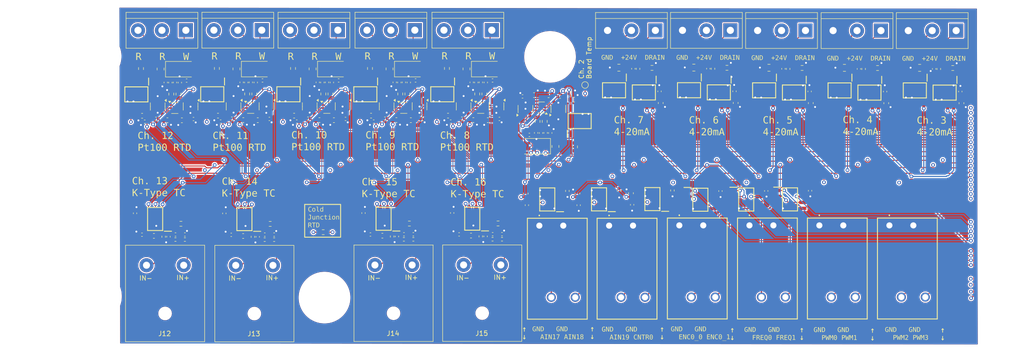
<source format=kicad_pcb>
(kicad_pcb (version 20240108) (generator "pcbnew") (generator_version "8.0")
  (layers (0 "F.Cu" signal) (1 "In1.Cu" signal) (2 "In2.Cu" signal) (31 "B.Cu" signal) (34 "B.Paste" user) (35 "F.Paste" user) (36 "B.SilkS" user "B.Silkscreen") (37 "F.SilkS" user "F.Silkscreen") (38 "B.Mask" user) (39 "F.Mask" user) (44 "Edge.Cuts" user))
  (net 0 "")
  (net 1 "GND")
  (net 2 "+5V")
  (net 3 "+2V5")
  (net 4 "/K-Type TC Amp/Signal-")
  (net 5 "/K-Type TC Amp1/Signal-")
  (net 6 "/K-Type TC Amp2/Signal-")
  (net 7 "/K-Type TC Amp3/Signal-")
  (net 8 "Net-(IC32001-VO)")
  (net 9 "/K-Type TC Amp/Signal+")
  (net 10 "/K-Type TC Amp1/Signal+")
  (net 11 "/K-Type TC Amp2/Signal+")
  (net 12 "/K-Type TC Amp3/Signal+")
  (net 13 "+12V")
  (net 14 "Net-(IC33001-VO)")
  (net 15 "+24V")
  (net 16 "+1V024")
  (net 17 "Net-(C25-Pad1)")
  (net 18 "Net-(C28-Pad1)")
  (net 19 "Net-(C31-Pad1)")
  (net 20 "Net-(C34-Pad1)")
  (net 21 "Net-(C43-Pad1)")
  (net 22 "/AIN19")
  (net 23 "Net-(IC13--IN)")
  (net 24 "Net-(IC14--IN)")
  (net 25 "/RTD Amp/rtd_amp_inner/Signal+")
  (net 26 "/RTD Amp/rtd_amp_inner/Signal-")
  (net 27 "Net-(IC16--IN)")
  (net 28 "/rtd_amp_inner1/Signal+")
  (net 29 "/rtd_amp_inner1/Signal-")
  (net 30 "Net-(IC17--IN)")
  (net 31 "/RTD Amp1/rtd_amp_inner/Signal+")
  (net 32 "/RTD Amp1/rtd_amp_inner/Signal-")
  (net 33 "Net-(IC19--IN)")
  (net 34 "/RTD Amp2/rtd_amp_inner/Signal+")
  (net 35 "/RTD Amp2/rtd_amp_inner/Signal-")
  (net 36 "Net-(IC20--IN)")
  (net 37 "/RTD Amp3/rtd_amp_inner/Signal+")
  (net 38 "/RTD Amp3/rtd_amp_inner/Signal-")
  (net 39 "Net-(IC22--IN)")
  (net 40 "/RTD Amp4/rtd_amp_inner/Signal+")
  (net 41 "/RTD Amp4/rtd_amp_inner/Signal-")
  (net 42 "Net-(IC23--IN)")
  (net 43 "Net-(IC25--IN)")
  (net 44 "Net-(IC26--IN)")
  (net 45 "Net-(IC28--IN)")
  (net 46 "Net-(IC29--IN)")
  (net 47 "/AIN13")
  (net 48 "/AIN14")
  (net 49 "Net-(IC34001-VO)")
  (net 50 "Net-(IC35001-VO)")
  (net 51 "/AIN15")
  (net 52 "Net-(IC36001-VO)")
  (net 53 "/AIN16")
  (net 54 "Net-(D7-K)")
  (net 55 "Net-(D8-K)")
  (net 56 "Net-(D9-K)")
  (net 57 "Net-(D10-K)")
  (net 58 "/AIN3")
  (net 59 "Net-(D11-K)")
  (net 60 "Net-(D12-K)")
  (net 63 "/AIN4")
  (net 64 "/AIN5")
  (net 65 "Net-(IC3001-+IN)")
  (net 68 "/AIN17")
  (net 69 "Net-(IC3002-+IN)")
  (net 71 "/AIN6")
  (net 73 "Net-(IC1-RG_1)")
  (net 74 "/AIN7")
  (net 75 "Net-(IC1-RG_2)")
  (net 76 "/AIN8")
  (net 77 "Net-(IC2-RG_2)")
  (net 78 "Net-(IC2-RG_1)")
  (net 79 "Net-(IC3-RG_2)")
  (net 80 "Net-(IC3-RG_1)")
  (net 81 "Net-(IC4-RG_2)")
  (net 82 "Net-(IC4-RG_1)")
  (net 85 "Net-(IC5-+IN)")
  (net 88 "Net-(IC6-+IN)")
  (net 90 "/AIN9")
  (net 93 "Net-(IC7-+IN)")
  (net 96 "Net-(IC8-+IN)")
  (net 99 "/AIN10")
  (net 100 "Net-(IC10-+IN)")
  (net 103 "/AIN11")
  (net 104 "Net-(IC12-RG_1)")
  (net 105 "Net-(IC12-RG_2)")
  (net 106 "Net-(IC13-OUT)")
  (net 107 "Net-(IC14-OUT)")
  (net 108 "Net-(IC15-RG_2)")
  (net 109 "/AIN12")
  (net 110 "Net-(IC15-RG_1)")
  (net 111 "Net-(IC16-OUT)")
  (net 112 "Net-(IC17-OUT)")
  (net 113 "Net-(IC18-RG_2)")
  (net 114 "Net-(IC18-RG_1)")
  (net 115 "/AIN18")
  (net 116 "/PWM0")
  (net 117 "/PWM1")
  (net 118 "/PWM2")
  (net 119 "/PWM3")
  (net 120 "+3V3")
  (net 121 "/AIN2")
  (net 124 "Net-(IC19-OUT)")
  (net 125 "/RTD Amp/rtd_amp_inner/250uA_SINK_2")
  (net 126 "/RTD Amp/rtd_amp_inner/250uA_SINK_1")
  (net 127 "/RTD Amp1/rtd_amp_inner/250uA_SINK_2")
  (net 128 "Net-(IC20-OUT)")
  (net 129 "/RTD Amp1/rtd_amp_inner/250uA_SINK_1")
  (net 130 "/RTD Amp2/rtd_amp_inner/250uA_SINK_1")
  (net 131 "Net-(IC21-RG_2)")
  (net 132 "/RTD Amp2/rtd_amp_inner/250uA_SINK_2")
  (net 133 "/RTD Amp3/rtd_amp_inner/250uA_SINK_1")
  (net 134 "/RTD Amp3/rtd_amp_inner/250uA_SINK_2")
  (net 135 "Net-(IC21-RG_1)")
  (net 136 "Net-(IC22-OUT)")
  (net 137 "Net-(IC23-OUT)")
  (net 138 "Net-(IC24-RG_1)")
  (net 139 "Net-(IC24-RG_2)")
  (net 140 "Net-(IC25-OUT)")
  (net 141 "Net-(IC26-OUT)")
  (net 142 "Net-(IC27-RG_1)")
  (net 143 "Net-(IC27-RG_2)")
  (net 144 "Net-(IC28-OUT)")
  (net 145 "/RTD Amp4/rtd_amp_inner/250uA_SINK_2")
  (net 146 "/RTD Amp4/rtd_amp_inner/250uA_SINK_1")
  (net 147 "Net-(IC29-OUT)")
  (net 148 "/rtd_amp_inner1/250uA_SINK_1")
  (net 149 "/RTD Amp/rtd_amp_inner/R+")
  (net 150 "/RTD Amp1/rtd_amp_inner/R+")
  (net 151 "/RTD Amp2/rtd_amp_inner/R+")
  (net 152 "/RTD Amp3/rtd_amp_inner/R+")
  (net 153 "Net-(J12-Pin_1)")
  (net 154 "Net-(J12-Pin_2)")
  (net 155 "Net-(J13-Pin_2)")
  (net 156 "Net-(J13-Pin_1)")
  (net 157 "Net-(J14-Pin_2)")
  (net 158 "Net-(J14-Pin_1)")
  (net 159 "Net-(J15-Pin_2)")
  (net 160 "Net-(J15-Pin_1)")
  (net 161 "/RTD Amp4/rtd_amp_inner/R+")
  (net 165 "/rtd_amp_inner1/250uA_SINK_2")
  (net 178 "Net-(IC1001-+IN)")
  (net 179 "/FREQ1")
  (net 180 "/FREQ1_PRE")
  (net 181 "/FREQ0_PRE")
  (net 182 "/FREQ0")
  (net 183 "/COUNTER0_PRE")
  (net 185 "/COUNTER0")
  (net 188 "/ENCODER0_0_PRE")
  (net 189 "/ENCODER0_1_PRE")
  (net 190 "/ENCODER0_1")
  (net 191 "/ENCODER0_0")
  (footprint "aaa:AM-K-PCB" (layer "F.Cu") (at 147.55 173.905 180)
    (property "Reference" "J14")
    (property "Value" "AM-K-PCB")
  )
  (footprint "TerminalBlock:TerminalBlock_bornier-3_P5.08mm" (layer "F.Cu") (at 135.734999 109.725 180)
    (property "Reference" "J10" (hide yes))
    (property "Value" "Screw_Terminal_01x03")
  )
  (footprint "TerminalBlock:TerminalBlock_bornier-3_P5.08mm" (layer "F.Cu") (at 119.57 109.725 180)
    (property "Reference" "J11" (hide yes))
    (property "Value" "Screw_Terminal_01x03")
  )
  (footprint "Resistor_SMD:R_0402_1005Metric" (layer "F.Cu") (at 101.245 154.24)
    (property "Reference" "R3" (hide yes))
    (property "Value" "10")
  )
  (footprint "Resistor_SMD:R_0402_1005Metric" (layer "F.Cu") (at 168.57 154.173)
    (property "Reference" "R18" (hide yes))
    (property "Value" "10")
  )
  (footprint "Diode_SMD:D_SMA" (layer "F.Cu") (at 177.3625 134.399999 180)
    (property "Reference" "D8" (hide yes))
    (property "Value" "D_Schottky")
  )
  (footprint "Capacitor_SMD:C_0402_1005Metric" (layer "F.Cu") (at 185.282501 123.24)
    (property "Reference" "C63" (hide yes))
    (property "Value" "0.1uF")
  )
  (footprint "Capacitor_SMD:C_0402_1005Metric" (layer "F.Cu") (at 134.464999 120.84 90)
    (property "Reference" "C84" (hide yes))
    (property "Value" "1nF")
  )
  (footprint "Capacitor_SMD:C_0402_1005Metric" (layer "F.Cu") (at 99.19 120.845 90)
    (property "Reference" "C104" (hide yes))
    (property "Value" "1nF")
  )
  (footprint "aaa:SOIC127P600X175-8N" (layer "F.Cu") (at 180.185 145.71 180)
    (property "Reference" "IC1001" (hide yes))
    (property "Value" "INA826AIDR" (hide yes))
  )
  (footprint "aaa:1725038" (layer "F.Cu") (at 237.955 151.23)
    (property "Reference" "J4" (hide yes))
    (property "Value" "Screw_Terminal_01x04" (hide yes))
  )
  (footprint "TerminalBlock:TerminalBlock_bornier-3_P5.08mm" (layer "F.Cu") (at 168.41 109.725 180)
    (property "Reference" "J8" (hide yes))
    (property "Value" "Screw_Terminal_01x03")
  )
  (footprint "Capacitor_SMD:C_0402_1005Metric" (layer "F.Cu") (at 142.645 153.165 180)
    (property "Reference" "C16" (hide yes))
    (property "Value" "0.1uF")
  )
  (footprint "aaa:SOIC127P600X175-8N" (layer "F.Cu") (at 231.725 145.7)
    (property "Reference" "IC1002" (hide yes))
    (property "Value" "LM393DR2G" (hide yes))
  )
  (footprint "aaa:SOIC127P600X175-8N" (layer "F.Cu") (at 222.425 145.73)
    (property "Reference" "IC1004" (hide yes))
    (property "Value" "LM393DR2G" (hide yes))
  )
  (footprint "Capacitor_SMD:C_0402_1005Metric" (layer "F.Cu") (at 121.19 128.59)
    (property "Reference" "C102" (hide yes))
    (property "Value" "0.1uF")
  )
  (footprint "Capacitor_SMD:C_0603_1608Metric" (layer "F.Cu") (at 236.135 125.23 90)
    (property "Reference" "C33" (hide yes))
    (property "Value" "10uF")
  )
  (footprint "Capacitor_SMD:C_0402_1005Metric" (layer "F.Cu") (at 170.03 128.59)
    (property "Reference" "C58" (hide yes))
    (property "Value" "0.1uF")
  )
  (footprint "TerminalBlock:TerminalBlock_bornier-3_P5.08mm" (layer "F.Cu") (at 152.07 109.725 180)
    (property "Reference" "J9" (hide yes))
    (property "Value" "Screw_Terminal_01x03")
  )
  (footprint "Resistor_SMD:R_0402_1005Metric" (layer "F.Cu") (at 170.58 154.173 180)
    (property "Reference" "R17" (hide yes))
    (property "Value" "10")
  )
  (footprint "Capacitor_SMD:C_0402_1005Metric" (layer "F.Cu") (at 182.912501 123.86)
    (property "Reference" "C66" (hide yes))
    (property "Value" "0.1uF")
  )
  (footprint "aaa:1725038" (layer "F.Cu") (at 223.115 151.225)
    (property "Reference" "J3005" (hide yes))
    (property "Value" "Screw_Terminal_01x04" (hide yes))
  )
  (footprint "Capacitor_SMD:C_0402_1005Metric" (layer "F.Cu") (at 152.23 120.41)
    (property "Reference" "R61" (hide yes))
    (property "Value" "10k 1%")
  )
  (footprint "Package_TO_SOT_SMD:SOT-23-5" (layer "F.Cu") (at 129.754999 125.93 -90)
    (property "Reference" "IC22" (hide yes))
    (property "Value" "TLV333IDBVR")
  )
  (footprint "Capacitor_SMD:C_0402_1005Metric" (layer "F.Cu") (at 117.26 120.82 -90)
    (property "Reference" "C94" (hide yes))
    (property "Value" "10nF")
  )
  (footprint "Resistor_SMD:R_0603_1608Metric" (layer "F.Cu") (at 132.644999 123.285 90)
    (property "Reference" "R71" (hide yes))
    (property "Value" "RNCF0603TKW10K0 10k 0.01% 5ppm/C")
  )
  (footprint "Resistor_SMD:R_0603_1608Metric" (layer "F.Cu") (at 150.5 123.285 90)
    (property "Reference" "R65" (hide yes))
    (property "Value" "RNCF0603TKW10K0 10k 0.01% 5ppm/C")
  )
  (footprint "Capacitor_SMD:C_0402_1005Metric" (layer "F.Cu") (at 143.34 129.16 180)
    (property "Reference" "C74" (hide yes))
    (property "Value" "0.1uF")
  )
  (footprint "Resistor_SMD:R_0402_1005Metric" (layer "F.Cu") (at 199.46 117.94 -90)
    (property "Reference" "R35" (hide yes))
    (property "Value" "200R")
  )
  (footprint "Resistor_SMD:R_0603_1608Metric" (layer "F.Cu") (at 158.89 117.8625 90)
    (property "Reference" "R40" (hide yes))
    (property "Value" "RNCF0603TKY2K00 2k 0.01% 5ppm/C")
  )
  (footprint "Resistor_SMD:R_0603_1608Metric" (layer "F.Cu") (at 142.55 117.8625 90)
    (property "Reference" "R58" (hide yes))
    (property "Value" "RNCF0603TKY2K00 2k 0.01% 5ppm/C")
  )
  (footprint "Capacitor_SMD:C_0402_1005Metric" (layer "F.Cu") (at 122.2 153.19)
    (property "Reference" "C7" (hide yes))
    (property "Value" "2.2uF")
  )
  (footprint "Capacitor_SMD:C_0603_1608Metric" (layer "F.Cu") (at 145.175 153.415 180)
    (property "Reference" "C17" (hide yes))
    (property "Value" "10uF")
  )
  (footprint "Package_TO_SOT_SMD:SOT-23-5" (layer "F.Cu") (at 182.5325 126.47 90)
    (property "Reference" "IC16" (hide yes))
    (property "Value" "TLV333IDBVR")
  )
  (footprint "TerminalBlock:TerminalBlock_bornier-3_P5.08mm" (layer "F.Cu") (at 235.005 109.795 180)
    (property "Reference" "J18" (hide yes))
    (property "Value" "Screw_Terminal_01x03")
  )
  (footprint "MountingHole:MountingHole_5mm" (layer "F.Cu") (at 84.375 166.31)
    (property "Reference" "H1002" (hide yes))
    (property "Value" "MountingHole_for_10-32")
  )
  (footprint "Capacitor_SMD:C_0805_2012Metric" (layer "F.Cu") (at 243.278 117.737)
    (property "Reference" "C33001" (hide yes))
    (property "Value" "10uF 50V 0805")
  )
  (footprint "Package_TO_SOT_SMD:SOT-23-5" (layer "F.Cu") (at 175.55 126.49 90)
    (property "Reference" "IC17" (hide yes))
    (property "Value" "TLV333IDBVR")
  )
  (footprint "Capacitor_SMD:C_0402_1005Metric" (layer "F.Cu") (at 99.775 153.63 -90)
    (property "Reference" "C3" (hide yes))
    (property "Value" "2.2uF")
  )
  (footprint "aaa:SOIC127P600X175-8N" (layer "F.Cu") (at 115.887 149.89 180)
    (property "Reference" "IC2" (hide yes))
    (property "Value" "INA826AIDR" (hide yes))
  )
  (footprint "Resistor_SMD:R_0402_1005Metric" (layer "F.Cu") (at 206.758 143.805 -90)
    (property "Reference" "R3003" (hide yes))
    (property "Value" "1M")
  )
  (footprint "Capacitor_SMD:C_0402_1005Metric" (layer "F.Cu") (at 113.21 128.54 180)
    (property "Reference" "C99" (hide yes))
    (property "Value" "0.1uF")
  )
  (footprint "MountingHole:MountingHole_5mm" (layer "F.Cu") (at 132.895 166.58)
    (property "Reference" "H1004" (hide yes))
    (property "Value" "MountingHole_for_10-32")
  )
  (footprint "Capacitor_SMD:C_0402_1005Metric" (layer "F.Cu") (at 132.444999 120.84 -90)
    (property "Reference" "R69" (hide yes))
    (property "Value" "10k 1%")
  )
  (footprint "Capacitor_SMD:C_0402_1005Metric" (layer "F.Cu") (at 100.17 120.865 -90)
    (property "Reference" "R87" (hide yes))
    (property "Value" "10k 1%")
  )
  (footprint "aaa:SOIC127P600X175-8N" (layer "F.Cu") (at 248.583 123 -90)
    (property "Reference" "IC6" (hide yes))
    (property "Value" "INA826AIDR" (hide yes))
  )
  (footprint "Capacitor_SMD:C_0603_1608Metric" (layer "F.Cu") (at 134.889999 128.86)
    (property "Reference" "C92" (hide yes))
    (property "Value" "10uF")
  )
  (footprint "Capacitor_SMD:C_0805_2012Metric" (layer "F.Cu") (at 195.39 117.702)
    (property "Reference" "C36001" (hide yes))
    (property "Value" "10uF 50V 0805")
  )
  (footprint "Capacitor_SMD:C_0402_1005Metric" (layer "F.Cu") (at 129.374999 128.54 180)
    (property "Reference" "C88" (hide yes))
    (property "Value" "0.1uF")
  )
  (footprint "Package_TO_SOT_SMD:SOT-363_SC-70-6" (layer "F.Cu") (at 149.72 126.25)
    (property "Reference" "U3" (hide yes))
    (property "Value" "NTJD4001NT1G")
  )
  (footprint "Capacitor_SMD:C_0402_1005Metric" (layer "F.Cu") (at 176.3925 131.989999 180)
    (property "Reference" "R52" (hide yes))
    (property "Value" "10k 1%")
  )
  (footprint "Package_TO_SOT_SMD:SOT-363_SC-70-6" (layer "F.Cu") (at 178.9025 126.15 180)
    (property "Reference" "U2" (hide yes))
    (property "Value" "NTJD4001NT1G")
  )
  (footprint "Resistor_SMD:R_0402_1005Metric" (layer "F.Cu") (at 166.075 153.568 -90)
    (property "Reference" "R19" (hide yes))
    (property "Value" "1M")
  )
  (footprint "Capacitor_SMD:C_0603_1608Metric" (layer "F.Cu") (at 177.3975 123.54 180)
    (property "Reference" "C70" (hide yes))
    (property "Value" "10uF")
  )
  (footprint "Capacitor_SMD:C_0603_1608Metric" (layer "F.Cu") (at 220.185 125.2 90)
    (property "Reference" "C36" (hide yes))
    (property "Value" "10uF")
  )
  (footprint "Capacitor_SMD:C_0402_1005Metric" (layer "F.Cu") (at 148.78 120.84 -90)
    (property "Reference" "R60" (hide yes))
    (property "Value" "10k 1%")
  )
  (footprint "Capacitor_SMD:C_0402_1005Metric" (layer "F.Cu") (at 103.62 120.435)
    (property "Reference" "R88" (hide yes))
    (property "Value" "10k 1%")
  )
  (footprint "Resistor_SMD:R_0603_1608Metric" (layer "F.Cu") (at 102.4125 150.885)
    (property "Reference" "R6" (hide yes))
    (property "Value" "RNCF0603TKY2K00 2k 0.01% 5ppm/C")
  )
  (footprint "aaa:1725038" (layer "F.Cu") (at 208.225 151.225)
    (property "Reference" "J3004" (hide yes))
    (property "Value" "Screw_Terminal_01x04" (hide yes))
  )
  (footprint "Capacitor_SMD:C_0402_1005Metric" (layer "F.Cu") (at 198.46 117.92 -90)
    (property "Reference" "C43" (hide yes))
    (property "Value" "10nF")
  )
  (footprint "Capacitor_SMD:C_0402_1005Metric" (layer "F.Cu") (at 151.75 153.12)
    (property "Reference" "C13" (hide yes))
    (property "Value" "2.2uF")
  )
  (footprint "Capacitor_SMD:C_0402_1005Metric" (layer "F.Cu") (at 105.08 128.615)
    (property "Reference" "C113" (hide yes))
    (property "Value" "0.1uF")
  )
  (footprint "Capacitor_SMD:C_0402_1005Metric" (layer "F.Cu") (at 159.68 129.16 180)
    (property "Reference" "C52" (hide yes))
    (property "Value" "0.1uF")
  )
  (footprint "Capacitor_SMD:C_0402_1005Metric" (layer "F.Cu") (at 180.8225 131.579999 -90)
    (property "Reference" "C60" (hide yes))
    (property "Value" "1nF")
  )
  (footprint "Capacitor_SMD:C_0402_1005Metric" (layer "F.Cu") (at 175.865 146.93 90)
    (property "Reference" "C1001" (hide yes))
    (property "Value" "0.1uF")
  )
  (footprint "aaa:SOIC127P600X175-8N" (layer "F.Cu") (at 194.365 122.502 -90)
    (property "Reference" "IC36001" (hide yes))
    (property "Value" "BD42540FJ-CE2" (hide yes))
  )
  (footprint "Capacitor_SMD:C_0402_1005Metric" (layer "F.Cu") (at 153.69 128.59)
    (property "Reference" "C80" (hide yes))
    (property "Value" "0.1uF")
  )
  (footprint "Capacitor_SMD:C_0402_1005Metric" (layer "F.Cu") (at 177.8225 131.559999 -90)
    (property "Reference" "C62" (hide yes))
    (property "Value" "1nF")
  )
  (footprint "Capacitor_SMD:C_0402_1005Metric" (layer "F.Cu") (at 119.73 120.41)
    (property "Reference" "R79" (hide yes))
    (property "Value" "10k 1%")
  )
  (footprint "aaa:SOIC127P600X175-8N" (layer "F.Cu") (at 202.503 145.635 180)
    (property "Reference" "IC3002" (hide yes))
    (property "Value" "INA826AIDR" (hide yes))
  )
  (footprint "Resistor_SMD:R_0603_1608Metric" (layer "F.Cu") (at 101.89 123.31 90)
    (property "Reference" "R92" (hide yes))
    (property "Value" "RNCF0603TKW10K0 10k 0.01% 5ppm/C")
  )
  (footprint "Resistor_SMD:R_0603_1608Metric" (layer "F.Cu") (at 134.164999 123.285 90)
    (property "Reference" "R74" (hide yes))
    (property "Value" "RNCF0603TKW10K0 10k 0.01% 5ppm/C")
  )
  (footprint "Resistor_SMD:R_0603_1608Metric" (layer "F.Cu") (at 150.9125 150.84)
    (property "Reference" "R16" (hide yes))
    (property "Value" "RNCF0603TKY2K00 2k 0.01% 5ppm/C")
  )
  (footprint "aaa:SOIC127P600X175-8N" (layer "F.Cu") (at 200.695 122.965 -90)
    (property "Reference" "IC10" (hide yes))
    (property "Value" "INA826AIDR" (hide yes))
  )
  (footprint "aaa:SOIC127P600X175-8N" (layer "F.Cu") (at 232.56 122.98 -90)
    (property "Reference" "IC7" (hide yes))
    (property "Value" "INA826AIDR" (hide yes))
  )
  (footprint "Capacitor_SMD:C_0402_1005Metric" (layer "F.Cu") (at 179.8425 131.559999 90)
    (property "Reference" "R51" (hide yes))
    (property "Value" "10k 1%")
  )
  (footprint "Capacitor_SMD:C_0402_1005Metric" (layer "F.Cu") (at 133.424999 120.82 -90)
    (property "Reference" "C83" (hide yes))
    (property "Value" "10nF")
  )
  (footprint "Resistor_SMD:R_0603_1608Metric" (layer "F.Cu") (at 234.285 117.755 180)
    (property "Reference" "R27" (hide yes))
    (property "Value" "RNCF0603TKY75R0 75R 0.01% 5ppm/C")
  )
  (footprint "Resistor_SMD:R_0402_1005Metric" (layer "F.Cu") (at 215.375 117.925 -90)
    (property "Reference" "R28" (hide yes))
    (property "Value" "200R")
  )
  (footprint "Capacitor_SMD:C_0402_1005Metric" (layer "F.Cu") (at 230.325 117.935 -90)
    (property "Reference" "C31" (hide yes))
    (property "Value" "10nF")
  )
  (footprint "Resistor_SMD:R_0805_2012Metric" (layer "F.Cu") (at 114.2 117.9575 90)
    (property "Reference" "R77" (hide yes))
    (property "Value" "300")
  )
  (footprint "Package_TO_SOT_SMD:SOT-363_SC-70-6" (layer "F.Cu") (at 101.11 126.275)
    (property "Reference" "U6" (hide yes))
    (property "Value" "NTJD4001NT1G")
  )
  (footprint "Capacitor_SMD:C_0402_1005Metric" (layer "F.Cu") (at 235.985 143.86 90)
    (property "Reference" "C1004" (hide yes))
    (property "Value" "0.1uF")
  )
  (footprint "Package_TO_SOT_SMD:SOT-363_SC-70-6" (layer "F.Cu") (at 166.06 126.25)
    (property "Reference" "U1" (hide yes))
    (property "Value" "NTJD4001NT1G")
  )
  (footprint "Capacitor_SMD:C_0402_1005Metric" (layer "F.Cu") (at 113.095 153.235 180)
    (property "Reference" "C10" (hide yes))
    (property "Value" "0.1uF")
  )
  (footprint "TerminalBlock:TerminalBlock_bornier-3_P5.08mm" (layer "F.Cu") (at 251.028 109.815 180)
    (property "Reference" "J17" (hide yes))
    (property "Value" "Screw_Terminal_01x03")
  )
  (footprint "Package_TO_SOT_SMD:SOT-363_SC-70-6" (layer "F.Cu") (at 117.22 126.25)
    (property "Reference" "U5" (hide yes))
    (property "Value" "NTJD4001NT1G")
  )
  (footprint "aaa:SOIC127P600X175-8N" (layer "F.Cu") (at 264.55 123 -90)
    (property "Reference" "IC5" (hide yes))
    (property "Value" "INA826AIDR" (hide yes))
  )
  (footprint "Resistor_SMD:R_0402_1005Metric" (layer "F.Cu") (at 231.325 117.955 -90)
    (property "Reference" "R26" (hide yes))
    (property "Value" "200R")
  )
  (footprint "Capacitor_SMD:C_0603_1608Metric" (layer "F.Cu") (at 186.597 144.435 -90)
    (property "Reference" "C3002" (hide yes))
    (property "Value" "10uF")
  )
  (footprint "Capacitor_SMD:C_0603_1608Metric" (layer "F.Cu") (at 180.4675 123.56)
    (property "Reference" "C65" (hide yes))
    (property "Value" "10uF")
  )
  (footprint "Capacitor_SMD:C_0402_1005Metric" (layer "F.Cu") (at 94.145 153.21 180)
    (property "Reference" "C4" (hide yes))
    (property "Value" "0.1uF")
  )
  (footprint "Capacitor_SMD:C_0402_1005Metric" (layer "F.Cu") (at 162.05 128.54 180)
    (property "Reference" "C55" (hide yes))
    (property "Value" "0.1uF")
  )
  (footprint "Capacitor_SMD:C_0402_1005Metric" (layer "F.Cu") (at 115.3 120.82 90)
    (property "Reference" "C93" (hide yes))
    (property "Value" "1nF")
  )
  (footprint "aaa:SOIC127P600X175-8N" (layer "F.Cu") (at 216.61 122.95 -90)
    (property "Reference" "IC8" (hide yes))
    (property "Value" "INA826AIDR" (hide yes))
  )
  (footprint "Resistor_SMD:R_0402_1005Metric" (layer "F.Cu") (at 147.25 153.59 -90)
    (property "Reference" "R14" (hide yes))
    (property "Value" "1M")
  )
  (footprint "MountingHole:MountingHole_5mm" (layer "F.Cu") (at 84.295 115.28)
    (property "Reference" "H1001" (hide yes))
    (property "Value" "MountingHole_for_10-32")
  )
  (footprint "Capacitor_SMD:C_0402_1005Metric" (layer "F.Cu") (at 198.205 146.845 90)
    (property "Reference" "C3003" (hide yes))
    (property "Value" "0.1uF")
  )
  (footprint "Resistor_SMD:R_0603_1608Metric" (layer "F.Cu") (at 148.98 123.285 90)
    (property "Reference" "R62" (hide yes))
    (property "Value" "RNCF0603TKW10K0 10k 0.01% 5ppm/C")
  )
  (footprint "Resistor_SMD:R_0603_1608Metric" (layer "F.Cu") (at 132.615 152.67)
    (property "Reference" "R1" (hide yes))
    (property "Value" "PTS060301B100RP100")
  )
  (footprint "Capacitor_SMD:C_0402_1005Metric" (layer "F.Cu") (at 168.57 120.41)
    (property "Reference" "R43" (hide yes))
    (property "Value" "10k 1%")
  )
  (footprint "aaa:SOIC127P600X175-8N" (layer "F.Cu") (at 191.177 145.695 180)
    (property "Reference" "IC3001" (hide yes))
    (property "Value" "INA826AIDR" (hide yes))
  )
  (footprint "Resistor_SMD:R_0805_2012Metric" (layer "F.Cu") (at 130.364999 117.9575 90)
    (property "Reference" "R68" (hide yes))
    (property "Value" "300")
  )
  (footprint "Capacitor_SMD:C_0402_1005Metric" (layer "F.Cu") (at 164.14 120.82 90)
    (property "Reference" "C49" (hide yes))
    (property "Value" "1nF")
  )
  (footprint "Capacitor_SMD:C_0603_1608Metric" (layer "F.Cu") (at 94.17 127.923)
    (property "Reference" "C108" (hide yes))
    (property "Value" "10uF")
  )
  (footprint "Capacitor_SMD:C_0402_1005Metric" (layer "F.Cu") (at 204.02 122.735 -90)
    (property "Reference" "C44" (hide yes))
    (property "Value" "0.1uF")
  )
  (footprint "Resistor_SMD:R_0805_2012Metric" (layer "F.Cu") (at 98.09 117.9825 90)
    (property "Reference" "R86" (hide yes))
    (property "Value" "300")
  )
  (footprint "Resistor_SMD:R_0603_1608Metric" (layer "F.Cu") (at 179.6425 129.114999 -90)
    (property "Reference" "R53" (hide yes))
    (property "Value" "RNCF0603TKW10K0 10k 0.01% 5ppm/C")
  )
  (footprint "Resistor_SMD:R_0603_1608Metric" (layer "F.Cu") (at 266.275 117.775 180)
    (property "Reference" "R23" (hide yes))
    (property "Value" "RNCF0603TKY75R0 75R 0.01% 5ppm/C")
  )
  (footprint "Capacitor_SMD:C_0402_1005Metric" (layer "F.Cu") (at 246.348 117.955 -90)
    (property "Reference" "C28" (hide yes))
    (property "Value" "10nF")
  )
  (footprint "Capacitor_SMD:C_0402_1005Metric" (layer "F.Cu") (at 160 148.588 -90)
    (property "Reference" "C24" (hide yes))
    (property "Value" "0.1uF")
  )
  (footprint "TerminalBlock:TerminalBlock_bornier-3_P5.08mm" (layer "F.Cu") (at 203.14 109.78 180)
    (property "Reference" "J22" (hide yes))
    (property "Value" "Screw_Terminal_01x03")
  )
  (footprint "Capacitor_SMD:C_0402_1005Metric" (layer "F.Cu") (at 149.76 120.82 -90)
    (property "Reference" "C72" (hide yes))
    (property "Value" "10nF")
  )
  (footprint "aaa:1725038" (layer "F.Cu") (at 193.315 151.275)
    (property "Reference" "J1001" (hide yes))
    (property "Value" "Screw_Terminal_01x04" (hide yes))
  )
  (footprint "Resistor_SMD:R_0603_1608Metric" (layer "F.Cu") (at 110.05 117.8625 90)
    (property "Reference" "R76" (hide yes))
    (property "Value" "RNCF0603TKY2K00 2k 0.01% 5ppm/C")
  )
  (footprint "Capacitor_SMD:C_0402_1005Metric" (layer "F.Cu") (at 174.9325 123.81 180)
    (property "Reference" "C69" (hide yes))
    (property "Value" "0.1uF")
  )
  (footprint "Capacitor_SMD:C_0402_1005Metric" (layer "F.Cu") (at 167.1 153.563 -90)
    (property "Reference" "C21" (hide yes))
    (property "Value" "2.2uF")
  )
  (footprint "Resistor_SMD:R_0805_2012Metric" (layer "F.Cu") (at 163.04 117.9575 90)
    (property "Reference" "R41" (hide yes))
    (property "Value" "300")
  )
  (footprint "Resistor_SMD:R_0603_1608Metric" (layer "F.Cu") (at 186.0725 134.5375 -90)
    (property "Reference" "R49" (hide yes))
    (property "Value" "RNCF0603TKY2K00 2k 0.01% 5ppm/C")
  )
  (footprint "Capacitor_SMD:C_0603_1608Metric" (layer "F.Cu") (at 102.615 128.885)
    (property "Reference" "C114" (hide yes))
    (property "Value" "10uF")
  )
  (footprint "Capacitor_SMD:C_0402_1005Metric" (layer "F.Cu") (at 111.625 148.68 -90)
    (property "Reference" "C12" (hide yes))
    (property "Value" "0.1uF")
  )
  (footprint "Capacitor_SMD:C_0805_2012Metric" (layer "F.Cu") (at 259.245 117.737)
    (property "Reference" "C32001" (hide yes))
    (property "Value" "10uF 50V 0805")
  )
  (footprint "Capacitor_SMD:C_0402_1005Metric" (layer "F.Cu") (at 262.315 117.955 -90)
    (property "Reference" "C25" (hide yes))
    (property "Value" "10nF")
  )
  (footprint "Resistor_SMD:R_0603_1608Metric" (layer "F.Cu") (at 202.42 117.74 180)
    (property "Reference" "R36" (hide yes))
    (property "Value" "RNCF0603TKY75R0 75R 0.01% 5ppm/C")
  )
  (footprint "Package_TO_SOT_SMD:SOT-23-5" (layer "F.Cu") (at 120.5725 125.91 -90)
    (property "Reference" "IC26" (hide yes))
    (property "Value" "TLV333IDBVR")
  )
  (footprint "Capacitor_SMD:C_0603_1608Metric" (layer "F.Cu") (at 164.495 128.84 180)
    (property "Reference" "C54" (hide yes))
    (property "Value" "10uF")
  )
  (footprint "Package_TO_SOT_SMD:SOT-23-5" (layer "F.Cu") (at 146.09 125.93 -90)
    (property "Reference" "IC19" (hide yes))
    (property "Value" "TLV333IDBVR")
  )
  (footprint "Capacitor_SMD:C_0402_1005Metric" (layer "F.Cu") (at 149.765 153.12 180)
    (property "Reference" "C14" (hide yes))
    (property "Value" "1uF")
  )
  (footprint "Resistor_SMD:R_0402_1005Metric" (layer "F.Cu") (at 151.755 154.195 180)
    (property "Reference" "R12" (hide yes))
    (property "Value" "10")
  )
  (footprint "Capacitor_SMD:C_0402_1005Metric" (layer "F.Cu") (at 251.908 122.77 -90)
    (property "Reference" "C29" (hide yes))
    (property "Value" "0.1uF")
  )
  (footprint "Capacitor_SMD:C_0603_1608Metric" (layer "F.Cu") (at 167.565 128.86)
    (property "Reference" "C59" (hide yes))
    (property "Value" "10uF")
  )
  (footprint "Diode_SMD:D_SMA" (layer "F.Cu") (at 118.76 118)
    (property "Reference" "D11" (hide yes))
    (property "Value" "D_Schottky")
  )
  (footprint "aaa:SOIC127P600X175-8N" (layer "F.Cu") (at 92.95 123.375 -90)
    (property "Reference" "IC27" (hide yes))
    (property "Value" "INA826AIDR" (hide yes))
  )
  (footprint "Capacitor_SMD:C_0603_1608Metric" (layer "F.Cu") (at 126.444999 127.898)
    (property "Reference" "C86" (hide yes))
    (property "Value" "10uF")
  )
  (footprint "Capacitor_SMD:C_0603_1608Metric" (layer "F.Cu") (at 115.625 153.485 180)
    (property "Reference" "C11" (hide yes))
    (property "Value" "10uF")
  )
  (footprint "Capacitor_SMD:C_0402_1005Metric" (layer "F.Cu") (at 118.3 120.84 90)
    (property "Reference" "C95" (hide yes))
    (property "Value" "1nF")
  )
  (footprint "Capacitor_SMD:C_0805_2012Metric" (layer "F.Cu") (at 227.255 117.717)
    (property "Reference" "C34001" (hide yes))
    (property "Value" "10uF 50V 0805")
  )
  (footprint "Capacitor_SMD:C_0402_1005Metric" (layer "F.Cu") (at 118.725 153.655 -90)
    (property "Reference" "C9" (hide yes))
    (property "Value" "2.2uF")
  )
  (footprint "Capacitor_SMD:C_0603_1608Metric" (layer "F.Cu") (at 99.545 128.865 180)
    (property "Reference" "C109" (hide yes))
    (property "Value" "10uF")
  )
  (footprint "Resistor_SMD:R_0402_1005Metric" (layer "F.Cu") (at 122.205 154.265 180)
    (property "Reference" "R7" (hide yes))
    (property "Value" "10")
  )
  (footprint "Capacitor_SMD:C_0402_1005Metric" (layer "F.Cu") (at 267.875 122.77 -90)
    (property "Reference" "C26" (hide yes))
    (property "Value" "0.1uF")
  )
  (footprint "Package_TO_SOT_SMD:SOT-23-5" (layer "F.Cu") (at 162.43 125.93 -90)
    (property "Reference" "IC13" (hide yes))
    (property "Value" "TLV333IDBVR")
  )
  (footprint "TerminalBlock:TerminalBlock_bornier-3_P5.08mm" (layer "F.Cu") (at 266.995 109.815 180)
    (property "Reference" "J16" (hide yes))
    (property "Value" "Screw_Terminal_01x03")
  )
  (footprint "aaa:SOIC127P600X175-8N" (layer "F.Cu") (at 96.937 149.865 180)
    (property "Reference" "IC1" (hide yes))
    (property "Value" "INA826AIDR" (hide yes))
  )
  (footprint "Capacitor_SMD:C_0402_1005Metric" (layer "F.Cu") (at 101.15 120.845 -90)
    (property "Reference" "C105" (hide yes))
    (property "Value" "10nF")
  )
  (footprint "Capacitor_SMD:C_0402_1005Metric" (layer "F.Cu") (at 135.894999 120.41)
    (property "Reference" "R70" (hide yes))
    (property "Value" "10k 1%")
  )
  (footprint "Capacitor_SMD:C_0402_1005Metric" (layer "F.Cu") (at 145.71 128.54 180)
    (property "Reference" "C77" (hide yes))
    (property "Value" "0.1uF")
  )
  (footprint "aaa:AM-K-PCB" (layer "F.Cu") (at 118 173.975 180)
    (property "Reference" "J13")
    (property "Value" "AM-K-PCB")
  )
  (footprint "aaa:SOIC127P600X175-8N" (layer "F.Cu") (at 187.0625 129.05 90)
    (property "Reference" "IC15" (hide yes))
    (property "Value" "INA826AIDR" (hide yes))
  )
  (footprint "Capacitor_SMD:C_0402_1005Metric" (layer "F.Cu") (at 141.175 148.61 -90)
    (property "Reference" "C18" (hide yes))
    (property "Value" "0.1uF")
  )
  (footprint "Capacitor_SMD:C_0402_1005Metric" (layer "F.Cu") (at 165.12 120.84 -90)
    (property "Reference" "R42" (hide yes))
    (property "Value" "10k 1%")
  )
  (footprint "aaa:AM-K-PCB" (layer "F.Cu") (at 166.375 173.883 180)
    (property "Reference" "J15")
    (property "Value" "AM-K-PCB")
  )
  (footprint "Resistor_SMD:R_0603_1608Metric" (layer "F.Cu") (at 126.214999 117.8625 90)
    (property "Reference" "R67" (hide yes))
    (property "Value" "RNCF0603TKY2K00 2k 0.01% 5ppm/C")
  )
  (footprint "Capacitor_SMD:C_0402_1005Metric" (layer "F.Cu") (at 219.935 122.72 -90)
    (property "Reference" "C35" (hide yes))
    (property "Value" "0.1uF")
  )
  (footprint "Resistor_SMD:R_0603_1608Metric" (layer "F.Cu") (at 178.1225 129.114999 -90)
    (property "Reference" "R56" (hide yes))
    (property "Value" "RNCF0603TKW10K0 10k 0.01% 5ppm/C")
  )
  (footprint "Capacitor_SMD:C_0402_1005Metric" (layer "F.Cu") (at 148.275 153.585 -90)
    (property "Reference" "C15" (hide yes))
    (property "Value" "2.2uF")
  )
  (footprint "Capacitor_SMD:C_0402_1005Metric" (layer "F.Cu") (at 147.8 120.82 90)
    (property "Reference" "C71" (hide yes))
    (property "Value" "1nF")
  )
  (footprint "Capacitor_SMD:C_0402_1005Metric" (layer "F.Cu") (at 102.19 120.865 90)
    (property "Reference" "C106" (hide yes))
    (property "Value" "1nF")
  )
  (footprint "Capacitor_SMD:C_0402_1005Metric" (layer "F.Cu") (at 120.215 153.19 180)
    (property "Reference" "C8" (hide yes))
    (property "Value" "1uF")
  )
  (footprint "Resistor_SMD:R_0402_1005Metric" (layer "F.Cu") (at 120.195 154.265)
    (property "Reference" "R8" (hide yes))
    (property "Value" "10")
  )
  (footprint "Capacitor_SMD:C_0402_1005Metric" (layer "F.Cu") (at 103.25 153.165)
    (property "Reference" "C1" (hide yes))
    (property "Value" "2.2uF")
  )
  (footprint "aaa:SOIC127P600X175-8N" (layer "F.Cu") (at 210.28 122.487 -90)
    (property "Reference" "IC35001" (hide yes))
    (property "Value" "BD42540FJ-CE2" (hide yes))
  )
  (footprint "aaa:1725038" (layer "F.Cu") (at 252.825 151.23)
    (property "Reference" "J5" (hide yes))
    (property "Value" "Screw_Terminal_01x04" (hide yes))
  )
  (footprint "Capacitor_SMD:C_0402_1005Metric" (layer "F.Cu") (at 101.265 153.165 180)
    (property "Reference" "C2" (hide yes))
    (property "Value" "1uF")
  )
  (footprint "Capacitor_SMD:C_0402_1005Metric" (layer "F.Cu") (at 97.1 128.565 180)
    (property "Reference" "C110" (hide yes))
    (property "Value" "0.1uF")
  )
  (footprint "aaa:SOIC127P600X175-8N" (layer "F.Cu") (at 242.253 122.537 -90)
    (property "Reference" "IC33001" (hide yes))
    (property "Value" "BD42540FJ-CE2" (hide yes))
  )
  (footprint "aaa:AM-K-PCB" (layer "F.Cu") (at 99.05 173.95 180)
    (property "Reference" "J12")
    (property "Value" "AM-K-PCB")
  )
  (footprint "Package_TO_SOT_SMD:SOT-363_SC-70-6" (layer "F.Cu") (at 133.384999 126.25)
    (property "Reference" "U4" (hide yes))
    (property "Value" "NTJD4001NT1G")
  )
  (footprint "Resistor_SMD:R_0603_1608Metric" (layer "F.Cu") (at 100.37 123.31 90)
    (property "Reference" "R89" (hide yes))
    (property "Value" "RNCF0603TKW10K0 10k 0.01% 5ppm/C")
  )
  (footprint "Package_TO_SOT_SMD:SOT-23-5" (layer "F.Cu") (at 113.59 125.93 -90)
    (property "Reference" "IC25" (hide yes))
    (property "Value" "TLV333IDBVR")
  )
  (footprint "Resistor_SMD:R_0402_1005Metric" (layer "F.Cu") (at 263.315 117.975 -90)
    (property "Reference" "R22" (hide yes))
    (property "Value" "200R")
  )
  (footprint "Package_TO_SOT_SMD:SOT-23-5" (layer "F.Cu") (at 153.0725 125.91 -90)
    (property "Reference" "IC20" (hide yes))
    (property "Value" "TLV333IDBVR")
  )
  (footprint "Capacitor_SMD:C_0603_1608Metric" (layer "F.Cu") (at 185.842501 124.502 180)
    (property "Reference" "C64" (hide yes))
    (property "Value" "10uF")
  )
  (footprint "aaa:SOIC127P600X175-8N" (layer "F.Cu") (at 212.685 145.77)
    (property "Reference" "IC1003" (hide yes))
    (property "Value" "LM393DR2G" (hide yes))
  )
  (footprint "Capacitor_SMD:C_0402_1005Metric" (layer "F.Cu") (at 127.004999 129.16 180)
    (property "Reference" "C85" (hide yes))
    (property "Value" "0.1uF")
  )
  (footprint "Resistor_SMD:R_0402_1005Metric" (layer "F.Cu") (at 103.255 154.24 180)
    (property "Reference" "R2" (hide yes))
    (property "Value" "10")
  )
  (footprint "aaa:SOIC127P600X175-8N" (layer "F.Cu") (at 226.23 122.517 -90)
    (property "Reference" "IC34001" (hide yes))
    (property "Value" "BD42540FJ-CE2" (hide yes))
  )
  (footprint "Capacitor_SMD:C_0603_1608Metric" (layer "F.Cu") (at 96.675 153.46 180)
    (property "Reference" "C5" (hide yes))
    (property "Value" "10uF")
  )
  (footprint "aaa:1725038" (layer "F.Cu") (at 178.505 151.28)
    (property "Reference" "J3" (hide yes))
    (property "Value" "Screw_Terminal_01x04" (hide yes))
  )
  (footprint "Resistor_SMD:R_0402_1005Metric" (layer "F.Cu") (at 149.745 154.195)
    (property "Reference" "R13" (hide yes))
    (property "Value" "10")
  )
  (footprint "Resistor_SMD:R_0603_1608Metric" (layer "F.Cu") (at 116.48 123.285 90)
    (property "Reference" "R80" (hide yes))
    (property "Value" "RNCF0603TKW10K0 10k 0.01% 5ppm/C")
  )
  (footprint "TestPoint:TestPoint_Pad_D1.0mm" (layer "F.Cu") (at 188.2075 121.38 90)
    (property "Reference" "TP1" (hide yes))
    (property "Value" "TP_Board_Temp")
  )
  (footprint "Resistor_SMD:R_0603_1608Metric" (layer "F.Cu") (at 165.32 123.285 90)
    (property "Reference" "R44" (hide yes))
    (property "Value" "RNCF0603TKW10K0 10k 0.01% 5ppm/C")
  )
  (footprint "Resistor_SMD:R_0402_1005Metric" (layer "F.Cu") (at 195.447 143.885 -90)
    (property "Reference" "R3002" (hide yes))
    (property "Value" "1M")
  )
  (footprint "Resistor_SMD:R_0603_1608Metric" (layer "F.Cu") (at 166.84 123.285 90)
    (property "Reference" "R47" (hide yes))
    (property "Value" "RNCF0603TKW10K0 10k 0.01% 5ppm/C")
  )
  (footprint "Resistor_SMD:R_0603_1608Metric" (layer "F.Cu") (at 121.3625 150.91)
    (property "Reference" "R11" (hide yes))
    (property "Value" "RNCF0603TKY2K00 2k 0.01% 5ppm/C")
  )
  (footprint "Capacitor_SMD:C_0402_1005Metric" (layer "F.Cu") (at 226.675 143.9 90)
    (property "Reference" "C1003" (hide yes))
    (property "Value" "0.1uF")
  )
  (footprint "MountingHole:MountingHole_5mm" (layer "F.Cu") (at 180.775 115.4)
    (property "Reference" "H1003" (hide yes))
    (property "Value" "MountingHole_for_10-32")
  )
  (footprint "Package_TO_SOT_SMD:SOT-23-5" (layer "F.Cu") (at 169.4125 125.91 -90)
    (property "Reference" "IC14" (hide yes))
    (property "Value" "TLV333IDBVR")
  )
  (footprint "Diode_SMD:D_SMA" (layer "F.Cu") (at 151.26 118)
    (property "Reference" "D9" (hide yes))
    (property "Value" "D_Schottky")
  )
  (footprint "Diode_SMD:D_SMA" (layer "F.Cu") (at 102.65 118.025)
    (property "Reference" "D12" (hide yes))
    (property "Value" "D_Schottky")
  )
  (footprint "Package_TO_SOT_SMD:SOT-23-5" (layer "F.Cu") (at 104.4625 125.935 -90)
    (property "Reference" "IC29" (hide yes))
    (property "Value" "TLV333IDBVR")
  )
  (footprint "Resistor_SMD:R_0402_1005Metric" (layer "F.Cu") (at 184.455 143.9 -90)
    (property "Reference" "R1001" (hide yes))
    (property "Value" "1M")
  )
  (footprint "Resistor_SMD:R_0603_1608Metric" (layer "F.Cu") (at 218.335 117.725 180)
    (property "Reference" "R29" (hide yes))
    (property "Value" "RNCF0603TKY75R0 75R 0.01% 5ppm/C")
  )
  (footprint "Resistor_SMD:R_0805_2012Metric" (layer "F.Cu") (at 181.9225 134.4425 -90)
    (property "Reference" "R50" (hide yes))
    (property "Value" "300")
  )
  (footprint "Capacitor_SMD:C_0603_1608Metric" (layer "F.Cu") (at 159.12 127.898)
    (property "Reference" "C53" (hide yes))
    (property "Value" "10uF")
  )
  (footprint "Diode_SMD:D_SMA" (layer "F.Cu") (at 167.6 118)
    (property "Reference" "D7" (hide yes))
    (property "Value" "D_Schottky")
  )
  (footprint "Resistor_SMD:R_0402_1005Metric" (layer "F.Cu") (at 98.75 153.635 -90)
    (property "Reference" "R4" (hide yes))
    (property "Value" "1M")
  )
  (footprint "Capacitor_SMD:C_0402_1005Metric" (layer "F.Cu") (at 131.464999 120.82 90)
    (property "Reference" "C82" (hide yes))
    (property "Value" "1nF")
  )
  (footprint "Resistor_SMD:R_0603_1608Metric" (layer "F.Cu") (at 118 123.285 90)
    (property "Reference" "R83" (hide yes))
    (property "Value" "RNCF0603TKW10K0 10k 0.01% 5ppm/C")
  )
  (footprint "Capacitor_SMD:C_0402_1005Metric" (layer "F.Cu") (at 116.28 120.84 -90)
    (property "Reference" "R78" (hide yes))
    (property "Value" "10k 1%")
  )
  (footprint "TerminalBlock:TerminalBlock_bornier-3_P5.08mm" (layer "F.Cu") (at 103.46 109.75 180)
    (property "Reference" "J20" (hide yes))
    (property "Value" "Screw_Terminal_01x03")
  )
  (footprint "Capacitor_SMD:C_0402_1005Metric" (layer "F.Cu") (at 166.1 120.82 -90)
    (property "Reference" "C50" (hide yes))
    (property "Value" "10nF")
  )
  (footprint "Capacitor_SMD:C_0402_1005Metric" (layer "F.Cu") (at 168.59 153.098 180)
    (property "Reference" "C20" (hide yes))
    (property "Value" "1uF")
  )
  (footprint "aaa:SOIC127P600X175-8N" (layer "F.Cu") (at 145.437 149.82 180)
    (property "Reference" "IC3" (hide yes))
    (property "Value" "INA826AIDR" (hide yes))
  )
  (footprint "Capacitor_SMD:C_0402_1005Metric" (layer "F.Cu") (at 216.955 143.93 90)
    (property "Reference" "C1005" (hide yes))
    (property "Value" "0.1uF")
  )
  (footprint "Capacitor_SMD:C_0402_1005Metric" (layer "F.Cu") (at 150.8 120.84 90)
    (property "Reference" "C73" (hide yes))
    (property "Value" "1nF")
  )
  (footprint "aaa:SOIC127P600X175-8N" (layer "F.Cu") (at 109.06 123.35 -90)
    (property "Reference" "IC24" (hide yes))
    (property "Value" "INA826AIDR" (hide yes))
  )
  (footprint "aaa:SOIC127P600X175-8N" (layer "F.Cu") (at 164.262 149.798 180)
    (property "Reference" "IC4" (hide yes))
    (property "Value" "INA826AIDR" (hide yes))
  )
  (footprint "Capacitor_SMD:C_0603_1608Metric" (layer "F.Cu") (at 175.615 144.45 -90)
    (property "Reference" "C1002" (hide yes))
    (property "Value" "10uF")
  )
  (footprint "Capacitor_SMD:C_0402_1005Metric" (layer "F.Cu") (at 186.847 146.935 90)
    (property "Reference" "C3001" (hide yes))
    (property "Value" "0.1uF")
  )
  (footprint "Capacitor_SMD:C_0603_1608Metric" (layer "F.Cu") (at 110.28 127.898)
    (property "Reference" "C97" (hide yes))
    (property "Value" "10uF")
  )
  (footprint "Capacitor_SMD:C_0603_1608Metric" (layer "F.Cu") (at 148.155 128.84 180)
    (property "Reference" "C76" (hide yes))
    (property "Value" "10uF")
  )
  (footprint "Resistor_SMD:R_0603_1608Metric" (layer "F.Cu") (at 250.308 117.775 180)
    (property "Reference" "R25" (hide yes))
    (property "Value" "RNCF0603TKY75R0 75R 0.01% 5ppm/C")
  )
  (footprint "Capacitor_SMD:C_0603_1608Metric" (layer "F.Cu") (at 197.955 144.39 -90)
    (property "Reference" "C3004" (hide yes))
    (property "Value" "10uF")
  )
  (footprint "Capacitor_SMD:C_0402_1005Metric" (layer "F.Cu") (at 161.47 153.143 180)
    (property "Reference" "C22" (hide yes))
    (property "Value" "0.1uF")
  )
  (footprint "Resistor_SMD:R_0402_1005Metric" (layer "F.Cu") (at 247.348 117.975 -90)
    (property "Reference" "R24" (hide yes))
    (property "Value" "200R")
  )
  (footprint "Resistor_SMD:R_0402_1005Metric" (layer "F.Cu") (at 117.7 153.66 -90)
    (property "Reference" "R9" (hide yes))
    (property "Value" "1M")
  )
  (footprint "Package_TO_SOT_SMD:SOT-23-5" (layer "F.Cu") (at 136.737499 125.91 -90)
    (property "Reference" "IC23" (hide yes))
    (property "Value" "TLV333IDBVR")
  )
  (footprint "Capacitor_SMD:C_0402_1005Metric" (layer "F.Cu") (at 170.575 153.098)
    (property "Reference" "C19" (hide yes))
    (property "Value" "2.2uF")
  )
  (footprint "Capacitor_SMD:C_0402_1005Metric" (layer "F.Cu") (at 94.73 129.185 180)
    (property "Reference" "C107" (hide yes))
    (property "Value" "0.1uF")
  )
  (footprint "Capacitor_SMD:C_0402_1005Metric" (layer "F.Cu") (at 167.14 120.84 90)
    (property "Reference" "C51" (hide yes))
    (property "Value" "1nF")
  )
  (footprint "Capacitor_SMD:C_0402_1005Metric" (layer "F.Cu") (at 110.84 129.16 180)
    (property "Reference" "C96" (hide yes))
    (property "Value" "0.1uF")
  )
  (footprint "Capacitor_SMD:C_0603_1608Metric" (layer "F.Cu") (at 268.125 125.25 90)
    (property "Reference" "C27" (hide yes))
    (property "Value" "10uF")
  )
  (footprint "TerminalBlock:TerminalBlock_bornier-3_P5.08mm" (layer "F.Cu") (at 219.055 109.765 180)
    (property "Reference" "J19" (hide yes))
    (property "Value" "Screw_Terminal_01x03")
  )
  (footprint "aaa:SOIC127P600X175-8N" (layer "F.Cu") (at 141.56 123.35 -90)
    (property "Reference" "IC18" (hide yes))
    (property "Value" "INA826AIDR" (hide yes))
  )
  (footprint "aaa:SOIC127P600X175-8N" (layer "F.Cu") (at 125.224999 123.35 -90)
    (property "Reference" "IC21" (hide yes))
    (property "Value" "INA826AIDR" (hide yes))
  )
  (footprint "Capacitor_SMD:C_0603_1608Metric" (layer "F.Cu") (at 252.158 125.25 90)
    (property "Reference" "C30" (hide yes))
    (property "Value" "10uF")
  )
  (footprint "Capacitor_SMD:C_0402_1005Metric" (layer "F.Cu") (at 137.354999 128.59)
    (property "Reference" "C91" (hide yes))
    (property "Value" "0.1uF")
  )
  (footprint "Capacitor_SMD:C_0603_1608Metric" (layer "F.Cu") (at 204.27 125.215 90)
    (property "Reference" "C45" (hide yes))
    (property "Value" "10uF")
  )
  (footprint "Resistor_SMD:R_0805_2012Metric" (layer "F.Cu") (at 146.7 117.9575 90)
    (property "Reference" "R59" (hide yes))
    (property "Value" "300")
  )
  (footprint "aaa:SOIC127P600X175-8N" (layer "F.Cu") (at 157.9 123.35 -90)
    (property "Reference" "IC12" (hide yes))
    (property "Value" "INA826AIDR" (hide yes))
  )
  (footprint "Diode_SMD:D_SMA" (layer "F.Cu") (at 134.924999 118)
    (property "Reference" "D10" (hide yes))
    (property "Value" "D_Schottky")
  )
  (footprint "Capacitor_SMD:C_0402_1005Metric" (layer "F.Cu") (at 92.675 148.655 -90)
    (property "Reference" "C6" (hide yes))
    (property "Value" "0.1uF")
  )
  (footprint "Capacitor_SMD:C_0603_1608Metric" (layer "F.Cu") (at 164 153.393 180)
    (property "Reference" "C23" (hide yes))
    (property "Value" "10uF")
  )
  (footprint "aaa:SOIC127P600X175-8N" (layer "F.Cu") (at 258.22 122.537 -90)
    (property "Reference" "IC32001" (hide yes))
    (property "Value" "BD42540FJ-CE2" (hide yes))
  )
  (footprint "Capacitor_SMD:C_0603_1608Metric" (layer "F.Cu") (at 151.225 128.86)
    (property "Reference" "C81" (hide yes))
    (property "Value" "10uF")
  )
  (footprint "Capacitor_SMD:C_0402_1005Metric" (layer "F.Cu") (at 178.8625 131.579999 90)
    (property "Reference" "C61" (hide yes))
    (property "Value" "10nF")
  )
  (footprint "Capacitor_SMD:C_0402_1005Metric" (layer "F.Cu") (at 235.885 122.75 -90)
    (property "Reference" "C32" (hide yes))
    (property "Value" "0.1uF")
  )
  (footprint "Capacitor_SMD:C_0603_1608Metric" (layer "F.Cu") (at 118.725 128.86)
    (property "Reference" "C103" (hide yes))
    (property "Value" "10uF")
  )
  (footprint "Resistor_SMD:R_0603_1608Metric" (layer "F.Cu") (at 169.7375 150.818)
    (property "Reference" "R21" (hide yes))
    (property "Value" "RNCF0603TKY2K00 2k 0.01% 5ppm/C")
  )
  (footprint "Resistor_SMD:R_0603_1608Metric" (layer "F.Cu") (at 93.94 117.8875 90)
    (property "Reference" "R85" (hide yes))
    (property "Value" "RNCF0603TKY2K00 2k 0.01% 5ppm/C")
  )
  (footprint "Capacitor_SMD:C_0805_2012Metric" (layer "F.Cu") (at 211.305 117.687)
    (property "Reference" "C35001" (hide yes))
    (property "Value" "10uF 50V 0805")
  )
  (footprint "Package_TO_SOT_SMD:SOT-23-5" (layer "F.Cu") (at 97.48 125.955 -90)
    (property "Reference" "IC28" (hide yes))
    (property "Value" "TLV333IDBVR")
  )
  (footprint "Capacitor_SMD:C_0603_1608Metric" (layer "F.Cu") (at 142.78 127.898)
    (property "Reference" "C75" (hide yes))
    (property "Value" "10uF")
  )
  (footprint "Capacitor_SMD:C_0603_1608Metric" (layer "F.Cu") (at 115.655 128.84 180)
    (property "Reference" "C98" (hide yes))
    (property "Value" "10uF")
  )
  (footprint "Capacitor_SMD:C_0402_1005Metric" (layer "F.Cu") (at 214.375 117.905 -90)
    (property "Reference" "C34" (hide yes))
    (property "Value" "10nF")
  )
  (footprint "Capacitor_SMD:C_0603_1608Metric" (layer "F.Cu") (at 131.819999 128.84 180)
    (property "Reference" "C87" (hide yes))
    (property "Value" "10uF")
  )
  (gr_rect (start 128.685 146.77) (end 136.315 153.74) (stroke (width 0.2)) (fill none) (layer "F.SilkS"))
  (gr_text "↑\n↓" (at 249.23 174.36 0) (layer "F.SilkS") (effects (font (size 1 1))))
  (gr_text "R   R   W" (at 141.405 115.34 0) (layer "F.SilkS") (effects (font (size 1.5 1.5)) (justify left)))
  (gr_text "GND   GND\n  AIN17 AIN18" (at 177.005 174.16 0) (layer "F.SilkS") (effects (font (size 1 1)) (justify left)))
  (gr_text "↑\n↓" (at 189.74 174.06 0) (layer "F.SilkS") (effects (font (size 1 1))))
  (gr_text "Ch. 2\nBoard Temp" (at 188.255 120.17 90) (layer "F.SilkS") (effects (font (size 1 1)) (justify left)))
  (gr_text "GND   GND\n  AIN19 CNTR0" (at 191.735 174.22 0) (layer "F.SilkS") (effects (font (size 1 1)) (justify left)))
  (gr_text "↑\n↓" (at 264.13 174.31 0) (layer "F.SilkS") (effects (font (size 1 1))))
  (gr_text "R   R   W" (at 157.745 115.32 0) (layer "F.SilkS") (effects (font (size 1.5 1.5)) (justify left)))
  (gr_text "Cold\nJunction\nRTD" (at 129.365 149.56 0) (layer "F.SilkS") (effects (font (size 1 1)) (justify left)))
  (gr_text "GND   GND\n  ENC0_0 ENC0_1" (at 206.405 174.17 0) (layer "F.SilkS") (effects (font (size 1 1)) (justify left)))
  (gr_text "Ch. 4\n4-20mA" (at 242.925 130.12 0) (layer "F.SilkS") (effects (font (size 1.5 1.5)) (justify left)))
  (gr_text "↑\n↓" (at 219.47 174.28 0) (layer "F.SilkS") (effects (font (size 1 1))))
  (gr_text "Ch. 16\nK-Type TC" (at 159.6625 143.375 0) (layer "F.SilkS") (effects (font (size 1.5 1.5)) (justify left)))
  (gr_text "R   R   W" (at 125.095 115.41 0) (layer "F.SilkS") (effects (font (size 1.5 1.5)) (justify left)))
  (gr_text "GND  +24V  DRAIN" (at 214.315 115.61 0) (layer "F.SilkS") (effects (font (size 1 1))))
  (gr_text "R   R   W" (at 108.895 115.34 0) (layer "F.SilkS") (effects (font (size 1.5 1.5)) (justify left)))
  (gr_text "GND  +24V  DRAIN" (at 246.295 115.77 0) (layer "F.SilkS") (effects (font (size 1 1))))
  (gr_text "Ch. 6\n4-20mA" (at 210.275 130.19 0) (layer "F.SilkS") (effects (font (size 1.5 1.5)) (justify left)))
  (gr_text "Ch. 15\nK-Type TC" (at 140.8125 143.335 0) (layer "F.SilkS") (effects (font (size 1.5 1.5)) (justify left)))
  (gr_text "Ch. 3\n4-20mA" (at 258.635 130.23 0) (layer "F.SilkS") (effects (font (size 1.5 1.5)) (justify left)))
  (gr_text "GND  +24V  DRAIN" (at 262.255 115.81 0) (layer "F.SilkS") (effects (font (size 1 1))))
  (gr_text "Ch. 9\nPt100 RTD" (at 141.6 133.374511 0) (layer "F.SilkS") (effects (font (size 1.5 1.5)) (justify left)))
  (gr_text "GND   GND\n  PWM2 PWM3" (at 251.865 174.3 0) (layer "F.SilkS") (effects (font (size 1 1)) (justify left)))
  (gr_text "GND   GND\n  PWM0 PWM1" (at 236.725 174.33 0) (layer "F.SilkS") (effects (font (size 1 1)) (justify left)))
  (gr_text "R   R   W" (at 92.775 115.44 0) (layer "F.SilkS") (effects (font (size 1.5 1.5)) (justify left)))
  (gr_text "GND  +24V  DRAIN" (at 198.385 115.59 0) (layer "F.SilkS") (effects (font (size 1 1))))
  (gr_text "Ch. 5\n4-20mA" (at 225.945 130.19 0) (layer "F.SilkS") (effects (font (size 1.5 1.5)) (justify left)))
  (gr_text "Ch. 7\n4-20mA" (at 194.345 130.16 0) (layer "F.SilkS") (effects (font (size 1.5 1.5)) (justify left)))
  (gr_text "Ch. 10\nPt100 RTD" (at 125.85 133.374511 0) (layer "F.SilkS") (effects (font (size 1.5 1.5)) (justify left)))
  (gr_text "Ch. 8\nPt100 RTD" (at 157.43 133.437011 0) (layer "F.SilkS") (effects (font (size 1.5 1.5)) (justify left)))
  (gr_text "GND  +24V  DRAIN" (at 230.245 115.67 0) (layer "F.SilkS") (effects (font (size 1 1))))
  (gr_text "GND   GND\n  FREQ0 FREQ1" (at 221.995 174.3 0) (layer "F.SilkS") (effects (font (size 1 1)) (justify left)))
  (gr_text "Ch. 11\nPt100 RTD" (at 109.15 133.5 0) (layer "F.SilkS") (effects (font (size 1.5 1.5)) (justify left)))
  (gr_text "↑\n↓" (at 175.315 174.11 0) (layer "F.SilkS") (effects (font (size 1 1))))
  (gr_text "Ch. 13\nK-Type TC" (at 92.025 143.125 0) (layer "F.SilkS") (effects (font (size 1.5 1.5)) (justify left)))
  (gr_text "Ch. 12\nPt100 RTD" (at 93.225 133.5 0) (layer "F.SilkS") (effects (font (size 1.5 1.5)) (justify left)))
  (gr_text "↑\n↓" (at 204.56 174.12 0) (layer "F.SilkS") (effects (font (size 1 1))))
  (gr_text "↑\n↓" (at 234.22 174.255 0) (layer "F.SilkS") (effects (font (size 1 1))))
  (gr_text "Ch. 14\nK-Type TC" (at 111.1 143.225 0) (layer "F.SilkS") (effects (font (size 1.5 1.5)) (justify left)))
  (via (at 152.2 152.355) (size 0.8) (drill 0.4) (layers "F.Cu" "B.Cu") (net 1))
  (via (at 108.445 124.845) (size 0.8) (drill 0.4) (layers "F.Cu" "B.Cu") (net 1))
  (via (at 150.735 119.525) (size 0.8) (drill 0.4) (layers "F.Cu" "B.Cu") (net 1))
  (via (at 153.06 125.96) (size 0.8) (drill 0.4) (layers "F.Cu" "B.Cu") (net 1))
  (via (at 241.358 117.7) (size 0.8) (drill 0.4) (layers "F.Cu" "B.Cu") (net 1))
  (via (at 98.475 121.675) (size 0.8) (drill 0.4) (layers "F.Cu" "B.Cu") (net 1))
  (via (at 189.627 143.795) (size 0.8) (drill 0.4) (layers "F.Cu" "B.Cu") (net 1))
  (via (at 105.545 129.34) (size 0.8) (drill 0.4) (layers "F.Cu" "B.Cu") (net 1))
  (via (at 92.975 147.35) (size 0.8) (drill 0.4) (layers "F.Cu" "B.Cu") (net 1))
  (via (at 117.955 129.855) (size 0.8) (drill 0.4) (layers "F.Cu" "B.Cu") (net 1))
  (via (at 97.175 151.325) (size 0.8) (drill 0.4) (layers "F.Cu" "B.Cu") (net 1))
  (via (at 104.425 127.325) (size 0.8) (drill 0.4) (layers "F.Cu" "B.Cu") (net 1))
  (via (at 148.915 129.815) (size 0.8) (drill 0.4) (layers "F.Cu" "B.Cu") (net 1))
  (via (at 136.724999 125.96) (size 0.8) (drill 0.4) (layers "F.Cu" "B.Cu") (net 1))
  (via (at 148.085 122.425) (size 0.8) (drill 0.4) (layers "F.Cu" "B.Cu") (net 1))
  (via (at 195.457 145.295) (size 0.8) (drill 0.4) (layers "F.Cu" "B.Cu") (net 1))
  (via (at 132.579999 129.815) (size 0.8) (drill 0.4) (layers "F.Cu" "B.Cu") (net 1))
  (via (at 208.385 124) (size 0.8) (drill 0.4) (layers "F.Cu" "B.Cu") (net 1))
  (via (at 184.475 145.18) (size 0.8) (drill 0.4) (layers "F.Cu" "B.Cu") (net 1))
  (via (at 131.749999 122.425) (size 0.8) (drill 0.4) (layers "F.Cu" "B.Cu") (net 1))
  (via (at 205.18 126.04) (size 0.8) (drill 0.4) (layers "F.Cu" "B.Cu") (net 1))
  (via (at 214.715 124.445) (size 0.8) (drill 0.4) (layers "F.Cu" "B.Cu") (net 1))
  (via (at 211.145 147.69) (size 0.8) (drill 0.4) (layers "F.Cu" "B.Cu") (net 1))
  (via (at 93.925 129.88) (size 0.8) (drill 0.4) (layers "F.Cu" "B.Cu") (net 1))
  (via (at 100.305 129.84) (size 0.8) (drill 0.4) (layers "F.Cu" "B.Cu") (net 1))
  (via (at 162.425 127.25) (size 0.8) (drill 0.4) (layers "F.Cu" "B.Cu") (net 1))
  (via (at 203.965 121.42) (size 0.8) (drill 0.4) (layers "F.Cu" "B.Cu") (net 1))
  (via (at 125.659999 128.885) (size 0.8) (drill 0.4) (layers "F.Cu" "B.Cu") (net 1))
  (via (at 142.535 129.855) (size 0.8) (drill 0.4) (layers "F.Cu" "B.Cu") (net 1))
  (via (at 134.119999 129.855) (size 0.8) (drill 0.4) (layers "F.Cu" "B.Cu") (net 1))
  (via (at 240.358 124.05) (size 0.8) (drill 0.4) (layers "F.Cu" "B.Cu") (net 1))
  (via (at 216.975 145.2) (size 0.8) (drill 0.4) (layers "F.Cu" "B.Cu") (net 1))
  (via (at 234.475 121.475) (size 0.8) (drill 0.4) (layers "F.Cu" "B.Cu") (net 1))
  (via (at 158.875 129.855) (size 0.8) (drill 0.4) (layers "F.Cu" "B.Cu") (net 1))
  (via (at 109.495 128.885) (size 0.8) (drill 0.4) (layers "F.Cu" "B.Cu") (net 1))
  (via (at 147.085 121.65) (size 0.8) (drill 0.4) (layers "F.Cu" "B.Cu") (net 1))
  (via (at 129.749999 123.725) (size 0.8) (drill 0.4) (layers "F.Cu" "B.Cu") (net 1))
  (via (at 114.585 121.65) (size 0.8) (drill 0.4) (layers "F.Cu" "B.Cu") (net 1))
  (via (at 178.675 143.77) (size 0.8) (drill 0.4) (layers "F.Cu" "B.Cu") (net 1))
  (via (at 197.0185 143.57) (size 0.8) (drill 0.4) (layers "F.Cu" "B.Cu") (net 1))
  (via (at 188.9375 127.545) (size 0.8) (drill 0.4) (layers "F.Cu" "B.Cu") (net 1))
  (via (at 166.6 154.758) (size 0.8) (drill 0.4) (layers "F.Cu" "B.Cu") (net 1))
  (via (at 261.585 118.405) (size 0.8) (drill 0.4) (layers "F.Cu" "B.Cu") (net 1))
  (via (at 219.305 119.655) (size 0.8) (drill 0.4) (layers "F.Cu" "B.Cu") (net 1))
  (via (at 141.475 147.305) (size 0.8) (drill 0.4) (layers "F.Cu" "B.Cu") (net 1))
  (via (at 160.275 152.483) (size 0.8) (drill 0.4) (layers "F.Cu" "B.Cu") (net 1))
  (via (at 164.5 151.258) (size 0.8) (drill 0.4) (layers "F.Cu" "B.Cu") (net 1))
  (via (at 169.4 125.96) (size 0.8) (drill 0.4) (layers "F.Cu" "B.Cu") (net 1))
  (via (at 218.5 121.45) (size 0.8) (drill 0.4) (layers "F.Cu" "B.Cu") (net 1))
  (via (at 162.425 123.725) (size 0.8) (drill 0.4) (layers "F.Cu" "B.Cu") (net 1))
  (via (at 158.335 128.885) (size 0.8) (drill 0.4) (layers "F.Cu" "B.Cu") (net 1))
  (via (at 257.325 117.7) (size 0.8) (drill 0.4) (layers "F.Cu" "B.Cu") (net 1))
  (via (at 263.915 124.495) (size 0.8) (drill 0.4) (layers "F.Cu" "B.Cu") (net 1))
  (via (at 231.925 124.475) (size 0.8) (drill 0.4) (layers "F.Cu" "B.Cu") (net 1))
  (via (at 192.47 124.015) (size 0.8) (drill 0.4) (layers "F.Cu" "B.Cu") (net 1))
  (via (at 154.155 129.315) (size 0.8) (drill 0.4) (layers "F.Cu" "B.Cu") (net 1))
  (via (at 224.335 124.03) (size 0.8) (drill 0.4) (layers "F.Cu" "B.Cu") (net 1))
  (via (at 181.5375 130.75) (size 0.8) (drill 0.4) (layers "F.Cu" "B.Cu") (net 1))
  (via (at 111.925 147.375) (size 0.8) (drill 0.4) (layers "F.Cu" "B.Cu") (net 1))
  (via (at 247.948 124.495) (size 0.8) (drill 0.4) (layers "F.Cu" "B.Cu") (net 1))
  (via (at 225.61 124.055) (size 0.8) (drill 0.4) (layers "F.Cu" "B.Cu") (net 1))
  (via (at 118.225 154.85) (size 0.8) (drill 0.4) (layers "F.Cu" "B.Cu") (net 1))
  (via (at 141.995 128.885) (size 0.8) (drill 0.4) (layers "F.Cu" "B.Cu") (net 1))
  (via (at 251.135 116.71) (size 0.8) (drill 0.4) (layers "F.Cu" "B.Cu") (net 1))
  (via (at 139.685 124.855) (size 0.8) (drill 0.4) (layers "F.Cu" "B.Cu") (net 1))
  (via (at 141.45 152.505) (size 0.8) (drill 0.4) (layers "F.Cu" "B.Cu") (net 1))
  (via (at 225.335 117.68) (size 0.8) (drill 0.4) (layers "F.Cu" "B.Cu") (net 1))
  (via (at 167.075 119.525) (size 0.8) (drill 0.4) (layers "F.Cu" "B.Cu") (net 1))
  (via (at 209.66 124.025) (size 0.8) (drill 0.4) (layers "F.Cu" "B.Cu") (net 1))
  (via (at 215.975 124.445) (size 0.8) (drill 0.4) (layers "F.Cu" "B.Cu") (net 1))
  (via (at 92.335 124.87) (size 0.8) (drill 0.4) (layers "F.Cu" "B.Cu") (net 1))
  (via (at 174.4675 123.085) (size 0.8) (drill 0.4) (layers "F.Cu" "B.Cu") (net 1))
  (via (at 97.475 127.275) (size 0.8) (drill 0.4) (layers "F.Cu" "B.Cu") (net 1))
  (via (at 150.455 129.855) (size 0.8) (drill 0.4) (layers "F.Cu" "B.Cu") (net 1))
  (via (at 110.035 129.855) (size 0.8) (drill 0.4) (layers "F.Cu" "B.Cu") (net 1))
  (via (at 226.735 145.1) (size 0.8) (drill 0.4) (layers "F.Cu" "B.Cu") (net 1))
  (via (at 246.688 124.495) (size 0.8) (drill 0.4) (layers "F.Cu" "B.Cu") (net 1))
  (via (at 175.5625 126.44) (size 0.8) (drill 0.4) (layers "F.Cu" "B.Cu") (net 1))
  (via (at 134.399999 119.525) (size 0.8) (drill 0.4) (layers "F.Cu" "B.Cu") (net 1))
  (via (at 169.375 127.3) (size 0.8) (drill 0.4) (layers "F.Cu" "B.Cu") (net 1))
  (via (at 182.5375 128.675) (size 0.8) (drill 0.4) (layers "F.Cu" "B.Cu") (net 1))
  (via (at 123.349999 124.855) (size 0.8) (drill 0.4) (layers "F.Cu" "B.Cu") (net 1))
  (via (at 193.47 117.665) (size 0.8) (drill 0.4) (layers "F.Cu" "B.Cu") (net 1))
  (via (at 166.795 129.855) (size 0.8) (drill 0.4) (layers "F.Cu" "B.Cu") (net 1))
  (via (at 146.085 127.25) (size 0.8) (drill 0.4) (layers "F.Cu" "B.Cu") (net 1))
  (via (at 237.045 126.055) (size 0.8) (drill 0.4) (layers "F.Cu" "B.Cu") (net 1))
  (via (at 185.675 143.61) (size 0.8) (drill 0.4) (layers "F.Cu" "B.Cu") (net 1))
  (via (at 121.655 129.315) (size 0.8) (drill 0.4) (layers "F.Cu" "B.Cu") (net 1))
  (via (at 236.035 145.06) (size 0.8) (drill 0.4) (layers "F.Cu" "B.Cu") (net 1))
  (via (at 99.275 154.825) (size 0.8) (drill 0.4) (layers "F.Cu" "B.Cu") (net 1))
  (via (at 116.415 129.815) (size 0.8) (drill 0.4) (layers "F.Cu" "B.Cu") (net 1))
  (via (at 186.6275 123.515) (size 0.8) (drill 0.4) (layers "F.Cu" "B.Cu") (net 1))
  (via (at 241.633 124.075) (size 0.8) (drill 0.4) (layers "F.Cu" "B.Cu") (net 1))
  (via (at 136.699999 127.3) (size 0.8) (drill 0.4) (layers "F.Cu" "B.Cu") (net 1))
  (via (at 198.205 148.09) (size 0.8) (drill 0.4) (layers "F.Cu" "B.Cu") (net 1))
  (via (at 202.6 121.425) (size 0.8) (drill 0.4) (layers "F.Cu" "B.Cu") (net 1))
  (via (at 116.125 151.35) (size 0.8) (drill 0.4) (layers "F.Cu" "B.Cu") (net 1))
  (via (at 104.45 125.985) (size 0.8) (drill 0.4) (layers "F.Cu" "B.Cu") (net 1))
  (via (at 181.695 147.62) (size 0.8) (drill 0.4) (layers "F.Cu" "B.Cu") (net 1))
  (via (at 137.819999 129.315) (size 0.8) (drill 0.4) (layers "F.Cu" "B.Cu") (net 1))
  (via (at 267.9 121.575) (size 0.8) (drill 0.4) (layers "F.Cu" "B.Cu") (net 1))
  (via (at 253.068 126.075) (size 0.8) (drill 0.4) (layers "F.Cu" "B.Cu") (net 1))
  (via (at 178.1675 122.545) (size 0.8) (drill 0.4) (layers "F.Cu" "B.Cu") (net 1))
  (via (at 203.245 116.71) (size 0.8) (drill 0.4) (layers "F.Cu" "B.Cu") (net 1))
  (via (at 186.872 148.135) (size 0.8) (drill 0.4) (layers "F.Cu" "B.Cu") (net 1))
  (via (at 251.845 121.44) (size 0.8) (drill 0.4) (layers "F.Cu" "B.Cu") (net 1))
  (via (at 101.845 129.88) (size 0.8) (drill 0.4) (layers "F.Cu" "B.Cu") (net 1))
  (via (at 164.425 122.425) (size 0.8) (drill 0.4) (layers "F.Cu" "B.Cu") (net 1))
  (via (at 267.105 116.76) (size 0.8) (drill 0.4) (layers "F.Cu" "B.Cu") (net 1))
  (via (at 160.3 147.283) (size 0.8) (drill 0.4) (layers "F.Cu" "B.Cu") (net 1))
  (via (at 206.778 145.055) (size 0.8) (drill 0.4) (layers "F.Cu" "B.Cu") (net 1))
  (via (at 113.585 127.25) (size 0.8) (drill 0.4) (layers "F.Cu" "B.Cu") (net 1))
  (via (at 204.028 147.56) (size 0.8) (drill 0.4) (layers "F.Cu" "B.Cu") (net 1))
  (via (at 118.235 119.525) (size 0.8) (drill 0.4) (layers "F.Cu" "B.Cu") (net 1))
  (via (at 91.075 124.88) (size 0.8) (drill 0.4) (layers "F.Cu" "B.Cu") (net 1))
  (via (at 209.385 117.65) (size 0.8) (drill 0.4) (layers "F.Cu" "B.Cu") (net 1))
  (via (at 124.609999 124.845) (size 0.8) (drill 0.4) (layers "F.Cu" "B.Cu") (net 1))
  (via (at 140.945 124.845) (size 0.8) (drill 0.4) (layers "F.Cu" "B.Cu") (net 1))
  (via (at 146.085 123.725) (size 0.8) (drill 0.4) (layers "F.Cu" "B.Cu") (net 1))
  (via (at 266.45 121.475) (size 0.8) (drill 0.4) (layers "F.Cu" "B.Cu") (net 1))
  (via (at 269.035 126.075) (size 0.8) (drill 0.4) (layers "F.Cu" "B.Cu") (net 1))
  (via (at 107.185 124.855) (size 0.8) (drill 0.4) (layers "F.Cu" "B.Cu") (net 1))
  (via (at 111.9 152.575) (size 0.8) (drill 0.4) (layers "F.Cu" "B.Cu") (net 1))
  (via (at 198.8 124.46) (size 0.8) (drill 0.4) (layers "F.Cu" "B.Cu") (net 1))
  (via (at 97.475 123.75) (size 0.8) (drill 0.4) (layers "F.Cu" "B.Cu") (net 1))
  (via (at 99.475 122.45) (size 0.8) (drill 0.4) (layers "F.Cu" "B.Cu") (net 1))
  (via (at 192.677 147.62) (size 0.8) (drill 0.4) (layers "F.Cu" "B.Cu") (net 1))
  (via (at 165.255 129.815) (size 0.8) (drill 0.4) (layers "F.Cu" "B.Cu") (net 1))
  (via (at 178.675 145.06) (size 0.8) (drill 0.4) (layers "F.Cu" "B.Cu") (net 1))
  (via (at 193.745 124.04) (size 0.8) (drill 0.4) (layers "F.Cu" "B.Cu") (net 1))
  (via (at 170.495 129.315) (size 0.8) (drill 0.4) (layers "F.Cu" "B.Cu") (net 1))
  (via (at 115.585 122.425) (size 0.8) (drill 0.4) (layers "F.Cu" "B.Cu") (net 1))
  (via (at 230.225 147.6) (size 0.8) (drill 0.4) (layers "F.Cu" "B.Cu") (net 1))
  (via (at 120.56 125.96) (size 0.8) (drill 0.4) (layers "F.Cu" "B.Cu") (net 1))
  (via (at 219.865 121.37) (size 0.8) (drill 0.4) (layers "F.Cu" "B.Cu") (net 1))
  (via (at 163.425 121.65) (size 0.8) (drill 0.4) (layers "F.Cu" "B.Cu") (net 1))
  (via (at 186.0875 122.545) (size 0.8) (drill 0.4) (layers "F.Cu" "B.Cu") (net 1))
  (via (at 120.535 127.3) (size 0.8) (drill 0.4) (layers "F.Cu" "B.Cu") (net 1))
  (via (at 129.749999 127.25) (size 0.8) (drill 0.4) (layers "F.Cu" "B.Cu") (net 1))
  (via (at 219.165 116.67) (size 0.8) (drill 0.4) (layers "F.Cu" "B.Cu") (net 1))
  (via (at 257.6 124.075) (size 0.8) (drill 0.4) (layers "F.Cu" "B.Cu") (net 1))
  (via (at 201.003 144.985) (size 0.8) (drill 0.4) (layers "F.Cu" "B.Cu") (net 1))
  (via (at 171.025 152.333) (size 0.8) (drill 0.4) (layers "F.Cu" "B.Cu") (net 1))
  (via (at 130.749999 121.65) (size 0.8) (drill 0.4) (layers "F.Cu" "B.Cu") (net 1))
  (via (at 175.5875 125.1) (size 0.8) (drill 0.4) (layers "F.Cu" "B.Cu") (net 1))
  (via (at 103.7 152.4) (size 0.8) (drill 0.4) (layers "F.Cu" "B.Cu") (net 1))
  (via (at 200.06 124.46) (size 0.8) (drill 0.4) (layers "F.Cu" "B.Cu") (net 1))
  (via (at 147.775 154.78) (size 0.8) (drill 0.4) (layers "F.Cu" "B.Cu") (net 1))
  (via (at 230.665 124.475) (size 0.8) (drill 0.4) (layers "F.Cu" "B.Cu") (net 1))
  (via (at 126.199999 129.855) (size 0.8) (drill 0.4) (layers "F.Cu" "B.Cu") (net 1))
  (via (at 157.285 124.845) (size 0.8) (drill 0.4) (layers "F.Cu" "B.Cu") (net 1))
  (via (at 201.003 143.735) (size 0.8) (drill 0.4) (layers "F.Cu" "B.Cu") (net 1))
  (via (at 180.5375 129.975) (size 0.8) (drill 0.4) (layers "F.Cu" "B.Cu") (net 1))
  (via (at 250.475 121.45) (size 0.8) (drill 0.4) (layers "F.Cu" "B.Cu") (net 1))
  (via (at 156.025 124.855) (size 0.8) (drill 0.4) (layers "F.Cu" "B.Cu") (net 1))
  (via (at 177.8875 132.875) (size 0.8) (drill 0.4) (layers "F.Cu" "B.Cu") (net 1))
  (via (at 145.675 151.28) (size 0.8) (drill 0.4) (layers "F.Cu" "B.Cu") (net 1))
  (via (at 179.7075 122.585) (size 0.8) (drill 0.4) (layers "F.Cu" "B.Cu") (net 1))
  (via (at 93.385 128.91) (size 0.8) (drill 0.4) (layers "F.Cu" "B.Cu") (net 1))
  (via (at 256.325 124.05) (size 0.8) (drill 0.4) (layers "F.Cu" "B.Cu") (net 1))
  (via (at 235.115 116.67) (size 0.8) (drill 0.4) (layers "F.Cu" "B.Cu") (net 1))
  (via (at 182.5375 125.15) (size 0.8) (drill 0.4) (layers "F.Cu" "B.Cu") (net 1))
  (via (at 113.585 123.725) (size 0.8) (drill 0.4) (layers "F.Cu" "B.Cu") (net 1))
  (via (at 102.125 119.55) (size 0.8) (drill 0.4) (layers "F.Cu" "B.Cu") (net 1))
  (via (at 92.95 152.55) (size 0.8) (drill 0.4) (layers "F.Cu" "B.Cu") (net 1))
  (via (at 235.845 121.41) (size 0.8) (drill 0.4) (layers "F.Cu" "B.Cu") (net 1))
  (via (at 262.655 124.495) (size 0.8) (drill 0.4) (layers "F.Cu" "B.Cu") (net 1))
  (via (at 189.627 145.07) (size 0.8) (drill 0.4) (layers "F.Cu" "B.Cu") (net 1))
  (via (at 220.895 147.6) (size 0.8) (drill 0.4) (layers "F.Cu" "B.Cu") (net 1))
  (via (at 122.65 152.425) (size 0.8) (drill 0.4) (layers "F.Cu" "B.Cu") (net 1))
  (via (at 221.095 126.025) (size 0.8) (drill 0.4) (layers "F.Cu" "B.Cu") (net 1))
  (via (at 153.035 127.3) (size 0.8) (drill 0.4) (layers "F.Cu" "B.Cu") (net 1))
  (via (at 187.6775 127.555) (size 0.8) (drill 0.4) (layers "F.Cu" "B.Cu") (net 1))
  (segment (start 201.833 144.29) (end 201.713 144.41) (width 0.2) (layer "B.Cu") (net 1))
  (segment (start 94.225 151.785) (end 95.9 153.46) (width 0.2) (layer "F.Cu") (net 2))
  (segment (start 143.125 153.165) (end 144.15 153.165) (width 0.2) (layer "F.Cu") (net 2))
  (segment (start 147.04 127.69) (end 146.19 128.54) (width 0.2) (layer "F.Cu") (net 2))
  (segment (start 181.5825 125.3325) (end 181.5825 124.71) (width 0.2) (layer "F.Cu") (net 2))
  (segment (start 170.8875 126.5225) (end 170.3625 127.0475) (width 0.25) (layer "F.Cu") (net 2))
  (segment (start 102.67 128.165) (end 99.47 128.165) (width 0.25) (layer "F.Cu") (net 2))
  (segment (start 198.205 146.365) (end 199.38 147.54) (width 0.2) (layer "F.Cu") (net 2))
  (segment (start 131.044999 128.84) (end 131.044999 129.74) (width 0.2) (layer "F.Cu") (net 2))
  (segment (start 113.175 151.81) (end 114.85 153.485) (width 0.2) (layer "F.Cu") (net 2))
  (segment (start 198.205 146.365) (end 198.205 145.415) (width 0.2) (layer "F.Cu") (net 2))
  (segment (start 181.2425 123.56) (end 182.1325 123.56) (width 0.2) (layer "F.Cu") (net 2))
  (segment (start 104.65 118.025) (end 104.65 120.015) (width 0.25) (layer "F.Cu") (net 2))
  (segment (start 154.0225 127.0475) (end 154.0225 127.7775) (width 0.25) (layer "F.Cu") (net 2))
  (segment (start 98.77 129.775) (end 98.77 129.985) (width 0.2) (layer "F.Cu") (net 2))
  (segment (start 120.71 128.59) (end 119.77 128.59) (width 0.25) (layer "F.Cu") (net 2))
  (segment (start 105.4125 127.0725) (end 105.4125 127.8025) (width 0.25) (layer "F.Cu") (net 2))
  (segment (start 161.55 151.703) (end 161.55 151.718) (width 0.2) (layer "F.Cu") (net 2))
  (segment (start 95.65 153.21) (end 95.9 153.46) (width 0.2) (layer "F.Cu") (net 2))
  (segment (start 104.6 128.615) (end 103.66 128.615) (width 0.25) (layer "F.Cu") (net 2))
  (segment (start 98.77 128.865) (end 97.88 128.865) (width 0.2) (layer "F.Cu") (net 2))
  (segment (start 147.38 128.84) (end 147.38 129.74) (width 0.2) (layer "F.Cu") (net 2))
  (segment (start 175.865 146.45) (end 175.865 145.475) (width 0.25) (layer "F.Cu") (net 2))
  (segment (start 98.525 147.8825) (end 98.525 146.675) (width 0.2) (layer "F.Cu") (net 2))
  (segment (start 168.34 128.86) (end 167.62 128.14) (width 0.25) (layer "F.Cu") (net 2))
  (segment (start 180.5425 124.26) (end 181.2425 123.56) (width 0.25) (layer "F.Cu") (net 2))
  (segment (start 185.637 145.21) (end 185.632 145.215) (width 0.2) (layer "F.Cu") (net 2))
  (segment (start 186.597 145.21) (end 185.637 145.21) (width 0.2) (layer "F.Cu") (net 2))
  (segment (start 144.15 153.165) (end 144.4 153.415) (width 0.2) (layer "F.Cu") (net 2))
  (segment (start 114.88 128.84) (end 113.99 128.84) (width 0.2) (layer "F.Cu") (net 2))
  (segment (start 103.39 128.885) (end 102.67 128.165) (width 0.25) (layer "F.Cu") (net 2))
  (segment (start 186.847 145.46) (end 186.597 145.21) (width 0.2) (layer "F.Cu") (net 2))
  (segment (start 113.5875 151.795) (end 117.475 147.9075) (width 0.2) (layer "F.Cu") (net 2))
  (segment (start 170.3625 127.0475) (end 170.3625 127.7775) (width 0.25) (layer "F.Cu") (net 2))
  (segment (start 142.725 151.725) (end 143.1375 151.725) (width 0.2) (layer "F.Cu") (net 2))
  (segment (start 162.83 128.84) (end 162.53 128.54) (width 0.2) (layer "F.Cu") (net 2))
  (segment (start 120.76 119.99) (end 122.0475 121.2775) (width 0.25) (layer "F.Cu") (net 2))
  (segment (start 161.55 151.703) (end 161.9625 151.703) (width 0.2) (layer "F.Cu") (net 2))
  (segment (start 147.04 127.0675) (end 147.04 127.69) (width 0.2) (layer "F.Cu") (net 2))
  (segment (start 135.934999 128.59) (end 135.664999 128.86) (width 0.25) (layer "F.Cu") (net 2))
  (segment (start 163.72 129.74) (end 163.725 129.745) (width 0.2) (layer "F.Cu") (net 2))
  (segment (start 174.6 125.3525) (end 174.6 124.6225) (width 0.25) (layer "F.Cu") (net 2))
  (segment (start 131.044999 128.84) (end 130.154999 128.84) (width 0.2) (layer "F.Cu") (net 2))
  (segment (start 152.27 128.59) (end 152 128.86) (width 0.25) (layer "F.Cu") (net 2))
  (segment (start 147.025 147.8375) (end 147.025 146.63) (width 0.2) (layer "F.Cu") (net 2))
  (segment (start 163.72 128.84) (end 162.83 128.84) (width 0.2) (layer "F.Cu") (net 2))
  (segment (start 138.212499 126.5225) (end 137.687499 127.0475) (width 0.25) (layer "F.Cu") (net 2))
  (segment (start 186.847 146.455) (end 186.847 145.46) (width 0.2) (layer "F.Cu") (net 2))
  (segment (start 130.154999 128.84) (end 129.854999 128.54) (width 0.2) (layer "F.Cu") (net 2))
  (segment (start 121.5225 127.0475) (end 121.5225 127.7775) (width 0.25) (layer "F.Cu") (net 2))
  (segment (start 165.85 147.8155) (end 165.85 146.608) (width 0.2) (layer "F.Cu") (net 2))
  (segment (start 94.6375 151.77) (end 98.525 147.8825) (width 0.2) (layer "F.Cu") (net 2))
  (segment (start 131.049999 129.745) (end 131.044999 129.75) (width 0.2) (layer "F.Cu") (net 2))
  (segment (start 98.77 129.765) (end 98.775 129.77) (width 0.2) (layer "F.Cu") (net 2))
  (segment (start 181.2425 123.56) (end 181.2425 122.66) (width 0.2) (layer "F.Cu") (net 2))
  (segment (start 94.625 153.21) (end 95.65 153.21) (width 0.2) (layer "F.Cu") (net 2))
  (segment (start 97.88 128.865) (end 97.58 128.565) (width 0.2) (layer "F.Cu") (net 2))
  (segment (start 151.28 128.14) (end 148.08 128.14) (width 0.25) (layer "F.Cu") (net 2))
  (segment (start 176.6225 123.54) (end 177.3425 124.26) (width 0.25) (layer "F.Cu") (net 2))
  (segment (start 163.72 128.84) (end 163.72 129.74) (width 0.2) (layer "F.Cu") (net 2))
  (segment (start 154.0225 127.7775) (end 153.21 128.59) (width 0.25) (layer "F.Cu") (net 2))
  (segment (start 168.61 128.59) (end 168.34 128.86) (width 0.25) (layer "F.Cu") (net 2))
  (segment (start 163.38 127.69) (end 162.53 128.54) (width 0.2) (layer "F.Cu") (net 2))
  (segment (start 148.08 128.14) (end 147.38 128.84) (width 0.25) (layer "F.Cu") (net 2))
  (segment (start 170.3625 127.7775) (end 169.55 128.59) (width 0.25) (layer "F.Cu") (net 2))
  (segment (start 169.55 128.59) (end 168.61 128.59) (width 0.25) (layer "F.Cu") (net 2))
  (segment (start 136.924999 118) (end 136.924999 119.99) (width 0.25) (layer "F.Cu") (net 2))
  (segment (start 198.205 145.415) (end 197.955 145.165) (width 0.2) (layer "F.Cu") (net 2))
  (segment (start 170.8875 121.2775) (end 170.8875 126.5225) (width 0.25) (layer "F.Cu") (net 2))
  (segment (start 103.66 128.615) (end 103.39 128.885) (width 0.25) (layer "F.Cu") (net 2))
  (segment (start 105.4125 127.8025) (end 104.6 128.615) (width 0.25) (layer "F.Cu") (net 2))
  (segment (start 161.9625 151.703) (end 165.85 147.8155) (width 0.2) (layer "F.Cu") (net 2))
  (segment (start 174.6 124.6225) (end 175.4125 123.81) (width 0.25) (layer "F.Cu") (net 2))
  (segment (start 147.38 129.74) (end 147.385 129.745) (width 0.2) (layer "F.Cu") (net 2))
  (segment (start 197.955 145.165) (end 196.98 145.165) (width 0.2) (layer "F.Cu") (net 2))
  (segment (start 98.775 129.77) (end 98.77 129.775) (width 0.2) (layer "F.Cu") (net 2))
  (segment (start 199.38 147.54) (end 199.791 147.54) (width 0.2) (layer "F.Cu") (net 2))
  (segment (start 174.075 131.1225) (end 174.075 125.8775) (width 0.25) (layer "F.Cu") (net 2))
  (segment (start 94.225 151.77) (end 94.6375 151.77) (width 0.2) (layer "F.Cu") (net 2))
  (segment (start 136.874999 128.59) (end 135.934999 128.59) (width 0.25) (layer "F.Cu") (net 2))
  (segment (start 113.175 151.795) (end 113.5875 151.795) (width 0.2) (layer "F.Cu") (net 2))
  (segment (start 174.76 145.225) (end 174.755 145.22) (width 0.25) (layer "F.Cu") (net 2))
  (segment (start 164.42 128.14) (end 163.72 128.84) (width 0.25) (layer "F.Cu") (net 2))
  (segment (start 115.58 128.14) (end 114.88 128.84) (width 0.25) (layer "F.Cu") (net 2))
  (segment (start 153.21 128.59) (end 152.27 128.59) (width 0.25) (layer "F.Cu") (net 2))
  (segment (start 130.704999 127.0675) (end 130.704999 127.69) (width 0.2) (layer "F.Cu") (net 2))
  (segment (start 114.54 127.0675) (end 114.54 127.69) (width 0.2) (layer "F.Cu") (net 2))
  (segment (start 175.865 145.475) (end 175.615 145.225) (width 0.25) (layer "F.Cu") (net 2))
  (segment (start 181.2425 122.66) (end 181.2375 122.655) (width 0.2) (layer "F.Cu") (net 2))
  (segment (start 154.5475 126.5225) (end 154.0225 127.0475) (width 0.25) (layer "F.Cu") (net 2))
  (segment (start 163.725 129.745) (end 163.72 129.75) (width 0.2) (layer "F.Cu") (net 2))
  (segment (start 175.3625 132.41) (end 174.075 131.1225) (width 0.25) (layer "F.Cu") (net 2))
  (segment (start 162.975 153.143) (end 163.225 153.393) (width 0.2) (layer "F.Cu") (net 2))
  (segment (start 137.687499 127.7775) (end 136.874999 128.59) (width 0.25) (layer "F.Cu") (net 2))
  (segment (start 169.6 119.99) (end 170.8875 121.2775) (width 0.25) (layer "F.Cu") (net 2))
  (segment (start 153.26 119.99) (end 154.5475 121.2775) (width 0.25) (layer "F.Cu") (net 2))
  (segment (start 113.99 128.84) (end 113.69 128.54) (width 0.2) (layer "F.Cu") (net 2))
  (segment (start 119.5 128.86) (end 118.78 128.14) (width 0.25) (layer "F.Cu") (net 2))
  (segment (start 167.62 128.14) (end 164.42 128.14) (width 0.25) (layer "F.Cu") (net 2))
  (segment (start 196.98 145.165) (end 196.975 145.16) (width 0.2) (layer "F.Cu") (net 2))
  (segment (start 146.49 128.84) (end 146.19 128.54) (width 0.2) (layer "F.Cu") (net 2))
  (segment (start 143.1375 151.725) (end 147.025 147.8375) (width 0.2) (layer "F.Cu") (net 2))
  (segment (start 119.77 128.59) (end 119.5 128.86) (width 0.25) (layer "F.Cu") (net 2))
  (segment (start 130.704999 127.69) (end 129.854999 128.54) (width 0.2) (layer "F.Cu") (net 2))
  (segment (start 169.6 118) (end 169.6 119.99) (width 0.25) (layer "F.Cu") (net 2))
  (segment (start 120.76 118) (end 120.76 119.99) (width 0.25) (layer "F.Cu") (net 2))
  (segment (start 113.175 151.795) (end 113.175 151.81) (width 0.2) (layer "F.Cu") (net 2))
  (segment (start 122.0475 126.5225) (end 121.5225 127.0475) (width 0.25) (layer "F.Cu") (net 2))
  (segment (start 175.3625 134.4) (end 175.3625 132.41) (width 0.25) (layer "F.Cu") (net 2))
  (segment (start 98.43 127.0925) (end 98.43 127.715) (width 0.2) (layer "F.Cu") (net 2))
  (segment (start 94.225 151.77) (end 94.225 151.785) (width 0.2) (layer "F.Cu") (net 2))
  (segment (start 152 128.86) (end 151.28 128.14) (width 0.25) (layer "F.Cu") (net 2))
  (segment (start 122.0475 121.2775) (end 122.0475 126.5225) (width 0.25) (layer "F.Cu") (net 2))
  (segment (start 134.944999 128.14) (end 131.744999 128.14) (width 0.25) (layer "F.Cu") (net 2))
  (segment (start 105.9375 121.3025) (end 105.9375 126.5475) (width 0.25) (layer "F.Cu") (net 2))
  (segment (start 182.1325 123.56) (end 182.4325 123.86) (width 0.2) (layer "F.Cu") (net 2))
  (segment (start 175.615 145.225) (end 174.76 145.225) (width 0.25) (layer "F.Cu") (net 2))
  (segment (start 163.38 127.0675) (end 163.38 127.69) (width 0.2) (layer "F.Cu") (net 2))
  (segment (start 135.664999 128.86) (end 134.944999 128.14) (width 0.25) (layer "F.Cu") (net 2))
  (segment (start 105.9375 126.5475) (end 105.4125 127.0725) (width 0.25) (layer "F.Cu") (net 2))
  (segment (start 154.5475 121.2775) (end 154.5475 126.5225) (width 0.25) (layer "F.Cu") (net 2))
  (segment (start 188.465 147.6) (end 187.992 147.6) (width 0.25) (layer "F.Cu") (net 2))
  (segment (start 104.65 120.015) (end 105.9375 121.3025) (width 0.25) (layer "F.Cu") (net 2))
  (segment (start 117.475 147.9075) (end 117.475 146.7) (width 0.2) (layer "F.Cu") (net 2))
  (segment (start 161.55 151.718) (end 163.225 153.393) (width 0.2) (layer "F.Cu") (net 2))
  (segment (start 131.044999 129.74) (end 131.049999 129.745) (width 0.2) (layer "F.Cu") (net 2))
  (segment (start 114.88 128.84) (end 114.88 129.74) (width 0.2) (layer "F.Cu") (net 2))
  (segment (start 99.47 128.165) (end 98.77 128.865) (width 0.25) (layer "F.Cu") (net 2))
  (segment (start 147.385 129.745) (end 147.38 129.75) (width 0.2) (layer "F.Cu") (net 2))
  (segment (start 131.744999 128.14) (end 131.044999 128.84) (width 0.25) (layer "F.Cu") (net 2))
  (segment (start 177.3425 124.26) (end 180.5425 124.26) (width 0.25) (layer "F.Cu") (net 2))
  (segment (start 161.95 153.143) (end 162.975 153.143) (width 0.2) (layer "F.Cu") (net 2))
  (segment (start 187.992 147.6) (end 186.847 146.455) (width 0.25) (layer "F.Cu") (net 2))
  (segment (start 113.575 153.235) (end 114.6 153.235) (width 0.2) (layer "F.Cu") (net 2))
  (segment (start 121.5225 127.7775) (end 120.71 128.59) (width 0.25) (layer "F.Cu") (net 2))
  (segment (start 177.03 147.615) (end 175.865 146.45) (width 0.25) (layer "F.Cu") (net 2))
  (segment (start 138.212499 121.2775) (end 138.212499 126.5225) (width 0.25) (layer "F.Cu") (net 2))
  (segment (start 114.88 129.74) (end 114.885 129.745) (width 0.2) (layer "F.Cu") (net 2))
  (segment (start 181.5825 124.71) (end 182.4325 123.86) (width 0.2) (layer "F.Cu") (net 2))
  (segment (start 136.924999 119.99) (end 138.212499 121.2775) (width 0.25) (layer "F.Cu") (net 2))
  (segment (start 153.26 118) (end 153.26 119.99) (width 0.25) (layer "F.Cu") (net 2))
  (segment (start 174.075 125.8775) (end 174.6 125.3525) (width 0.25) (layer "F.Cu") (net 2))
  (segment (start 118.78 128.14) (end 115.58 128.14) (width 0.25) (layer "F.Cu") (net 2))
  (segment (start 114.885 129.745) (end 114.88 129.75) (width 0.2) (layer "F.Cu") (net 2))
  (segment (start 98.43 127.715) (end 97.58 128.565) (width 0.2) (layer "F.Cu") (net 2))
  (segment (start 114.6 153.235) (end 114.85 153.485) (width 0.2) (layer "F.Cu") (net 2))
  (segment (start 175.4125 123.81) (end 176.3525 123.81) (width 0.25) (layer "F.Cu") (net 2))
  (segment (start 177.473 147.615) (end 177.03 147.615) (width 0.25) (layer "F.Cu") (net 2))
  (segment (start 147.38 128.84) (end 146.49 128.84) (width 0.2) (layer "F.Cu") (net 2))
  (segment (start 114.54 127.69) (end 113.69 128.54) (width 0.2) (layer "F.Cu") (net 2))
  (segment (start 137.687499 127.0475) (end 137.687499 127.7775) (width 0.25) (layer "F.Cu") (net 2))
  (segment (start 176.3525 123.81) (end 176.6225 123.54) (width 0.25) (layer "F.Cu") (net 2))
  (segment (start 142.725 151.725) (end 142.725 151.74) (width 0.2) (layer "F.Cu") (net 2))
  (segment (start 142.725 151.74) (end 144.4 153.415) (width 0.2) (layer "F.Cu") (net 2))
  (segment (start 98.77 128.865) (end 98.77 129.765) (width 0.2) (layer "F.Cu") (net 2))
  (segment (start 181.2375 122.655) (end 181.2425 122.65) (width 0.2) (layer "F.Cu") (net 2))
  (via (at 238.925 142.06) (size 0.8) (drill 0.4) (layers "F.Cu" "B.Cu") (net 2))
  (via (at 222.465 142.09) (size 0.8) (drill 0.4) (layers "F.Cu" "B.Cu") (net 2))
  (via (at 185.632 145.215) (size 0.8) (drill 0.4) (layers "F.Cu" "B.Cu") (net 2))
  (via (at 131.049999 129.745) (size 0.8) (drill 0.4) (layers "F.Cu" "B.Cu") (net 2))
  (via (at 129.125 142.07) (size 0.8) (drill 0.4) (layers "F.Cu" "B.Cu") (net 2))
  (via (at 102.795 142.14) (size 0.8) (drill 0.4) (layers "F.Cu" "B.Cu") (net 2))
  (via (at 143.415 142.09) (size 0.8) (drill 0.4) (layers "F.Cu" "B.Cu") (net 2))
  (via (at 147.385 129.745) (size 0.8) (drill 0.4) (layers "F.Cu" "B.Cu") (net 2))
  (via (at 117.475 146.775) (size 0.8) (drill 0.4) (layers "F.Cu" "B.Cu") (net 2))
  (via (at 196.975 145.16) (size 0.8) (drill 0.4) (layers "F.Cu" "B.Cu") (net 2))
  (via (at 254.895 142.12) (size 0.8) (drill 0.4) (layers "F.Cu" "B.Cu") (net 2))
  (via (at 114.885 129.745) (size 0.8) (drill 0.4) (layers "F.Cu" "B.Cu") (net 2))
  (via (at 176.4875 134.23) (size 0.8) (drill 0.4) (layers "F.Cu" "B.Cu") (net 2))
  (via (at 191.405 142.1) (size 0.8) (drill 0.4) (layers "F.Cu" "B.Cu") (net 2))
  (via (at 181.2375 122.655) (size 0.8) (drill 0.4) (layers "F.Cu" "B.Cu") (net 2))
  (via (at 165.85 146.608) (size 0.8) (drill 0.4) (layers "F.Cu" "B.Cu") (net 2))
  (via (at 98.525 146.75) (size 0.8) (drill 0.4) (layers "F.Cu" "B.Cu") (net 2))
  (via (at 113.565 142.09) (size 0.8) (drill 0.4) (layers "F.Cu" "B.Cu") (net 2))
  (via (at 98.775 129.77) (size 0.8) (drill 0.4) (layers "F.Cu" "B.Cu") (net 2))
  (via (at 147.025 146.63) (size 0.8) (drill 0.4) (layers "F.Cu" "B.Cu") (net 2))
  (via (at 174.645 145.22) (size 0.8) (drill 0.4) (layers "F.Cu" "B.Cu") (net 2))
  (via (at 163.725 129.745) (size 0.8) (drill 0.4) (layers "F.Cu" "B.Cu") (net 2))
  (via (at 206.905 142.11) (size 0.8) (drill 0.4) (layers "F.Cu" "B.Cu") (net 2))
  (via (at 175.435 142.04) (size 0.8) (drill 0.4) (layers "F.Cu" "B.Cu") (net 2))
  (via (at 158.975 142.07) (size 0.8) (drill 0.4) (layers "F.Cu" "B.Cu") (net 2))
  (via (at 270.135 165.31) (size 0.8) (drill 0.4) (layers "F.Cu" "B.Cu") (net 2))
  (segment (start 147.025 146.63) (end 147.025 145.7) (width 0.2) (layer "B.Cu") (net 2))
  (segment (start 163.375 130.095) (end 163.375 139.818529) (width 0.2) (layer "B.Cu") (net 2))
  (segment (start 112.205 137.578529) (end 107.643529 142.14) (width 0.2) (layer "B.Cu") (net 2))
  (segment (start 147.385 129.745) (end 147.385 140.268529) (width 0.2) (layer "B.Cu") (net 2))
  (segment (start 177.958971 126.275) (end 174.3575 129.876471) (width 0.2) (layer "B.Cu") (net 2))
  (segment (start 98.525 146.41) (end 102.795 142.14) (width 0.25) (layer "B.Cu") (net 2))
  (segment (start 185.632 145.215) (end 188.747 142.1) (width 0.2) (layer "B.Cu") (net 2))
  (segment (start 174.645 145.22) (end 175.435 144.43) (width 0.25) (layer "B.Cu") (net 2))
  (segment (start 188.747 142.1) (end 191.405 142.1) (width 0.2) (layer "B.Cu") (net 2))
  (segment (start 114.216116 147.35) (end 113.565 146.698884) (width 0.25) (layer "B.Cu") (net 2))
  (segment (start 180.7075 123.185) (end 181.2375 122.655) (width 0.2) (layer "B.Cu") (net 2))
  (segment (start 117.475 146.775) (end 116.9 147.35) (width 0.25) (layer "B.Cu") (net 2))
  (segment (start 163.725 129.745) (end 163.375 130.095) (width 0.2) (layer "B.Cu") (net 2))
  (segment (start 176.4875 134.23) (end 176.115 134.6025) (width 0.2) (layer "B.Cu") (net 2))
  (segment (start 113.565 146.698884) (end 113.565 142.09) (width 0.25) (layer "B.Cu") (net 2))
  (segment (start 98.775 129.77) (end 105.735 136.73) (width 0.2) (layer "B.Cu") (net 2))
  (segment (start 145.563529 142.09) (end 143.415 142.09) (width 0.2) (layer "B.Cu") (net 2))
  (segment (start 116.765 131.625) (end 116.765 141.11) (width 0.2) (layer "B.Cu") (net 2))
  (segment (start 116.9 147.35) (end 114.216116 147.35) (width 0.25) (layer "B.Cu") (net 2))
  (segment (start 147.025 145.7) (end 143.415 142.09) (width 0.2) (layer "B.Cu") (net 2))
  (segment (start 165.85 146.608) (end 161.312 142.07) (width 0.2) (layer "B.Cu") (net 2))
  (segment (start 131.049999 129.745) (end 132.325 131.020001) (width 0.2) (layer "B.Cu") (net 2))
  (segment (start 147.385 140.268529) (end 145.563529 142.09) (width 0.2) (layer "B.Cu") (net 2))
  (segment (start 112.205 137.081471) (end 112.205 137.578529) (width 0.2) (layer "B.Cu") (net 2))
  (segment (start 176.115 134.6025) (end 176.115 141.36) (width 0.2) (layer "B.Cu") (net 2))
  (segment (start 116.765 141.11) (end 115.785 142.09) (width 0.2) (layer "B.Cu") (net 2))
  (segment (start 196.975 145.16) (end 193.915 142.1) (width 0.2) (layer "B.Cu") (net 2))
  (segment (start 193.915 142.1) (end 191.405 142.1) (width 0.2) (layer "B.Cu") (net 2))
  (segment (start 115.785 142.09) (end 113.565 142.09) (width 0.2) (layer "B.Cu") (net 2))
  (segment (start 132.325 141.018529) (end 131.273529 142.07) (width 0.2) (layer "B.Cu") (net 2))
  (segment (start 132.325 131.020001) (end 132.325 141.018529) (width 0.2) (layer "B.Cu") (net 2))
  (segment (start 111.853529 136.73) (end 112.205 137.081471) (width 0.2) (layer "B.Cu") (net 2))
  (segment (start 175.435 144.43) (end 175.435 142.04) (width 0.25) (layer "B.Cu") (net 2))
  (segment (start 177.958971 123.185) (end 180.7075 123.185) (width 0.2) (layer "B.Cu") (net 2))
  (segment (start 174.3575 132.1) (end 176.4875 134.23) (width 0.2) (layer "B.Cu") (net 2))
  (segment (start 163.375 139.818529) (end 161.123529 142.07) (width 0.2) (layer "B.Cu") (net 2))
  (segment (start 174.3575 129.876471) (end 174.3575 132.1) (width 0.2) (layer "B.Cu") (net 2))
  (segment (start 161.312 142.07) (end 158.975 142.07) (width 0.2) (layer "B.Cu") (net 2))
  (segment (start 177.958971 123.185) (end 177.958971 126.275) (width 0.2) (layer "B.Cu") (net 2))
  (segment (start 107.643529 142.14) (end 102.795 142.14) (width 0.2) (layer "B.Cu") (net 2))
  (segment (start 98.525 146.75) (end 98.525 146.41) (width 0.25) (layer "B.Cu") (net 2))
  (segment (start 131.273529 142.07) (end 129.125 142.07) (width 0.2) (layer "B.Cu") (net 2))
  (segment (start 105.735 136.73) (end 111.853529 136.73) (width 0.2) (layer "B.Cu") (net 2))
  (segment (start 114.885 129.745) (end 116.765 131.625) (width 0.2) (layer "B.Cu") (net 2))
  (segment (start 176.115 141.36) (end 175.435 142.04) (width 0.2) (layer "B.Cu") (net 2))
  (segment (start 161.123529 142.07) (end 158.975 142.07) (width 0.2) (layer "B.Cu") (net 2))
  (segment (start 169.957498 122.275) (end 170.005 122.275) (width 0.2) (layer "F.Cu") (net 3))
  (segment (start 144.64 125.2925) (end 144.64 129.28) (width 0.2) (layer "F.Cu") (net 3))
  (segment (start 176.5 127.83913) (end 175.7225 128.61663) (width 0.2) (layer "F.Cu") (net 3))
  (segment (start 176.5 127.6275) (end 176.5 127.83913) (width 0.2) (layer "F.Cu") (net 3))
  (segment (start 112.64 124.7925) (end 112.14 125.2925) (width 0.2) (layer "F.Cu") (net 3))
  (segment (start 161.48 124.7925) (end 160.98 125.2925) (width 0.2) (layer "F.Cu") (net 3))
  (segment (start 112.14 129.28) (end 112.6 129.74) (width 0.2) (layer "F.Cu") (net 3))
  (segment (start 160.98 129.28) (end 161.44 129.74) (width 0.2) (layer "F.Cu") (net 3))
  (segment (start 119.6225 124.7725) (end 119.6225 124.56087) (width 0.2) (layer "F.Cu") (net 3))
  (segment (start 168.4625 124.7725) (end 168.4625 124.56087) (width 0.2) (layer "F.Cu") (net 3))
  (segment (start 96.03 129.305) (end 96.49 129.765) (width 0.2) (layer "F.Cu") (net 3))
  (segment (start 183.4825 127.6075) (end 183.9825 127.1075) (width 0.2) (layer "F.Cu") (net 3))
  (segment (start 135.787499 124.7725) (end 135.787499 124.56087) (width 0.2) (layer "F.Cu") (net 3))
  (segment (start 128.304999 129.28) (end 128.764999 129.74) (width 0.2) (layer "F.Cu") (net 3))
  (segment (start 96.03 125.3175) (end 96.03 129.305) (width 0.2) (layer "F.Cu") (net 3))
  (segment (start 152.1225 124.7725) (end 152.1225 124.56087) (width 0.2) (layer "F.Cu") (net 3))
  (segment (start 120.4 122.992498) (end 121.117498 122.275) (width 0.2) (layer "F.Cu") (net 3))
  (segment (start 105.007498 122.3) (end 105.055 122.3) (width 0.2) (layer "F.Cu") (net 3))
  (segment (start 152.1225 124.56087) (end 152.9 123.78337) (width 0.2) (layer "F.Cu") (net 3))
  (segment (start 183.9825 127.1075) (end 183.9825 123.12) (width 0.2) (layer "F.Cu") (net 3))
  (segment (start 160.98 125.2925) (end 160.98 129.28) (width 0.2) (layer "F.Cu") (net 3))
  (segment (start 112.14 125.2925) (end 112.14 129.28) (width 0.2) (layer "F.Cu") (net 3))
  (segment (start 104.29 123.80837) (end 104.29 123.017498) (width 0.2) (layer "F.Cu") (net 3))
  (segment (start 145.14 124.7925) (end 144.64 125.2925) (width 0.2) (layer "F.Cu") (net 3))
  (segment (start 135.787499 124.56087) (end 136.564999 123.78337) (width 0.2) (layer "F.Cu") (net 3))
  (segment (start 168.4625 124.56087) (end 169.24 123.78337) (width 0.2) (layer "F.Cu") (net 3))
  (segment (start 137.282497 122.275) (end 137.329999 122.275) (width 0.2) (layer "F.Cu") (net 3))
  (segment (start 128.304999 125.2925) (end 128.304999 129.28) (width 0.2) (layer "F.Cu") (net 3))
  (segment (start 136.564999 122.992498) (end 137.282497 122.275) (width 0.2) (layer "F.Cu") (net 3))
  (segment (start 169.24 123.78337) (end 169.24 122.992498) (width 0.2) (layer "F.Cu") (net 3))
  (segment (start 103.5125 124.7975) (end 103.5125 124.58587) (width 0.2) (layer "F.Cu") (net 3))
  (segment (start 175.005002 130.125) (end 174.9575 130.125) (width 0.2) (layer "F.Cu") (net 3))
  (segment (start 152.9 122.992498) (end 153.617498 122.275) (width 0.2) (layer "F.Cu") (net 3))
  (segment (start 183.9825 123.12) (end 183.5225 122.66) (width 0.2) (layer "F.Cu") (net 3))
  (segment (start 136.564999 123.78337) (end 136.564999 122.992498) (width 0.2) (layer "F.Cu") (net 3))
  (segment (start 169.24 122.992498) (end 169.957498 122.275) (width 0.2) (layer "F.Cu") (net 3))
  (segment (start 103.5125 124.58587) (end 104.29 123.80837) (width 0.2) (layer "F.Cu") (net 3))
  (segment (start 144.64 129.28) (end 145.1 129.74) (width 0.2) (layer "F.Cu") (net 3))
  (segment (start 104.29 123.017498) (end 105.007498 122.3) (width 0.2) (layer "F.Cu") (net 3))
  (segment (start 120.4 123.78337) (end 120.4 122.992498) (width 0.2) (layer "F.Cu") (net 3))
  (segment (start 121.117498 122.275) (end 121.165 122.275) (width 0.2) (layer "F.Cu") (net 3))
  (segment (start 175.7225 129.407502) (end 175.005002 130.125) (width 0.2) (layer "F.Cu") (net 3))
  (segment (start 175.7225 128.61663) (end 175.7225 129.407502) (width 0.2) (layer "F.Cu") (net 3))
  (segment (start 153.617498 122.275) (end 153.665 122.275) (width 0.2) (layer "F.Cu") (net 3))
  (segment (start 119.6225 124.56087) (end 120.4 123.78337) (width 0.2) (layer "F.Cu") (net 3))
  (segment (start 128.804999 124.7925) (end 128.304999 125.2925) (width 0.2) (layer "F.Cu") (net 3))
  (segment (start 96.53 124.8175) (end 96.03 125.3175) (width 0.2) (layer "F.Cu") (net 3))
  (segment (start 152.9 123.78337) (end 152.9 122.992498) (width 0.2) (layer "F.Cu") (net 3))
  (via (at 137.329999 122.275) (size 0.8) (drill 0.4) (layers "F.Cu" "B.Cu") (net 3))
  (via (at 121.165 122.275) (size 0.8) (drill 0.4) (layers "F.Cu" "B.Cu") (net 3))
  (via (at 161.44 129.74) (size 0.8) (drill 0.4) (layers "F.Cu" "B.Cu") (net 3))
  (via (at 184.705 137.26) (size 0.8) (drill 0.4) (layers "F.Cu" "B.Cu") (net 3))
  (via (at 153.665 122.275) (size 0.8) (drill 0.4) (layers "F.Cu" "B.Cu") (net 3))
  (via (at 200.675 137.32) (size 0.8) (drill 0.4) (layers "F.Cu" "B.Cu") (net 3))
  (via (at 96.49 129.765) (size 0.8) (drill 0.4) (layers "F.Cu" "B.Cu") (net 3))
  (via (at 168.245 137.29) (size 0.8) (drill 0.4) (layers "F.Cu" "B.Cu") (net 3))
  (via (at 216.175 137.33) (size 0.8) (drill 0.4) (layers "F.Cu" "B.Cu") (net 3))
  (via (at 105.055 122.3) (size 0.8) (drill 0.4) (layers "F.Cu" "B.Cu") (net 3))
  (via (at 122.835 137.31) (size 0.8) (drill 0.4) (layers "F.Cu" "B.Cu") (net 3))
  (via (at 138.395 137.29) (size 0.8) (drill 0.4) (layers "F.Cu" "B.Cu") (net 3))
  (via (at 270.105 126.21) (size 0.8) (drill 0.4) (layers "F.Cu" "B.Cu") (net 3))
  (via (at 152.685 137.31) (size 0.8) (drill 0.4) (layers "F.Cu" "B.Cu") (net 3))
  (via (at 174.9575 130.125) (size 0.8) (drill 0.4) (layers "F.Cu" "B.Cu") (net 3))
  (via (at 248.195 137.28) (size 0.8) (drill 0.4) (layers "F.Cu" "B.Cu") (net 3))
  (via (at 112.6 129.74) (size 0.8) (drill 0.4) (layers "F.Cu" "B.Cu") (net 3))
  (via (at 264.165 137.34) (size 0.8) (drill 0.4) (layers "F.Cu" "B.Cu") (net 3))
  (via (at 231.735 137.31) (size 0.8) (drill 0.4) (layers "F.Cu" "B.Cu") (net 3))
  (via (at 183.5225 122.66) (size 0.8) (drill 0.4) (layers "F.Cu" "B.Cu") (net 3))
  (via (at 111.605 137.33) (size 0.8) (drill 0.4) (layers "F.Cu" "B.Cu") (net 3))
  (via (at 170.005 122.275) (size 0.8) (drill 0.4) (layers "F.Cu" "B.Cu") (net 3))
  (via (at 128.764999 129.74) (size 0.8) (drill 0.4) (layers "F.Cu" "B.Cu") (net 3))
  (via (at 145.1 129.74) (size 0.8) (drill 0.4) (layers "F.Cu" "B.Cu") (net 3))
  (segment (start 120.065 122.275) (end 121.165 122.275) (width 0.2) (layer "B.Cu") (net 3))
  (segment (start 184.3575 121.825) (end 185.061029 121.825) (width 0.2) (layer "B.Cu") (net 3))
  (segment (start 136.229999 122.275) (end 128.764999 129.74) (width 0.2) (layer "B.Cu") (net 3))
  (segment (start 137.329999 122.275) (end 136.229999 122.275) (width 0.2) (layer "B.Cu") (net 3))
  (segment (start 138.419999 137.265001) (end 138.395 137.29) (width 0.2) (layer "B.Cu") (net 3))
  (segment (start 161.44 129.74) (end 161.505 129.805) (width 0.2) (layer "B.Cu") (net 3))
  (segment (start 122.255 123.365) (end 122.255 136.73) (width 0.2) (layer "B.Cu") (net 3))
  (segment (start 153.665 122.275) (end 153.665 128.6) (width 0.2) (layer "B.Cu") (net 3))
  (segment (start 153.665 122.275) (end 152.565 122.275) (width 0.2) (layer "B.Cu") (net 3))
  (segment (start 170.005 122.275) (end 168.245 124.035) (width 0.2) (layer "B.Cu") (net 3))
  (segment (start 176.0575 130.125) (end 183.5225 122.66) (width 0.2) (layer "B.Cu") (net 3))
  (segment (start 161.44 129.74) (end 161.44 129.725) (width 0.2) (layer "B.Cu") (net 3))
  (segment (start 121.165 122.275) (end 122.255 123.365) (width 0.2) (layer "B.Cu") (net 3))
  (segment (start 137.329999 122.275) (end 138.419999 123.365) (width 0.2) (layer "B.Cu") (net 3))
  (segment (start 122.255 136.73) (end 122.835 137.31) (width 0.2) (layer "B.Cu") (net 3))
  (segment (start 103.955 122.3) (end 105.055 122.3) (width 0.2) (layer "B.Cu") (net 3))
  (segment (start 96.49 129.765) (end 103.955 122.3) (width 0.2) (layer "B.Cu") (net 3))
  (segment (start 96.49 129.765) (end 104.055 137.33) (width 0.2) (layer "B.Cu") (net 3))
  (segment (start 104.055 137.33) (end 111.605 137.33) (width 0.2) (layer "B.Cu") (net 3))
  (segment (start 138.419999 123.365) (end 138.419999 137.265001) (width 0.2) (layer "B.Cu") (net 3))
  (segment (start 112.6 129.74) (end 120.065 122.275) (width 0.2) (layer "B.Cu") (net 3))
  (segment (start 128.764999 129.74) (end 128.829999 129.805) (width 0.2) (layer "B.Cu") (net 3))
  (segment (start 185.465 122.228971) (end 185.465 136.5) (width 0.2) (layer "B.Cu") (net 3))
  (segment (start 145.1 129.74) (end 145.115 129.74) (width 0.2) (layer "B.Cu") (net 3))
  (segment (start 112.6 129.74) (end 112.665 129.805) (width 0.2) (layer "B.Cu") (net 3))
  (segment (start 161.44 129.725) (end 168.89 122.275) (width 0.2) (layer "B.Cu") (net 3))
  (segment (start 145.1 129.74) (end 145.165 129.805) (width 0.2) (layer "B.Cu") (net 3))
  (segment (start 185.061029 121.825) (end 185.465 122.228971) (width 0.2) (layer "B.Cu") (net 3))
  (segment (start 152.685 129.58) (end 152.685 137.31) (width 0.2) (layer "B.Cu") (net 3))
  (segment (start 168.89 122.275) (end 170.005 122.275) (width 0.2) (layer "B.Cu") (net 3))
  (segment (start 174.9575 130.125) (end 176.0575 130.125) (width 0.2) (layer "B.Cu") (net 3))
  (segment (start 152.565 122.275) (end 145.1 129.74) (width 0.2) (layer "B.Cu") (net 3))
  (segment (start 145.1 129.74) (end 145.065 129.775) (width 0.2) (layer "B.Cu") (net 3))
  (segment (start 153.665 128.6) (end 152.685 129.58) (width 0.2) (layer "B.Cu") (net 3))
  (segment (start 185.465 136.5) (end 184.705 137.26) (width 0.2) (layer "B.Cu") (net 3))
  (segment (start 168.245 124.035) (end 168.245 137.29) (width 0.2) (layer "B.Cu") (net 3))
  (segment (start 183.5225 122.66) (end 184.3575 121.825) (width 0.2) (layer "B.Cu") (net 3))
  (segment (start 100.77 153.15) (end 100.785 153.165) (width 0.2) (layer "F.Cu") (net 4))
  (segment (start 100.8 153.27) (end 100.84 153.23) (width 0.2) (layer "F.Cu") (net 4))
  (segment (start 99.775 153.15) (end 100.77 153.15) (width 0.2) (layer "F.Cu") (net 4))
  (segment (start 99.649 153.024) (end 99.775 153.15) (width 0.2) (layer "F.Cu") (net 4))
  (segment (start 99.75 153.125) (end 99.775 153.15) (width 0.2) (layer "F.Cu") (net 4))
  (segment (start 98.75 153.125) (end 99.75 153.125) (width 0.2) (layer "F.Cu") (net 4))
  (segment (start 99.649 151.77) (end 99.649 153.024) (width 0.2) (layer "F.Cu") (net 4))
  (segment (start 100.8 154.23) (end 100.8 153.27) (width 0.2) (layer "F.Cu") (net 4))
  (segment (start 118.599 151.795) (end 118.599 153.049) (width 0.2) (layer "F.Cu") (net 5))
  (segment (start 117.7 153.15) (end 118.7 153.15) (width 0.2) (layer "F.Cu") (net 5))
  (segment (start 119.75 153.295) (end 119.79 153.255) (width 0.2) (layer "F.Cu") (net 5))
  (segment (start 118.599 153.049) (end 118.725 153.175) (width 0.2) (layer "F.Cu") (net 5))
  (segment (start 119.72 153.175) (end 119.735 153.19) (width 0.2) (layer "F.Cu") (net 5))
  (segment (start 118.7 153.15) (end 118.725 153.175) (width 0.2) (layer "F.Cu") (net 5))
  (segment (start 118.725 153.175) (end 119.72 153.175) (width 0.2) (layer "F.Cu") (net 5))
  (segment (start 119.75 154.255) (end 119.75 153.295) (width 0.2) (layer "F.Cu") (net 5))
  (segment (start 148.275 153.105) (end 149.27 153.105) (width 0.2) (layer "F.Cu") (net 6))
  (segment (start 149.3 153.225) (end 149.34 153.185) (width 0.2) (layer "F.Cu") (net 6))
  (segment (start 149.3 154.185) (end 149.3 153.225) (width 0.2) (layer "F.Cu") (net 6))
  (segment (start 147.25 153.08) (end 148.25 153.08) (width 0.2) (layer "F.Cu") (net 6))
  (segment (start 148.149 151.725) (end 148.149 152.979) (width 0.2) (layer "F.Cu") (net 6))
  (segment (start 148.149 152.979) (end 148.275 153.105) (width 0.2) (layer "F.Cu") (net 6))
  (segment (start 149.27 153.105) (end 149.285 153.12) (width 0.2) (layer "F.Cu") (net 6))
  (segment (start 148.25 153.08) (end 148.275 153.105) (width 0.2) (layer "F.Cu") (net 6))
  (segment (start 168.125 154.163) (end 168.125 153.203) (width 0.2) (layer "F.Cu") (net 7))
  (segment (start 167.075 153.058) (end 167.1 153.083) (width 0.2) (layer "F.Cu") (net 7))
  (segment (start 166.974 151.703) (end 166.974 152.957) (width 0.2) (layer "F.Cu") (net 7))
  (segment (start 166.974 152.957) (end 167.1 153.083) (width 0.2) (layer "F.Cu") (net 7))
  (segment (start 168.095 153.083) (end 168.11 153.098) (width 0.2) (layer "F.Cu") (net 7))
  (segment (start 166.075 153.058) (end 167.075 153.058) (width 0.2) (layer "F.Cu") (net 7))
  (segment (start 168.125 153.203) (end 168.165 153.163) (width 0.2) (layer "F.Cu") (net 7))
  (segment (start 167.1 153.083) (end 168.095 153.083) (width 0.2) (layer "F.Cu") (net 7))
  (segment (start 260.125 119.825) (end 260.125 111.605) (width 0.25) (layer "F.Cu") (net 8))
  (segment (start 260.125 111.605) (end 261.915 109.815) (width 0.25) (layer "F.Cu") (net 8))
  (segment (start 102.745 153.19) (end 102.77 153.165) (width 0.2) (layer "F.Cu") (net 9))
  (segment (start 98.6865 151.0115) (end 98.6865 148.5635) (width 0.2) (layer "F.Cu") (net 9))
  (segment (start 102.77 153.165) (end 101.745 153.165) (width 0.2) (layer "F.Cu") (net 9))
  (segment (start 100.6115 152.0315) (end 100.6115 151.22) (width 0.2) (layer "F.Cu") (net 9))
  (segment (start 100.6115 151.22) (end 98.895 151.22) (width 0.2) (layer "F.Cu") (net 9))
  (segment (start 101.745 153.165) (end 100.6115 152.0315) (width 0.2) (layer "F.Cu") (net 9))
  (segment (start 98.895 151.22) (end 98.6865 151.0115) (width 0.2) (layer "F.Cu") (net 9))
  (segment (start 98.6865 148.5635) (end 99.29 147.96) (width 0.2) (layer "F.Cu") (net 9))
  (segment (start 102.745 154.24) (end 102.745 153.19) (width 0.2) (layer "F.Cu") (net 9))
  (segment (start 99.29 147.96) (end 99.649 147.96) (width 0.2) (layer "F.Cu") (net 9))
  (segment (start 121.695 154.265) (end 121.695 153.215) (width 0.2) (layer "F.Cu") (net 10))
  (segment (start 120.695 153.19) (end 119.5615 152.0565) (width 0.2) (layer "F.Cu") (net 10))
  (segment (start 117.6365 151.0365) (end 117.6365 148.5885) (width 0.2) (layer "F.Cu") (net 10))
  (segment (start 117.6365 148.5885) (end 118.24 147.985) (width 0.2) (layer "F.Cu") (net 10))
  (segment (start 117.845 151.245) (end 117.6365 151.0365) (width 0.2) (layer "F.Cu") (net 10))
  (segment (start 121.695 153.215) (end 121.72 153.19) (width 0.2) (layer "F.Cu") (net 10))
  (segment (start 119.5615 151.245) (end 117.845 151.245) (width 0.2) (layer "F.Cu") (net 10))
  (segment (start 119.5615 152.0565) (end 119.5615 151.245) (width 0.2) (layer "F.Cu") (net 10))
  (segment (start 121.72 153.19) (end 120.695 153.19) (width 0.2) (layer "F.Cu") (net 10))
  (segment (start 118.24 147.985) (end 118.599 147.985) (width 0.2) (layer "F.Cu") (net 10))
  (segment (start 151.27 153.12) (end 150.245 153.12) (width 0.2) (layer "F.Cu") (net 11))
  (segment (start 151.245 154.195) (end 151.245 153.145) (width 0.2) (layer "F.Cu") (net 11))
  (segment (start 147.395 151.175) (end 147.1865 150.9665) (width 0.2) (layer "F.Cu") (net 11))
  (segment (start 147.1865 148.5185) (end 147.79 147.915) (width 0.2) (layer "F.Cu") (net 11))
  (segment (start 150.245 153.12) (end 149.1115 151.9865) (width 0.2) (layer "F.Cu") (net 11))
  (segment (start 147.79 147.915) (end 148.149 147.915) (width 0.2) (layer "F.Cu") (net 11))
  (segment (start 149.1115 151.175) (end 147.395 151.175) (width 0.2) (layer "F.Cu") (net 11))
  (segment (start 151.245 153.145) (end 151.27 153.12) (width 0.2) (layer "F.Cu") (net 11))
  (segment (start 147.1865 150.9665) (end 147.1865 148.5185) (width 0.2) (layer "F.Cu") (net 11))
  (segment (start 149.1115 151.9865) (end 149.1115 151.175) (width 0.2) (layer "F.Cu") (net 11))
  (segment (start 170.07 153.123) (end 170.095 153.098) (width 0.2) (layer "F.Cu") (net 12))
  (segment (start 169.07 153.098) (end 167.9365 151.9645) (width 0.2) (layer "F.Cu") (net 12))
  (segment (start 170.07 154.173) (end 170.07 153.123) (width 0.2) (layer "F.Cu") (net 12))
  (segment (start 166.0115 148.4965) (end 166.615 147.893) (width 0.2) (layer "F.Cu") (net 12))
  (segment (start 167.9365 151.9645) (end 167.9365 151.153) (width 0.2) (layer "F.Cu") (net 12))
  (segment (start 167.9365 151.153) (end 166.22 151.153) (width 0.2) (layer "F.Cu") (net 12))
  (segment (start 166.22 151.153) (end 166.0115 150.9445) (width 0.2) (layer "F.Cu") (net 12))
  (segment (start 166.615 147.893) (end 166.974 147.893) (width 0.2) (layer "F.Cu") (net 12))
  (segment (start 170.095 153.098) (end 169.07 153.098) (width 0.2) (layer "F.Cu") (net 12))
  (segment (start 166.0115 150.9445) (end 166.0115 148.4965) (width 0.2) (layer "F.Cu") (net 12))
  (segment (start 94.855 128.83) (end 95.21 129.185) (width 0.2) (layer "F.Cu") (net 13))
  (segment (start 219.752 124.425) (end 220.185 124.425) (width 0.2) (layer "F.Cu") (net 13))
  (segment (start 202.6 125.677) (end 203.837 124.44) (width 0.2) (layer "F.Cu") (net 13))
  (segment (start 184.8025 123.24) (end 184.8025 122.26) (width 0.2) (layer "F.Cu") (net 13))
  (segment (start 143.465 126.062) (end 143.465 128.805) (width 0.2) (layer "F.Cu") (net 13))
  (segment (start 218.5 126.775) (end 218.45 126.775) (width 0.2) (layer "F.Cu") (net 13))
  (segment (start 159.805 126.062) (end 159.805 128.805) (width 0.2) (layer "F.Cu") (net 13))
  (segment (start 234.465 125.692) (end 234.475 126.8) (width 0.2) (layer "F.Cu") (net 13))
  (segment (start 127.129999 126.062) (end 127.129999 128.805) (width 0.2) (layer "F.Cu") (net 13))
  (segment (start 95.21 130.165) (end 95.2 130.175) (width 0.2) (layer "F.Cu") (net 13))
  (segment (start 185.1575 123.595) (end 184.8025 123.24) (width 0.2) (layer "F.Cu") (net 13))
  (segment (start 218.515 125.662) (end 218.515 126.71) (width 0.2) (layer "F.Cu") (net 13))
  (segment (start 110.965 128.805) (end 111.32 129.16) (width 0.2) (layer "F.Cu") (net 13))
  (segment (start 219.935 124.175) (end 220.185 124.425) (width 0.2) (layer "F.Cu") (net 13))
  (segment (start 235.885 123.23) (end 235.885 124.205) (width 0.2) (layer "F.Cu") (net 13))
  (segment (start 218.5 126.725) (end 218.5 126.775) (width 0.2) (layer "F.Cu") (net 13))
  (segment (start 267.875 124.225) (end 268.125 124.475) (width 0.2) (layer "F.Cu") (net 13))
  (segment (start 202.6 126.775) (end 202.575 126.8) (width 0.2) (layer "F.Cu") (net 13))
  (segment (start 111.32 129.16) (end 111.32 130.14) (width 0.2) (layer "F.Cu") (net 13))
  (segment (start 127.129999 128.805) (end 127.484999 129.16) (width 0.2) (layer "F.Cu") (net 13))
  (segment (start 95.21 129.185) (end 95.21 130.165) (width 0.2) (layer "F.Cu") (net 13))
  (segment (start 267.875 123.25) (end 267.875 124.225) (width 0.2) (layer "F.Cu") (net 13))
  (segment (start 110.965 126.062) (end 110.965 128.805) (width 0.2) (layer "F.Cu") (net 13))
  (segment (start 143.82 129.16) (end 143.82 130.14) (width 0.2) (layer "F.Cu") (net 13))
  (segment (start 267.692 124.475) (end 268.125 124.475) (width 0.2) (layer "F.Cu") (net 13))
  (segment (start 234.465 125.692) (end 235.702 124.455) (width 0.2) (layer "F.Cu") (net 13))
  (segment (start 127.484999 130.1) (end 127.484999 130.14) (width 0.2) (layer "F.Cu") (net 13))
  (segment (start 235.702 124.455) (end 236.135 124.455) (width 0.2) (layer "F.Cu") (net 13))
  (segment (start 160.16 129.16) (end 160.16 130.14) (width 0.2) (layer "F.Cu") (net 13))
  (segment (start 218.515 126.71) (end 218.5 126.725) (width 0.2) (layer "F.Cu") (net 13))
  (segment (start 95.21 130.185) (end 95.21 130.225) (width 0.2) (layer "F.Cu") (net 13))
  (segment (start 203.837 124.44) (end 204.27 124.44) (width 0.2) (layer "F.Cu") (net 13))
  (segment (start 235.885 124.205) (end 236.135 124.455) (width 0.2) (layer "F.Cu") (net 13))
  (segment (start 202.575 126.8) (end 202.6 126.825) (width 0.2) (layer "F.Cu") (net 13))
  (segment (start 219.935 123.2) (end 219.935 124.175) (width 0.2) (layer "F.Cu") (net 13))
  (segment (start 202.6 126.825) (end 202.6 126.85) (width 0.2) (layer "F.Cu") (net 13))
  (segment (start 251.908 123.25) (end 251.908 124.225) (width 0.2) (layer "F.Cu") (net 13))
  (segment (start 234.475 126.8) (end 234.465 126.79) (width 0.2) (layer "F.Cu") (net 13))
  (segment (start 266.455 125.712) (end 267.692 124.475) (width 0.2) (layer "F.Cu") (net 13))
  (segment (start 95.2 130.175) (end 95.21 130.185) (width 0.2) (layer "F.Cu") (net 13))
  (segment (start 127.484999 129.16) (end 127.484999 130.1) (width 0.2) (layer "F.Cu") (net 13))
  (segment (start 202.6 125.677) (end 202.6 126.775) (width 0.2) (layer "F.Cu") (net 13))
  (segment (start 204.02 124.19) (end 204.27 124.44) (width 0.2) (layer "F.Cu") (net 13))
  (segment (start 218.45 126.775) (end 218.5 126.725) (width 0.2) (layer "F.Cu") (net 13))
  (segment (start 251.725 124.475) (end 252.158 124.475) (width 0.2) (layer "F.Cu") (net 13))
  (segment (start 204.02 123.215) (end 204.02 124.19) (width 0.2) (layer "F.Cu") (net 13))
  (segment (start 185.1575 126.338) (end 185.1575 123.595) (width 0.2) (layer "F.Cu") (net 13))
  (segment (start 251.908 124.225) (end 252.158 124.475) (width 0.2) (layer "F.Cu") (net 13))
  (segment (start 218.515 125.662) (end 219.752 124.425) (width 0.2) (layer "F.Cu") (net 13))
  (segment (start 94.855 126.087) (end 94.855 128.83) (width 0.2) (layer "F.Cu") (net 13))
  (segment (start 143.465 128.805) (end 143.82 129.16) (width 0.2) (layer "F.Cu") (net 13))
  (segment (start 159.805 128.805) (end 160.16 129.16) (width 0.2) (layer "F.Cu") (net 13))
  (segment (start 250.488 125.712) (end 251.725 124.475) (width 0.2) (layer "F.Cu") (net 13))
  (via (at 131.725 140.77) (size 0.8) (drill 0.4) (layers "F.Cu" "B.Cu") (net 13))
  (via (at 266.475 126.85) (size 0.8) (drill 0.4) (layers "F.Cu" "B.Cu") (net 13))
  (via (at 234.475 126.8) (size 0.8) (drill 0.4) (layers "F.Cu" "B.Cu") (net 13))
  (via (at 241.525 140.76) (size 0.8) (drill 0.4) (layers "F.Cu" "B.Cu") (net 13))
  (via (at 184.8125 122.425) (size 0.8) (drill 0.4) (layers "F.Cu" "B.Cu") (net 13))
  (via (at 127.484999 130.1) (size 0.8) (drill 0.4) (layers "F.Cu" "B.Cu") (net 13))
  (via (at 160.16 130.14) (size 0.8) (drill 0.4) (layers "F.Cu" "B.Cu") (net 13))
  (via (at 111.32 130.14) (size 0.8) (drill 0.4) (layers "F.Cu" "B.Cu") (net 13))
  (via (at 202.575 126.8) (size 0.8) (drill 0.4) (layers "F.Cu" "B.Cu") (net 13))
  (via (at 225.065 140.79) (size 0.8) (drill 0.4) (layers "F.Cu" "B.Cu") (net 13))
  (via (at 209.505 140.81) (size 0.8) (drill 0.4) (layers "F.Cu" "B.Cu") (net 13))
  (via (at 146.015 140.79) (size 0.8) (drill 0.4) (layers "F.Cu" "B.Cu") (net 13))
  (via (at 270.095 163.85) (size 0.8) (drill 0.4) (layers "F.Cu" "B.Cu") (net 13))
  (via (at 116.165 140.79) (size 0.8) (drill 0.4) (layers "F.Cu" "B.Cu") (net 13))
  (via (at 257.495 140.82) (size 0.8) (drill 0.4) (layers "F.Cu" "B.Cu") (net 13))
  (via (at 105.115 140.81) (size 0.8) (drill 0.4) (layers "F.Cu" "B.Cu") (net 13))
  (via (at 161.575 140.77) (size 0.8) (drill 0.4) (layers "F.Cu" "B.Cu") (net 13))
  (via (at 178.035 140.74) (size 0.8) (drill 0.4) (layers "F.Cu" "B.Cu") (net 13))
  (via (at 250.475 126.825) (size 0.8) (drill 0.4) (layers "F.Cu" "B.Cu") (net 13))
  (via (at 218.5 126.775) (size 0.8) (drill 0.4) (layers "F.Cu" "B.Cu") (net 13))
  (via (at 143.82 130.14) (size 0.8) (drill 0.4) (layers "F.Cu" "B.Cu") (net 13))
  (via (at 194.005 140.8) (size 0.8) (drill 0.4) (layers "F.Cu" "B.Cu") (net 13))
  (via (at 95.21 130.225) (size 0.8) (drill 0.4) (layers "F.Cu" "B.Cu") (net 13))
  (segment (start 265.065 140.67) (end 264.915 140.82) (width 0.25) (layer "B.Cu") (net 13))
  (segment (start 111.32 134.22) (end 111.375 134.22) (width 0.2) (layer "B.Cu") (net 13))
  (segment (start 143.82 130.14) (end 143.82 138.595) (width 0.2) (layer "B.Cu") (net 13))
  (segment (start 115.395 138.24) (end 115.395 140.02) (width 0.2) (layer "B.Cu") (net 13))
  (segment (start 250.475 133.8) (end 257.495 140.82) (width 0.25) (layer "B.Cu") (net 13))
  (segment (start 202.575 126.8) (end 202.575 133.88) (width 0.2) (layer "B.Cu") (net 13))
  (segment (start 95.21 130.905) (end 105.115 140.81) (width 0.2) (layer "B.Cu") (net 13))
  (segment (start 95.21 130.225) (end 95.21 130.905) (width 0.2) (layer "B.Cu") (net 13))
  (segment (start 250.475 126.825) (end 250.475 133.8) (width 0.25) (layer "B.Cu") (net 13))
  (segment (start 115.395 140.02) (end 116.165 140.79) (width 0.2) (layer "B.Cu") (net 13))
  (segment (start 111.32 130.14) (end 111.32 134.22) (width 0.2) (layer "B.Cu") (net 13))
  (segment (start 234.475 133.71) (end 234.475 126.8) (width 0.25) (layer "B.Cu") (net 13))
  (segment (start 266.475 139.53) (end 265.335 140.67) (width 0.25) (layer "B.Cu") (net 13))
  (segment (start 160.16 130.14) (end 160.16 139.355) (width 0.2) (layer "B.Cu") (net 13))
  (segment (start 218.5 134.225) (end 225.065 140.79) (width 0.2) (layer "B.Cu") (net 13))
  (segment (start 202.575 133.88) (end 209.505 140.81) (width 0.2) (layer "B.Cu") (net 13))
  (segment (start 266.475 126.85) (end 266.475 139.53) (width 0.25) (layer "B.Cu") (net 13))
  (segment (start 184.8125 122.425) (end 184.8125 134.198616) (width 0.25) (layer "B.Cu") (net 13))
  (segment (start 184.8125 134.198616) (end 178.271116 140.74) (width 0.25) (layer "B.Cu") (net 13))
  (segment (start 241.525 140.76) (end 234.475 133.71) (width 0.25) (layer "B.Cu") (net 13))
  (segment (start 160.16 139.355) (end 161.575 140.77) (width 0.2) (layer "B.Cu") (net 13))
  (segment (start 265.335 140.67) (end 265.065 140.67) (width 0.25) (layer "B.Cu") (net 13))
  (segment (start 127.484999 130.1) (end 127.484999 136.529999) (width 0.2) (layer "B.Cu") (net 13))
  (segment (start 178.271116 140.74) (end 178.035 140.74) (width 0.25) (layer "B.Cu") (net 13))
  (segment (start 264.915 140.82) (end 257.495 140.82) (width 0.25) (layer "B.Cu") (net 13))
  (segment (start 218.5 126.775) (end 218.5 134.225) (width 0.2) (layer "B.Cu") (net 13))
  (segment (start 143.82 138.595) (end 146.015 140.79) (width 0.2) (layer "B.Cu") (net 13))
  (segment (start 111.375 134.22) (end 115.395 138.24) (width 0.2) (layer "B.Cu") (net 13))
  (segment (start 127.484999 136.529999) (end 131.725 140.77) (width 0.2) (layer "B.Cu") (net 13))
  (segment (start 244.158 111.605) (end 245.948 109.815) (width 0.25) (layer "F.Cu") (net 14))
  (segment (start 244.158 119.825) (end 244.158 111.605) (width 0.25) (layer "F.Cu") (net 14))
  (segment (start 228.125 126.295) (end 228.135 126.285) (width 0.25) (layer "F.Cu") (net 15))
  (segment (start 212.185 126.36) (end 212.185 126.465) (width 0.25) (layer "F.Cu") (net 15))
  (segment (start 196.27 125.214) (end 196.25 126.325) (width 0.25) (layer "F.Cu") (net 15))
  (segment (start 228.125 126.225) (end 228.135 126.235) (width 0.25) (layer "F.Cu") (net 15))
  (segment (start 196.25 126.325) (end 196.27 126.345) (width 0.25) (layer "F.Cu") (net 15))
  (segment (start 228.135 126.235) (end 228.135 126.285) (width 0.25) (layer "F.Cu") (net 15))
  (segment (start 212.185 126.465) (end 212.175 126.475) (width 0.25) (layer "F.Cu") (net 15))
  (segment (start 244.158 126.308) (end 244.175 126.325) (width 0.25) (layer "F.Cu") (net 15))
  (segment (start 228.135 125.229) (end 228.135 126.215) (width 0.25) (layer "F.Cu") (net 15))
  (segment (start 212.185 126.29) (end 212.15 126.325) (width 0.25) (layer "F.Cu") (net 15))
  (segment (start 212.15 126.325) (end 212.185 126.36) (width 0.25) (layer "F.Cu") (net 15))
  (segment (start 244.158 126.083) (end 244.175 126.1) (width 0.25) (layer "F.Cu") (net 15))
  (segment (start 244.158 125.249) (end 244.158 126.083) (width 0.25) (layer "F.Cu") (net 15))
  (segment (start 212.185 125.199) (end 212.185 126.29) (width 0.25) (layer "F.Cu") (net 15))
  (segment (start 228.125 126.325) (end 228.125 126.295) (width 0.25) (layer "F.Cu") (net 15))
  (segment (start 196.27 126.345) (end 196.275 126.35) (width 0.25) (layer "F.Cu") (net 15))
  (segment (start 244.158 126.117) (end 244.158 126.308) (width 0.25) (layer "F.Cu") (net 15))
  (segment (start 244.175 126.1) (end 244.158 126.117) (width 0.25) (layer "F.Cu") (net 15))
  (segment (start 228.135 126.215) (end 228.125 126.225) (width 0.25) (layer "F.Cu") (net 15))
  (via (at 148.415 139.51) (size 0.8) (drill 0.4) (layers "F.Cu" "B.Cu") (net 15))
  (via (at 228.125 126.325) (size 0.8) (drill 0.4) (layers "F.Cu" "B.Cu") (net 15))
  (via (at 180.435 139.46) (size 0.8) (drill 0.4) (layers "F.Cu" "B.Cu") (net 15))
  (via (at 259.895 139.54) (size 0.8) (drill 0.4) (layers "F.Cu" "B.Cu") (net 15))
  (via (at 134.125 139.49) (size 0.8) (drill 0.4) (layers "F.Cu" "B.Cu") (net 15))
  (via (at 212.15 126.325) (size 0.8) (drill 0.4) (layers "F.Cu" "B.Cu") (net 15))
  (via (at 107.485 139.49) (size 0.8) (drill 0.4) (layers "F.Cu" "B.Cu") (net 15))
  (via (at 196.405 139.52) (size 0.8) (drill 0.4) (layers "F.Cu" "B.Cu") (net 15))
  (via (at 196.25 126.325) (size 0.8) (drill 0.4) (layers "F.Cu" "B.Cu") (net 15))
  (via (at 211.905 139.53) (size 0.8) (drill 0.4) (layers "F.Cu" "B.Cu") (net 15))
  (via (at 227.465 139.51) (size 0.8) (drill 0.4) (layers "F.Cu" "B.Cu") (net 15))
  (via (at 244.15 126.375) (size 0.8) (drill 0.4) (layers "F.Cu" "B.Cu") (net 15))
  (via (at 118.565 139.51) (size 0.8) (drill 0.4) (layers "F.Cu" "B.Cu") (net 15))
  (via (at 260.125 126.375) (size 0.8) (drill 0.4) (layers "F.Cu" "B.Cu") (net 15))
  (via (at 243.925 139.48) (size 0.8) (drill 0.4) (layers "F.Cu" "B.Cu") (net 15))
  (via (at 270.105 162.57) (size 0.8) (drill 0.4) (layers "F.Cu" "B.Cu") (net 15))
  (via (at 163.975 139.49) (size 0.8) (drill 0.4) (layers "F.Cu" "B.Cu") (net 15))
  (segment (start 228.125 138.85) (end 227.465 139.51) (width 0.25) (layer "B.Cu") (net 15))
  (segment (start 196.25 139.365) (end 196.405 139.52) (width 0.25) (layer "B.Cu") (net 15))
  (segment (start 260.125 139.31) (end 259.895 139.54) (width 0.25) (layer "B.Cu") (net 15))
  (segment (start 243.925 126.6) (end 244.15 126.375) (width 0.25) (layer "B.Cu") (net 15))
  (segment (start 243.925 139.48) (end 243.925 126.6) (width 0.25) (layer "B.Cu") (net 15))
  (segment (start 260.125 126.375) (end 260.125 139.31) (width 0.25) (layer "B.Cu") (net 15))
  (segment (start 212.15 126.325) (end 212.15 139.285) (width 0.25) (layer "B.Cu") (net 15))
  (segment (start 228.125 126.325) (end 228.125 138.85) (width 0.25) (layer "B.Cu") (net 15))
  (segment (start 196.25 126.325) (end 196.25 139.365) (width 0.25) (layer "B.Cu") (net 15))
  (segment (start 212.15 139.285) (end 211.905 139.53) (width 0.25) (layer "B.Cu") (net 15))
  (segment (start 142.725 149.185) (end 141.27 149.185) (width 0.2) (layer "F.Cu") (net 16))
  (segment (start 95.525 148.3425) (end 95.525 146.7) (width 0.2) (layer "F.Cu") (net 16))
  (segment (start 144.025 148.2975) (end 144.025 146.655) (width 0.2) (layer "F.Cu") (net 16))
  (segment (start 113.175 149.255) (end 111.72 149.255) (width 0.2) (layer "F.Cu") (net 16))
  (segment (start 161.55 149.163) (end 161.9625 149.163) (width 0.2) (layer "F.Cu") (net 16))
  (segment (start 231.33 146.335) (end 230.87 145.875) (width 0.2) (layer "F.Cu") (net 16))
  (segment (start 234.437 146.335) (end 231.33 146.335) (width 0.2) (layer "F.Cu") (net 16))
  (segment (start 225.137 146.365) (end 223.24 146.365) (width 0.2) (layer "F.Cu") (net 16))
  (segment (start 113.175 149.255) (end 113.5875 149.255) (width 0.2) (layer "F.Cu") (net 16))
  (segment (start 160.095 149.163) (end 160 149.068) (width 0.2) (layer "F.Cu") (net 16))
  (segment (start 229.013 145.065) (end 230.06 145.065) (width 0.2) (layer "F.Cu") (net 16))
  (segment (start 111.72 149.255) (end 111.625 149.16) (width 0.2) (layer "F.Cu") (net 16))
  (segment (start 210.9 145.135) (end 211.365 145.6) (width 0.2) (layer "F.Cu") (net 16))
  (segment (start 94.225 149.23) (end 94.6375 149.23) (width 0.2) (layer "F.Cu") (net 16))
  (segment (start 223.24 146.365) (end 221.975 145.1) (width 0.2) (layer "F.Cu") (net 16))
  (segment (start 142.725 149.185) (end 143.1375 149.185) (width 0.2) (layer "F.Cu") (net 16))
  (segment (start 162.85 148.2755) (end 162.85 146.633) (width 0.2) (layer "F.Cu") (net 16))
  (segment (start 161.9625 149.163) (end 162.85 148.2755) (width 0.2) (layer "F.Cu") (net 16))
  (segment (start 221.97 145.095) (end 221.975 145.1) (width 0.2) (layer "F.Cu") (net 16))
  (segment (start 143.1375 149.185) (end 144.025 148.2975) (width 0.2) (layer "F.Cu") (net 16))
  (segment (start 94.6375 149.23) (end 95.525 148.3425) (width 0.2) (layer "F.Cu") (net 16))
  (segment (start 161.55 149.163) (end 160.095 149.163) (width 0.2) (layer "F.Cu") (net 16))
  (segment (start 209.973 145.135) (end 210.9 145.135) (width 0.2) (layer "F.Cu") (net 16))
  (segment (start 219.713 145.095) (end 221.97 145.095) (width 0.2) (layer "F.Cu") (net 16))
  (segment (start 114.475 148.3675) (end 114.475 146.725) (width 0.2) (layer "F.Cu") (net 16))
  (segment (start 92.77 149.23) (end 92.675 149.135) (width 0.2) (layer "F.Cu") (net 16))
  (segment (start 113.5875 149.255) (end 114.475 148.3675) (width 0.2) (layer "F.Cu") (net 16))
  (segment (start 141.27 149.185) (end 141.175 149.09) (width 0.2) (layer "F.Cu") (net 16))
  (segment (start 230.06 145.065) (end 230.87 145.875) (width 0.2) (layer "F.Cu") (net 16))
  (segment (start 94.225 149.23) (end 92.77 149.23) (width 0.2) (layer "F.Cu") (net 16))
  (via (at 166.175 138.33) (size 0.8) (drill 0.4) (layers "F.Cu" "B.Cu") (net 16))
  (via (at 162.85 146.633) (size 0.8) (drill 0.4) (layers "F.Cu" "B.Cu") (net 16))
  (via (at 136.325 138.33) (size 0.8) (drill 0.4) (layers "F.Cu" "B.Cu") (net 16))
  (via (at 95.525 146.7) (size 0.8) (drill 0.4) (layers "F.Cu" "B.Cu") (net 16))
  (via (at 214.105 138.37) (size 0.8) (drill 0.4) (layers "F.Cu" "B.Cu") (net 16))
  (via (at 211.365 145.6) (size 0.8) (drill 0.4) (layers "F.Cu" "B.Cu") (net 16))
  (via (at 150.615 138.35) (size 0.8) (drill 0.4) (layers "F.Cu" "B.Cu") (net 16))
  (via (at 229.665 138.35) (size 0.8) (drill 0.4) (layers "F.Cu" "B.Cu") (net 16))
  (via (at 262.095 138.38) (size 0.8) (drill 0.4) (layers "F.Cu" "B.Cu") (net 16))
  (via (at 246.125 138.32) (size 0.8) (drill 0.4) (layers "F.Cu" "B.Cu") (net 16))
  (via (at 270.125 127.28) (size 0.8) (drill 0.4) (layers "F.Cu" "B.Cu") (net 16))
  (via (at 221.975 145.1) (size 0.8) (drill 0.4) (layers "F.Cu" "B.Cu") (net 16))
  (via (at 198.605 138.36) (size 0.8) (drill 0.4) (layers "F.Cu" "B.Cu") (net 16))
  (via (at 114.475 146.725) (size 0.8) (drill 0.4) (layers "F.Cu" "B.Cu") (net 16))
  (via (at 144.025 146.655) (size 0.8) (drill 0.4) (layers "F.Cu" "B.Cu") (net 16))
  (via (at 230.87 145.875) (size 0.8) (drill 0.4) (layers "F.Cu" "B.Cu") (net 16))
  (via (at 109.575 138.39) (size 0.8) (drill 0.4) (layers "F.Cu" "B.Cu") (net 16))
  (via (at 182.635 138.3) (size 0.8) (drill 0.4) (layers "F.Cu" "B.Cu") (net 16))
  (via (at 120.765 138.35) (size 0.8) (drill 0.4) (layers "F.Cu" "B.Cu") (net 16))
  (segment (start 100.815 141.41) (end 106.555 141.41) (width 0.2) (layer "B.Cu") (net 16))
  (segment (start 95.525 146.7) (end 100.815 141.41) (width 0.2) (layer "B.Cu") (net 16))
  (segment (start 229.665 144.67) (end 229.665 138.35) (width 0.2) (layer "B.Cu") (net 16))
  (segment (start 114.475 144.64) (end 120.765 138.35) (width 0.2) (layer "B.Cu") (net 16))
  (segment (start 162.85 146.633) (end 163.45 147.233) (width 0.2) (layer "B.Cu") (net 16))
  (segment (start 144.625 147.255) (end 147.63 147.255) (width 0.2) (layer "B.Cu") (net 16))
  (segment (start 210.945 141.53) (end 214.105 138.37) (width 0.2) (layer "B.Cu") (net 16))
  (segment (start 106.555 141.41) (end 109.575 138.39) (width 0.2) (layer "B.Cu") (net 16))
  (segment (start 230.87 145.875) (end 229.665 144.67) (width 0.2) (layer "B.Cu") (net 16))
  (segment (start 150.615 144.27) (end 150.615 138.35) (width 0.2) (layer "B.Cu") (net 16))
  (segment (start 221.975 145.1) (end 221.975 143.831471) (width 0.2) (layer "B.Cu") (net 16))
  (segment (start 163.45 147.233) (end 166.382 147.233) (width 0.2) (layer "B.Cu") (net 16))
  (segment (start 166.382 147.233) (end 166.45 147.165) (width 0.2) (layer "B.Cu") (net 16))
  (segment (start 221.975 143.831471) (end 216.513529 138.37) (width 0.2) (layer "B.Cu") (net 16))
  (segment (start 166.45 147.165) (end 166.45 138.605) (width 0.2) (layer "B.Cu") (net 16))
  (segment (start 144.025 146.655) (end 144.625 147.255) (width 0.2) (layer "B.Cu") (net 16))
  (segment (start 216.513529 138.37) (end 214.105 138.37) (width 0.2) (layer "B.Cu") (net 16))
  (segment (start 147.63 147.255) (end 150.615 144.27) (width 0.2) (layer "B.Cu") (net 16))
  (segment (start 114.475 146.725) (end 114.475 144.64) (width 0.2) (layer "B.Cu") (net 16))
  (segment (start 166.45 138.605) (end 166.175 138.33) (width 0.2) (layer "B.Cu") (net 16))
  (segment (start 211.365 145.6) (end 210.945 145.18) (width 0.2) (layer "B.Cu") (net 16))
  (segment (start 210.945 145.18) (end 210.945 141.53) (width 0.2) (layer "B.Cu") (net 16))
  (segment (start 263.305 117.475) (end 263.315 117.465) (width 0.25) (layer "F.Cu") (net 17))
  (segment (start 262.315 117.475) (end 263.305 117.475) (width 0.25) (layer "F.Cu") (net 17))
  (segment (start 246.348 117.475) (end 247.338 117.475) (width 0.25) (layer "F.Cu") (net 18))
  (segment (start 247.338 117.475) (end 247.348 117.465) (width 0.25) (layer "F.Cu") (net 18))
  (segment (start 231.315 117.455) (end 231.325 117.445) (width 0.25) (layer "F.Cu") (net 19))
  (segment (start 230.325 117.455) (end 231.315 117.455) (width 0.25) (layer "F.Cu") (net 19))
  (segment (start 215.365 117.425) (end 215.375 117.415) (width 0.25) (layer "F.Cu") (net 20))
  (segment (start 214.375 117.425) (end 215.365 117.425) (width 0.25) (layer "F.Cu") (net 20))
  (segment (start 198.46 117.44) (end 199.45 117.44) (width 0.25) (layer "F.Cu") (net 21))
  (segment (start 199.45 117.44) (end 199.46 117.43) (width 0.25) (layer "F.Cu") (net 21))
  (segment (start 199.791 146.27) (end 201.425 146.27) (width 0.25) (layer "F.Cu") (net 22))
  (via (at 201.425 146.27) (size 0.8) (drill 0.4) (layers "F.Cu" "B.Cu") (net 22))
  (via (at 270.105 145.55) (size 0.8) (drill 0.4) (layers "F.Cu" "B.Cu") (net 22))
  (segment (start 164.7937 127.76) (end 163.91 126.8763) (width 0.2) (layer "F.Cu") (net 23))
  (segment (start 165.11 125.6) (end 165.11 124.32) (width 0.2) (layer "F.Cu") (net 23))
  (segment (start 162.4675 126.08) (end 161.48 127.0675) (width 0.2) (layer "F.Cu") (net 23))
  (segment (start 165.96 127.2263) (end 165.4263 127.76) (width 0.2) (layer "F.Cu") (net 23))
  (segment (start 165.96 126.125001) (end 165.96 127.2263) (width 0.2) (layer "F.Cu") (net 23))
  (segment (start 163.91 126.08) (end 162.4675 126.08) (width 0.2) (layer "F.Cu") (net 23))
  (segment (start 163.91 126.8763) (end 163.91 126.08) (width 0.2) (layer "F.Cu") (net 23))
  (segment (start 165.11 125.6) (end 165.434999 125.6) (width 0.2) (layer "F.Cu") (net 23))
  (segment (start 165.4263 127.76) (end 164.7937 127.76) (width 0.2) (layer "F.Cu") (net 23))
  (segment (start 165.434999 125.6) (end 165.96 126.125001) (width 0.2) (layer "F.Cu") (net 23))
  (segment (start 165.11 124.32) (end 165.32 124.11) (width 0.2) (layer "F.Cu") (net 23))
  (segment (start 166.45 124.5) (end 166.84 124.11) (width 0.2) (layer "F.Cu") (net 24))
  (segment (start 167.01 126.9) (end 168.315 126.9) (width 0.2) (layer "F.Cu") (net 24))
  (segment (start 166.907964 126.9) (end 166.45 126.442036) (width 0.2) (layer "F.Cu") (net 24))
  (segment (start 167.01 126.9) (end 166.907964 126.9) (width 0.2) (layer "F.Cu") (net 24))
  (segment (start 166.45 126.442036) (end 166.45 124.5) (width 0.2) (layer "F.Cu") (net 24))
  (segment (start 168.315 126.9) (end 168.4625 127.0475) (width 0.2) (layer "F.Cu") (net 24))
  (segment (start 159.085 121.6005) (end 156.545 121.6005) (width 0.2) (layer "F.Cu") (net 25))
  (segment (start 163.4755 119.6755) (end 159.255 119.6755) (width 0.2) (layer "F.Cu") (net 25))
  (segment (start 166.1 120.34) (end 164.14 120.34) (width 0.2) (layer "F.Cu") (net 25))
  (segment (start 159.2 119.7305) (end 159.2 121.4855) (width 0.2) (layer "F.Cu") (net 25))
  (segment (start 159.2 121.4855) (end 159.085 121.6005) (width 0.2) (layer "F.Cu") (net 25))
  (segment (start 164.14 120.34) (end 163.4755 119.6755) (width 0.2) (layer "F.Cu") (net 25))
  (segment (start 155.995 121.0505) (end 155.995 120.638) (width 0.2) (layer "F.Cu") (net 25))
  (segment (start 156.545 121.6005) (end 155.995 121.0505) (width 0.2) (layer "F.Cu") (net 25))
  (segment (start 159.255 119.6755) (end 159.2 119.7305) (width 0.2) (layer "F.Cu") (net 25))
  (segment (start 164.55 120.82) (end 159.987 120.82) (width 0.2) (layer "F.Cu") (net 26))
  (segment (start 159.987 120.82) (end 159.805 120.638) (width 0.2) (layer "F.Cu") (net 26))
  (segment (start 166.1 121.3) (end 165.64 120.84) (width 0.2) (layer "F.Cu") (net 26))
  (segment (start 167.14 121.32) (end 167.18 121.32) (width 0.2) (layer "F.Cu") (net 26))
  (segment (start 167.12 121.3) (end 167.14 121.32) (width 0.2) (layer "F.Cu") (net 26))
  (segment (start 167.18 121.32) (end 168.09 120.41) (width 0.2) (layer "F.Cu") (net 26))
  (segment (start 164.57 120.84) (end 164.55 120.82) (width 0.2) (layer "F.Cu") (net 26))
  (segment (start 166.1 121.3) (end 167.12 121.3) (width 0.2) (layer "F.Cu") (net 26))
  (segment (start 165.64 120.84) (end 164.57 120.84) (width 0.2) (layer "F.Cu") (net 26))
  (segment (start 179.0025 126.274999) (end 179.0025 125.1737) (width 0.2) (layer "F.Cu") (net 27))
  (segment (start 181.0525 125.5237) (end 181.0525 126.32) (width 0.2) (layer "F.Cu") (net 27))
  (segment (start 181.0525 126.32) (end 182.495 126.32) (width 0.2) (layer "F.Cu") (net 27))
  (segment (start 179.8525 126.8) (end 179.8525 128.08) (width 0.2) (layer "F.Cu") (net 27))
  (segment (start 179.0025 125.1737) (end 179.5362 124.64) (width 0.2) (layer "F.Cu") (net 27))
  (segment (start 179.8525 126.8) (end 179.527501 126.8) (width 0.2) (layer "F.Cu") (net 27))
  (segment (start 179.5362 124.64) (end 180.1688 124.64) (width 0.2) (layer "F.Cu") (net 27))
  (segment (start 179.8525 128.08) (end 179.6425 128.29) (width 0.2) (layer "F.Cu") (net 27))
  (segment (start 179.527501 126.8) (end 179.0025 126.274999) (width 0.2) (layer "F.Cu") (net 27))
  (segment (start 182.495 126.32) (end 183.4825 125.3325) (width 0.2) (layer "F.Cu") (net 27))
  (segment (start 180.1688 124.64) (end 181.0525 125.5237) (width 0.2) (layer "F.Cu") (net 27))
  (segment (start 185.7625 130.9145) (end 185.8775 130.7995) (width 0.2) (layer "F.Cu") (net 28))
  (segment (start 180.8225 132.06) (end 181.487 132.7245) (width 0.2) (layer "F.Cu") (net 28))
  (segment (start 178.8625 132.06) (end 180.8225 132.06) (width 0.2) (layer "F.Cu") (net 28))
  (segment (start 185.7625 132.6695) (end 185.7625 130.9145) (width 0.2) (layer "F.Cu") (net 28))
  (segment (start 188.9675 131.3495) (end 188.9675 131.762) (width 0.2) (layer "F.Cu") (net 28))
  (segment (start 185.8775 130.7995) (end 188.4175 130.7995) (width 0.2) (layer "F.Cu") (net 28))
  (segment (start 181.487 132.7245) (end 185.7075 132.7245) (width 0.2) (layer "F.Cu") (net 28))
  (segment (start 188.4175 130.7995) (end 188.9675 131.3495) (width 0.2) (layer "F.Cu") (net 28))
  (segment (start 185.7075 132.7245) (end 185.7625 132.6695) (width 0.2) (layer "F.Cu") (net 28))
  (segment (start 178.8625 131.1) (end 177.8425 131.1) (width 0.2) (layer "F.Cu") (net 29))
  (segment (start 177.8425 131.1) (end 177.8225 131.08) (width 0.2) (layer "F.Cu") (net 29))
  (segment (start 184.9755 131.58) (end 185.1575 131.762) (width 0.2) (layer "F.Cu") (net 29))
  (segment (start 179.3225 131.56) (end 180.3925 131.56) (width 0.2) (layer "F.Cu") (net 29))
  (segment (start 177.7825 131.08) (end 176.8725 131.99) (width 0.2) (layer "F.Cu") (net 29))
  (segment (start 180.4125 131.58) (end 184.9755 131.58) (width 0.2) (layer "F.Cu") (net 29))
  (segment (start 178.8625 131.1) (end 179.3225 131.56) (width 0.2) (layer "F.Cu") (net 29))
  (segment (start 180.3925 131.56) (end 180.4125 131.58) (width 0.2) (layer "F.Cu") (net 29))
  (segment (start 177.8225 131.08) (end 177.7825 131.08) (width 0.2) (layer "F.Cu") (net 29))
  (segment (start 178.5125 127.9) (end 178.1225 128.29) (width 0.2) (layer "F.Cu") (net 30))
  (segment (start 178.5125 125.957964) (end 178.5125 127.9) (width 0.2) (layer "F.Cu") (net 30))
  (segment (start 177.9525 125.5) (end 176.6475 125.5) (width 0.2) (layer "F.Cu") (net 30))
  (segment (start 176.6475 125.5) (end 176.5 125.3525) (width 0.2) (layer "F.Cu") (net 30))
  (segment (start 177.9525 125.5) (end 178.054536 125.5) (width 0.2) (layer "F.Cu") (net 30))
  (segment (start 178.054536 125.5) (end 178.5125 125.957964) (width 0.2) (layer "F.Cu") (net 30))
  (segment (start 147.1355 119.6755) (end 142.915 119.6755) (width 0.2) (layer "F.Cu") (net 31))
  (segment (start 142.86 121.4855) (end 142.745 121.6005) (width 0.2) (layer "F.Cu") (net 31))
  (segment (start 142.915 119.6755) (end 142.86 119.7305) (width 0.2) (layer "F.Cu") (net 31))
  (segment (start 142.86 119.7305) (end 142.86 121.4855) (width 0.2) (layer "F.Cu") (net 31))
  (segment (start 147.8 120.34) (end 147.1355 119.6755) (width 0.2) (layer "F.Cu") (net 31))
  (segment (start 139.655 121.0505) (end 139.655 120.638) (width 0.2) (layer "F.Cu") (net 31))
  (segment (start 140.205 121.6005) (end 139.655 121.0505) (width 0.2) (layer "F.Cu") (net 31))
  (segment (start 142.745 121.6005) (end 140.205 121.6005) (width 0.2) (layer "F.Cu") (net 31))
  (segment (start 149.76 120.34) (end 147.8 120.34) (width 0.2) (layer "F.Cu") (net 31))
  (segment (start 149.76 121.3) (end 149.3 120.84) (width 0.2) (layer "F.Cu") (net 32))
  (segment (start 150.8 121.32) (end 150.84 121.32) (width 0.2) (layer "F.Cu") (net 32))
  (segment (start 149.76 121.3) (end 150.78 121.3) (width 0.2) (layer "F.Cu") (net 32))
  (segment (start 150.78 121.3) (end 150.8 121.32) (width 0.2) (layer "F.Cu") (net 32))
  (segment (start 149.3 120.84) (end 148.23 120.84) (width 0.2) (layer "F.Cu") (net 32))
  (segment (start 143.647 120.82) (end 143.465 120.638) (width 0.2) (layer "F.Cu") (net 32))
  (segment (start 148.23 120.84) (end 148.21 120.82) (width 0.2) (layer "F.Cu") (net 32))
  (segment (start 148.21 120.82) (end 143.647 120.82) (width 0.2) (layer "F.Cu") (net 32))
  (segment (start 150.84 121.32) (end 151.75 120.41) (width 0.2) (layer "F.Cu") (net 32))
  (segment (start 146.1275 126.08) (end 145.14 127.0675) (width 0.2) (layer "F.Cu") (net 33))
  (segment (start 148.77 124.32) (end 148.98 124.11) (width 0.2) (layer "F.Cu") (net 33))
  (segment (start 148.77 125.6) (end 148.77 124.32) (width 0.2) (layer "F.Cu") (net 33))
  (segment (start 148.77 125.6) (end 149.094999 125.6) (width 0.2) (layer "F.Cu") (net 33))
  (segment (start 149.0863 127.76) (end 148.4537 127.76) (width 0.2) (layer "F.Cu") (net 33))
  (segment (start 147.57 126.08) (end 146.1275 126.08) (width 0.2) (layer "F.Cu") (net 33))
  (segment (start 149.62 127.2263) (end 149.0863 127.76) (width 0.2) (layer "F.Cu") (net 33))
  (segment (start 149.094999 125.6) (end 149.62 126.125001) (width 0.2) (layer "F.Cu") (net 33))
  (segment (start 147.57 126.8763) (end 147.57 126.08) (width 0.2) (layer "F.Cu") (net 33))
  (segment (start 148.4537 127.76) (end 147.57 126.8763) (width 0.2) (layer "F.Cu") (net 33))
  (segment (start 149.62 126.125001) (end 149.62 127.2263) (width 0.2) (layer "F.Cu") (net 33))
  (segment (start 126.409999 121.6005) (end 123.869999 121.6005) (width 0.2) (layer "F.Cu") (net 34))
  (segment (start 130.800499 119.6755) (end 126.579999 119.6755) (width 0.2) (layer "F.Cu") (net 34))
  (segment (start 133.424999 120.34) (end 131.464999 120.34) (width 0.2) (layer "F.Cu") (net 34))
  (segment (start 126.524999 121.4855) (end 126.409999 121.6005) (width 0.2) (layer "F.Cu") (net 34))
  (segment (start 126.579999 119.6755) (end 126.524999 119.7305) (width 0.2) (layer "F.Cu") (net 34))
  (segment (start 131.464999 120.34) (end 130.800499 119.6755) (width 0.2) (layer "F.Cu") (net 34))
  (segment (start 123.319999 121.0505) (end 123.319999 120.638) (width 0.2) (layer "F.Cu") (net 34))
  (segment (start 123.869999 121.6005) (end 123.319999 121.0505) (width 0.2) (layer "F.Cu") (net 34))
  (segment (start 126.524999 119.7305) (end 126.524999 121.4855) (width 0.2) (layer "F.Cu") (net 34))
  (segment (start 132.964999 120.84) (end 131.894999 120.84) (width 0.2) (layer "F.Cu") (net 35))
  (segment (start 127.311999 120.82) (end 127.129999 120.638) (width 0.2) (layer "F.Cu") (net 35))
  (segment (start 131.874999 120.82) (end 127.311999 120.82) (width 0.2) (layer "F.Cu") (net 35))
  (segment (start 133.424999 121.3) (end 132.964999 120.84) (width 0.2) (layer "F.Cu") (net 35))
  (segment (start 133.424999 121.3) (end 134.444999 121.3) (width 0.2) (layer "F.Cu") (net 35))
  (segment (start 131.894999 120.84) (end 131.874999 120.82) (width 0.2) (layer "F.Cu") (net 35))
  (segment (start 134.504999 121.32) (end 135.414999 120.41) (width 0.2) (layer "F.Cu") (net 35))
  (segment (start 134.464999 121.32) (end 134.504999 121.32) (width 0.2) (layer "F.Cu") (net 35))
  (segment (start 134.444999 121.3) (end 134.464999 121.32) (width 0.2) (layer "F.Cu") (net 35))
  (segment (start 150.67 126.9) (end 151.975 126.9) (width 0.2) (layer "F.Cu") (net 36))
  (segment (start 150.67 126.9) (end 150.567964 126.9) (width 0.2) (layer "F.Cu") (net 36))
  (segment (start 150.11 124.5) (end 150.5 124.11) (width 0.2) (layer "F.Cu") (net 36))
  (segment (start 151.975 126.9) (end 152.1225 127.0475) (width 0.2) (layer "F.Cu") (net 36))
  (segment (start 150.11 126.442036) (end 150.11 124.5) (width 0.2) (layer "F.Cu") (net 36))
  (segment (start 150.567964 126.9) (end 150.11 126.442036) (width 0.2) (layer "F.Cu") (net 36))
  (segment (start 107.705 121.6005) (end 107.155 121.0505) (width 0.2) (layer "F.Cu") (net 37))
  (segment (start 114.6355 119.6755) (end 110.415 119.6755) (width 0.2) (layer "F.Cu") (net 37))
  (segment (start 110.36 119.7305) (end 110.36 121.4855) (width 0.2) (layer "F.Cu") (net 37))
  (segment (start 110.36 121.4855) (end 110.245 121.6005) (width 0.2) (layer "F.Cu") (net 37))
  (segment (start 117.26 120.34) (end 115.3 120.34) (width 0.2) (layer "F.Cu") (net 37))
  (segment (start 107.155 121.0505) (end 107.155 120.638) (width 0.2) (layer "F.Cu") (net 37))
  (segment (start 110.415 119.6755) (end 110.36 119.7305) (width 0.2) (layer "F.Cu") (net 37))
  (segment (start 115.3 120.34) (end 114.6355 119.6755) (width 0.2) (layer "F.Cu") (net 37))
  (segment (start 110.245 121.6005) (end 107.705 121.6005) (width 0.2) (layer "F.Cu") (net 37))
  (segment (start 116.8 120.84) (end 115.73 120.84) (width 0.2) (layer "F.Cu") (net 38))
  (segment (start 117.26 121.3) (end 118.28 121.3) (width 0.2) (layer "F.Cu") (net 38))
  (segment (start 117.26 121.3) (end 116.8 120.84) (width 0.2) (layer "F.Cu") (net 38))
  (segment (start 115.73 120.84) (end 115.71 120.82) (width 0.2) (layer "F.Cu") (net 38))
  (segment (start 115.71 120.82) (end 111.147 120.82) (width 0.2) (layer "F.Cu") (net 38))
  (segment (start 118.3 121.32) (end 118.34 121.32) (width 0.2) (layer "F.Cu") (net 38))
  (segment (start 118.28 121.3) (end 118.3 121.32) (width 0.2) (layer "F.Cu") (net 38))
  (segment (start 111.147 120.82) (end 110.965 120.638) (width 0.2) (layer "F.Cu") (net 38))
  (segment (start 118.34 121.32) (end 119.25 120.41) (width 0.2) (layer "F.Cu") (net 38))
  (segment (start 132.759998 125.6) (end 133.284999 126.125001) (width 0.2) (layer "F.Cu") (net 39))
  (segment (start 131.234999 126.8763) (end 131.234999 126.08) (width 0.2) (layer "F.Cu") (net 39))
  (segment (start 132.751299 127.76) (end 132.118699 127.76) (width 0.2) (layer "F.Cu") (net 39))
  (segment (start 132.434999 125.6) (end 132.759998 125.6) (width 0.2) (layer "F.Cu") (net 39))
  (segment (start 129.792499 126.08) (end 128.804999 127.0675) (width 0.2) (layer "F.Cu") (net 39))
  (segment (start 132.434999 125.6) (end 132.434999 124.32) (width 0.2) (layer "F.Cu") (net 39))
  (segment (start 131.234999 126.08) (end 129.792499 126.08) (width 0.2) (layer "F.Cu") (net 39))
  (segment (start 133.284999 126.125001) (end 133.284999 127.2263) (width 0.2) (layer "F.Cu") (net 39))
  (segment (start 132.118699 127.76) (end 131.234999 126.8763) (width 0.2) (layer "F.Cu") (net 39))
  (segment (start 132.434999 124.32) (end 132.644999 124.11) (width 0.2) (layer "F.Cu") (net 39))
  (segment (start 133.284999 127.2263) (end 132.751299 127.76) (width 0.2) (layer "F.Cu") (net 39))
  (segment (start 91.045 121.0755) (end 91.045 120.663) (width 0.2) (layer "F.Cu") (net 40))
  (segment (start 98.5255 119.7005) (end 94.305 119.7005) (width 0.2) (layer "F.Cu") (net 40))
  (segment (start 101.15 120.365) (end 99.19 120.365) (width 0.2) (layer "F.Cu") (net 40))
  (segment (start 94.25 121.5105) (end 94.135 121.6255) (width 0.2) (layer "F.Cu") (net 40))
  (segment (start 99.19 120.365) (end 98.5255 119.7005) (width 0.2) (layer "F.Cu") (net 40))
  (segment (start 94.305 119.7005) (end 94.25 119.7555) (width 0.2) (layer "F.Cu") (net 40))
  (segment (start 91.595 121.6255) (end 91.045 121.0755) (width 0.2) (layer "F.Cu") (net 40))
  (segment (start 94.25 119.7555) (end 94.25 121.5105) (width 0.2) (layer "F.Cu") (net 40))
  (segment (start 94.135 121.6255) (end 91.595 121.6255) (width 0.2) (layer "F.Cu") (net 40))
  (segment (start 99.62 120.865) (end 99.6 120.845) (width 0.2) (layer "F.Cu") (net 41))
  (segment (start 102.23 121.345) (end 103.14 120.435) (width 0.2) (layer "F.Cu") (net 41))
  (segment (start 101.15 121.325) (end 100.69 120.865) (width 0.2) (layer "F.Cu") (net 41))
  (segment (start 100.69 120.865) (end 99.62 120.865) (width 0.2) (layer "F.Cu") (net 41))
  (segment (start 101.15 121.325) (end 102.17 121.325) (width 0.2) (layer "F.Cu") (net 41))
  (segment (start 95.037 120.845) (end 94.855 120.663) (width 0.2) (layer "F.Cu") (net 41))
  (segment (start 99.6 120.845) (end 95.037 120.845) (width 0.2) (layer "F.Cu") (net 41))
  (segment (start 102.17 121.325) (end 102.19 121.345) (width 0.2) (layer "F.Cu") (net 41))
  (segment (start 102.19 121.345) (end 102.23 121.345) (width 0.2) (layer "F.Cu") (net 41))
  (segment (start 135.639999 126.9) (end 135.787499 127.0475) (width 0.2) (layer "F.Cu") (net 42))
  (segment (start 133.774999 126.442036) (end 133.774999 124.5) (width 0.2) (layer "F.Cu") (net 42))
  (segment (start 133.774999 124.5) (end 134.164999 124.11) (width 0.2) (layer "F.Cu") (net 42))
  (segment (start 134.334999 126.9) (end 134.232963 126.9) (width 0.2) (layer "F.Cu") (net 42))
  (segment (start 134.334999 126.9) (end 135.639999 126.9) (width 0.2) (layer "F.Cu") (net 42))
  (segment (start 134.232963 126.9) (end 133.774999 126.442036) (width 0.2) (layer "F.Cu") (net 42))
  (segment (start 115.9537 127.76) (end 115.07 126.8763) (width 0.2) (layer "F.Cu") (net 43))
  (segment (start 116.27 125.6) (end 116.594999 125.6) (width 0.2) (layer "F.Cu") (net 43))
  (segment (start 117.12 126.125001) (end 117.12 127.2263) (width 0.2) (layer "F.Cu") (net 43))
  (segment (start 117.12 127.2263) (end 116.5863 127.76) (width 0.2) (layer "F.Cu") (net 43))
  (segment (start 116.27 125.6) (end 116.27 124.32) (width 0.2) (layer "F.Cu") (net 43))
  (segment (start 116.5863 127.76) (end 115.9537 127.76) (width 0.2) (layer "F.Cu") (net 43))
  (segment (start 115.07 126.8763) (end 115.07 126.08) (width 0.2) (layer "F.Cu") (net 43))
  (segment (start 116.27 124.32) (end 116.48 124.11) (width 0.2) (layer "F.Cu") (net 43))
  (segment (start 116.594999 125.6) (end 117.12 126.125001) (width 0.2) (layer "F.Cu") (net 43))
  (segment (start 115.07 126.08) (end 113.6275 126.08) (width 0.2) (layer "F.Cu") (net 43))
  (segment (start 113.6275 126.08) (end 112.64 127.0675) (width 0.2) (layer "F.Cu") (net 43))
  (segment (start 117.61 126.442036) (end 117.61 124.5) (width 0.2) (layer "F.Cu") (net 44))
  (segment (start 117.61 124.5) (end 118 124.11) (width 0.2) (layer "F.Cu") (net 44))
  (segment (start 118.067964 126.9) (end 117.61 126.442036) (width 0.2) (layer "F.Cu") (net 44))
  (segment (start 118.17 126.9) (end 119.475 126.9) (width 0.2) (layer "F.Cu") (net 44))
  (segment (start 119.475 126.9) (end 119.6225 127.0475) (width 0.2) (layer "F.Cu") (net 44))
  (segment (start 118.17 126.9) (end 118.067964 126.9) (width 0.2) (layer "F.Cu") (net 44))
  (segment (start 101.01 126.150001) (end 101.01 127.2513) (width 0.2) (layer "F.Cu") (net 45))
  (segment (start 97.5175 126.105) (end 96.53 127.0925) (width 0.2) (layer "F.Cu") (net 45))
  (segment (start 98.96 126.9013) (end 98.96 126.105) (width 0.2) (layer "F.Cu") (net 45))
  (segment (start 98.96 126.105) (end 97.5175 126.105) (width 0.2) (layer "F.Cu") (net 45))
  (segment (start 100.4763 127.785) (end 99.8437 127.785) (width 0.2) (layer "F.Cu") (net 45))
  (segment (start 100.16 125.625) (end 100.484999 125.625) (width 0.2) (layer "F.Cu") (net 45))
  (segment (start 99.8437 127.785) (end 98.96 126.9013) (width 0.2) (layer "F.Cu") (net 45))
  (segment (start 100.16 125.625) (end 100.16 124.345) (width 0.2) (layer "F.Cu") (net 45))
  (segment (start 101.01 127.2513) (end 100.4763 127.785) (width 0.2) (layer "F.Cu") (net 45))
  (segment (start 100.484999 125.625) (end 101.01 126.150001) (width 0.2) (layer "F.Cu") (net 45))
  (segment (start 100.16 124.345) (end 100.37 124.135) (width 0.2) (layer "F.Cu") (net 45))
  (segment (start 103.365 126.925) (end 103.5125 127.0725) (width 0.2) (layer "F.Cu") (net 46))
  (segment (start 101.5 124.525) (end 101.89 124.135) (width 0.2) (layer "F.Cu") (net 46))
  (segment (start 101.5 126.467036) (end 101.5 124.525) (width 0.2) (layer "F.Cu") (net 46))
  (segment (start 102.06 126.925) (end 101.957964 126.925) (width 0.2) (layer "F.Cu") (net 46))
  (segment (start 102.06 126.925) (end 103.365 126.925) (width 0.2) (layer "F.Cu") (net 46))
  (segment (start 101.957964 126.925) (end 101.5 126.467036) (width 0.2) (layer "F.Cu") (net 46))
  (segment (start 270.105 139.55) (end 269.515 140.14) (width 0.2) (layer "F.Cu") (net 47))
  (segment (start 94.225 150.5) (end 94.6375 150.5) (width 0.2) (layer "F.Cu") (net 47))
  (segment (start 97 148.1375) (end 97 146.7) (width 0.2) (layer "F.Cu") (net 47))
  (segment (start 269.515 140.14) (end 103.56 140.14) (width 0.2) (layer "F.Cu") (net 47))
  (segment (start 94.6375 150.5) (end 97 148.1375) (width 0.2) (layer "F.Cu") (net 47))
  (segment (start 103.56 140.14) (end 97 146.7) (width 0.2) (layer "F.Cu") (net 47))
  (via (at 97 146.7) (size 0.8) (drill 0.4) (layers "F.Cu" "B.Cu") (net 47))
  (via (at 270.105 139.55) (size 0.8) (drill 0.4) (layers "F.Cu" "B.Cu") (net 47))
  (segment (start 270.105 140.55) (end 269.235 141.42) (width 0.2) (layer "F.Cu") (net 48))
  (segment (start 121.255 141.42) (end 115.95 146.725) (width 0.2) (layer "F.Cu") (net 48))
  (segment (start 115.95 148.1625) (end 115.95 146.725) (width 0.2) (layer "F.Cu") (net 48))
  (segment (start 269.235 141.42) (end 121.255 141.42) (width 0.2) (layer "F.Cu") (net 48))
  (segment (start 113.175 150.525) (end 113.5875 150.525) (width 0.2) (layer "F.Cu") (net 48))
  (segment (start 113.5875 150.525) (end 115.95 148.1625) (width 0.2) (layer "F.Cu") (net 48))
  (via (at 115.95 146.725) (size 0.8) (drill 0.4) (layers "F.Cu" "B.Cu") (net 48))
  (via (at 270.105 140.55) (size 0.8) (drill 0.4) (layers "F.Cu" "B.Cu") (net 48))
  (segment (start 228.135 119.805) (end 228.135 111.585) (width 0.25) (layer "F.Cu") (net 49))
  (segment (start 228.135 111.585) (end 229.925 109.795) (width 0.25) (layer "F.Cu") (net 49))
  (segment (start 212.185 111.555) (end 213.975 109.765) (width 0.25) (layer "F.Cu") (net 50))
  (segment (start 212.185 119.775) (end 212.185 111.555) (width 0.25) (layer "F.Cu") (net 50))
  (segment (start 145.5 148.0925) (end 145.5 146.655) (width 0.2) (layer "F.Cu") (net 51))
  (segment (start 143.1375 150.455) (end 145.5 148.0925) (width 0.2) (layer "F.Cu") (net 51))
  (segment (start 142.725 150.455) (end 143.1375 150.455) (width 0.2) (layer "F.Cu") (net 51))
  (via (at 145.5 146.655) (size 0.8) (drill 0.4) (layers "F.Cu" "B.Cu") (net 51))
  (via (at 270.105 141.55) (size 0.8) (drill 0.4) (layers "F.Cu" "B.Cu") (net 51))
  (segment (start 196.27 119.79) (end 196.27 111.57) (width 0.25) (layer "F.Cu") (net 52))
  (segment (start 196.27 111.57) (end 198.06 109.78) (width 0.25) (layer "F.Cu") (net 52))
  (segment (start 161.55 150.433) (end 161.9625 150.433) (width 0.2) (layer "F.Cu") (net 53))
  (segment (start 164.325 148.0705) (end 164.325 146.633) (width 0.2) (layer "F.Cu") (net 53))
  (segment (start 161.9625 150.433) (end 164.325 148.0705) (width 0.2) (layer "F.Cu") (net 53))
  (via (at 270.105 142.55) (size 0.8) (drill 0.4) (layers "F.Cu" "B.Cu") (net 53))
  (via (at 164.325 146.633) (size 0.8) (drill 0.4) (layers "F.Cu" "B.Cu") (net 53))
  (segment (start 164.73 118.87) (end 165.6 118) (width 0.25) (layer "F.Cu") (net 54))
  (segment (start 163.04 118.87) (end 164.73 118.87) (width 0.25) (layer "F.Cu") (net 54))
  (segment (start 180.2325 133.53) (end 179.3625 134.4) (width 0.25) (layer "F.Cu") (net 55))
  (segment (start 181.9225 133.53) (end 180.2325 133.53) (width 0.25) (layer "F.Cu") (net 55))
  (segment (start 148.39 118.87) (end 149.26 118) (width 0.25) (layer "F.Cu") (net 56))
  (segment (start 146.7 118.87) (end 148.39 118.87) (width 0.25) (layer "F.Cu") (net 56))
  (segment (start 130.364999 118.87) (end 132.054999 118.87) (width 0.25) (layer "F.Cu") (net 57))
  (segment (start 132.054999 118.87) (end 132.924999 118) (width 0.25) (layer "F.Cu") (net 57))
  (segment (start 270.105 129.55) (end 267.925 129.55) (width 0.2) (layer "F.Cu") (net 58))
  (segment (start 267.925 129.55) (end 265.2 126.825) (width 0.2) (layer "F.Cu") (net 58))
  (via (at 265.2 126.825) (size 0.8) (drill 0.4) (layers "F.Cu" "B.Cu") (net 58))
  (via (at 270.105 129.55) (size 0.8) (drill 0.4) (layers "F.Cu" "B.Cu") (net 58))
  (segment (start 115.89 118.87) (end 116.76 118) (width 0.25) (layer "F.Cu") (net 59))
  (segment (start 114.2 118.87) (end 115.89 118.87) (width 0.25) (layer "F.Cu") (net 59))
  (segment (start 99.78 118.895) (end 100.65 118.025) (width 0.25) (layer "F.Cu") (net 60))
  (segment (start 98.09 118.895) (end 99.78 118.895) (width 0.25) (layer "F.Cu") (net 60))
  (segment (start 252.958 130.55) (end 249.233 126.825) (width 0.2) (layer "F.Cu") (net 63))
  (segment (start 270.105 130.55) (end 252.958 130.55) (width 0.2) (layer "F.Cu") (net 63))
  (via (at 270.105 130.55) (size 0.8) (drill 0.4) (layers "F.Cu" "B.Cu") (net 63))
  (via (at 249.233 126.825) (size 0.8) (drill 0.4) (layers "F.Cu" "B.Cu") (net 63))
  (segment (start 270.105 131.55) (end 237.955 131.55) (width 0.2) (layer "F.Cu") (net 64))
  (segment (start 237.955 131.55) (end 233.21 126.805) (width 0.2) (layer "F.Cu") (net 64))
  (via (at 270.105 131.55) (size 0.8) (drill 0.4) (layers "F.Cu" "B.Cu") (net 64))
  (via (at 233.21 126.805) (size 0.8) (drill 0.4) (layers "F.Cu" "B.Cu") (net 64))
  (segment (start 189.4525 147.934) (end 189.4525 163.1925) (width 0.25) (layer "F.Cu") (net 65))
  (segment (start 189.4525 163.1925) (end 186.125 166.52) (width 0.25) (layer "F.Cu") (net 65))
  (segment (start 193.889 143.79) (end 193.5965 143.79) (width 0.25) (layer "F.Cu") (net 65))
  (segment (start 193.889 143.79) (end 195.032 143.79) (width 0.25) (layer "F.Cu") (net 65))
  (segment (start 195.032 143.79) (end 195.447 143.375) (width 0.25) (layer "F.Cu") (net 65))
  (segment (start 193.5965 143.79) (end 189.4525 147.934) (width 0.25) (layer "F.Cu") (net 65))
  (segment (start 177.473 146.345) (end 179.225 146.35) (width 0.25) (layer "F.Cu") (net 68))
  (segment (start 270.105 143.55) (end 269.95 143.705) (width 0.25) (layer "F.Cu") (net 68))
  (segment (start 179.225 146.35) (end 179.22 146.345) (width 0.25) (layer "F.Cu") (net 68))
  (via (at 179.225 146.35) (size 0.8) (drill 0.4) (layers "F.Cu" "B.Cu") (net 68))
  (via (at 270.105 143.55) (size 0.8) (drill 0.4) (layers "F.Cu" "B.Cu") (net 68))
  (segment (start 200.7785 147.8915) (end 200.7785 161.5915) (width 0.25) (layer "F.Cu") (net 69))
  (segment (start 200.7785 161.5915) (end 195.855 166.515) (width 0.25) (layer "F.Cu") (net 69))
  (segment (start 205.215 143.73) (end 204.94 143.73) (width 0.25) (layer "F.Cu") (net 69))
  (segment (start 205.215 143.73) (end 206.323 143.73) (width 0.25) (layer "F.Cu") (net 69))
  (segment (start 204.94 143.73) (end 200.7785 147.8915) (width 0.25) (layer "F.Cu") (net 69))
  (segment (start 206.323 143.73) (end 206.758 143.295) (width 0.25) (layer "F.Cu") (net 69))
  (segment (start 223.035 132.55) (end 217.26 126.775) (width 0.2) (layer "F.Cu") (net 71))
  (segment (start 270.105 132.55) (end 223.035 132.55) (width 0.2) (layer "F.Cu") (net 71))
  (via (at 217.26 126.775) (size 0.8) (drill 0.4) (layers "F.Cu" "B.Cu") (net 71))
  (via (at 270.105 132.55) (size 0.8) (drill 0.4) (layers "F.Cu" "B.Cu") (net 71))
  (segment (start 99.649 150.5) (end 101.115 150.5) (width 0.2) (layer "F.Cu") (net 73))
  (segment (start 101.115 150.5) (end 101.5 150.885) (width 0.2) (layer "F.Cu") (net 73))
  (segment (start 208.105 133.55) (end 201.345 126.79) (width 0.2) (layer "F.Cu") (net 74))
  (segment (start 270.105 133.55) (end 208.105 133.55) (width 0.2) (layer "F.Cu") (net 74))
  (via (at 270.105 133.55) (size 0.8) (drill 0.4) (layers "F.Cu" "B.Cu") (net 74))
  (via (at 201.345 126.79) (size 0.8) (drill 0.4) (layers "F.Cu" "B.Cu") (net 74))
  (segment (start 102.23 149.79) (end 103.325 150.885) (width 0.25) (layer "F.Cu") (net 75))
  (segment (start 99.795 149.23) (end 100.355 149.79) (width 0.25) (layer "F.Cu") (net 75))
  (segment (start 100.355 149.79) (end 102.23 149.79) (width 0.25) (layer "F.Cu") (net 75))
  (segment (start 99.649 149.23) (end 99.795 149.23) (width 0.25) (layer "F.Cu") (net 75))
  (segment (start 158.535 126.062) (end 158.535 126.4745) (width 0.2) (layer "F.Cu") (net 76))
  (segment (start 270.105 134.55) (end 191.335 134.55) (width 0.2) (layer "F.Cu") (net 76))
  (segment (start 158.535 126.4745) (end 156.74 128.2695) (width 0.2) (layer "F.Cu") (net 76))
  (segment (start 156.74 128.2695) (end 156.74 129.21) (width 0.2) (layer "F.Cu") (net 76))
  (segment (start 164.04 136.51) (end 156.74 129.21) (width 0.2) (layer "F.Cu") (net 76))
  (segment (start 191.335 134.55) (end 189.375 136.51) (width 0.2) (layer "F.Cu") (net 76))
  (segment (start 189.375 136.51) (end 164.04 136.51) (width 0.2) (layer "F.Cu") (net 76))
  (via (at 156.74 129.21) (size 0.8) (drill 0.4) (layers "F.Cu" "B.Cu") (net 76))
  (via (at 270.105 134.55) (size 0.8) (drill 0.4) (layers "F.Cu" "B.Cu") (net 76))
  (segment (start 121.195 149.83) (end 122.275 150.91) (width 0.25) (layer "F.Cu") (net 77))
  (segment (start 119.275 149.83) (end 121.195 149.83) (width 0.25) (layer "F.Cu") (net 77))
  (segment (start 118.599 149.255) (end 118.7 149.255) (width 0.25) (layer "F.Cu") (net 77))
  (segment (start 118.7 149.255) (end 119.275 149.83) (width 0.25) (layer "F.Cu") (net 77))
  (segment (start 118.599 150.525) (end 120.065 150.525) (width 0.2) (layer "F.Cu") (net 78))
  (segment (start 120.065 150.525) (end 120.45 150.91) (width 0.2) (layer "F.Cu") (net 78))
  (segment (start 148.149 149.185) (end 148.44 149.185) (width 0.25) (layer "F.Cu") (net 79))
  (segment (start 150.785 149.8) (end 151.825 150.84) (width 0.25) (layer "F.Cu") (net 79))
  (segment (start 149.055 149.8) (end 150.785 149.8) (width 0.25) (layer "F.Cu") (net 79))
  (segment (start 148.44 149.185) (end 149.055 149.8) (width 0.25) (layer "F.Cu") (net 79))
  (segment (start 148.149 150.455) (end 149.615 150.455) (width 0.2) (layer "F.Cu") (net 80))
  (segment (start 149.615 150.455) (end 150 150.84) (width 0.2) (layer "F.Cu") (net 80))
  (segment (start 167.448 149.163) (end 167.995 149.71) (width 0.25) (layer "F.Cu") (net 81))
  (segment (start 169.542 149.71) (end 170.65 150.818) (width 0.25) (layer "F.Cu") (net 81))
  (segment (start 166.974 149.163) (end 167.448 149.163) (width 0.25) (layer "F.Cu") (net 81))
  (segment (start 167.995 149.71) (end 169.542 149.71) (width 0.25) (layer "F.Cu") (net 81))
  (segment (start 168.44 150.433) (end 168.825 150.818) (width 0.2) (layer "F.Cu") (net 82))
  (segment (start 166.974 150.433) (end 168.44 150.433) (width 0.2) (layer "F.Cu") (net 82))
  (segment (start 264.025 117.775) (end 263.315 118.485) (width 0.2) (layer "F.Cu") (net 85))
  (segment (start 264.8125 117.775) (end 265.45 117.775) (width 0.2) (layer "F.Cu") (net 85))
  (segment (start 262.645 120.288) (end 262.645 119.155) (width 0.2) (layer "F.Cu") (net 85))
  (segment (start 264.8125 111.9975) (end 266.995 109.815) (width 0.2) (layer "F.Cu") (net 85))
  (segment (start 262.645 119.155) (end 263.315 118.485) (width 0.2) (layer "F.Cu") (net 85))
  (segment (start 264.8125 117.775) (end 264.8125 111.9975) (width 0.2) (layer "F.Cu") (net 85))
  (segment (start 264.8125 117.775) (end 264.025 117.775) (width 0.2) (layer "F.Cu") (net 85))
  (segment (start 248.8455 117.775) (end 248.058 117.775) (width 0.2) (layer "F.Cu") (net 88))
  (segment (start 248.8455 111.9975) (end 251.028 109.815) (width 0.2) (layer "F.Cu") (net 88))
  (segment (start 248.8455 117.775) (end 248.8455 111.9975) (width 0.2) (layer "F.Cu") (net 88))
  (segment (start 248.8455 117.775) (end 249.483 117.775) (width 0.2) (layer "F.Cu") (net 88))
  (segment (start 246.678 120.288) (end 246.678 119.155) (width 0.2) (layer "F.Cu") (net 88))
  (segment (start 246.678 119.155) (end 247.348 118.485) (width 0.2) (layer "F.Cu") (net 88))
  (segment (start 248.058 117.775) (end 247.348 118.485) (width 0.2) (layer "F.Cu") (net 88))
  (segment (start 141.355 129.523529) (end 141.355 127.3145) (width 0.2) (layer "F.Cu") (net 90))
  (segment (start 142.571471 130.74) (end 141.355 129.523529) (width 0.2) (layer "F.Cu") (net 90))
  (segment (start 184.135 137.538529) (end 168.845 137.538529) (width 0.2) (layer "F.Cu") (net 90))
  (segment (start 168.845 137.538529) (end 168.493529 137.89) (width 0.2) (layer "F.Cu") (net 90))
  (segment (start 191.525 135.55) (end 189.215 137.86) (width 0.2) (layer "F.Cu") (net 90))
  (segment (start 142.195 126.062) (end 142.195 126.4745) (width 0.2) (layer "F.Cu") (net 90))
  (segment (start 166.916471 136.81) (end 163.915736 136.81) (width 0.2) (layer "F.Cu") (net 90))
  (segment (start 189.215 137.86) (end 184.456471 137.86) (width 0.2) (layer "F.Cu") (net 90))
  (segment (start 163.915736 136.81) (end 157.845736 130.74) (width 0.2) (layer "F.Cu") (net 90))
  (segment (start 167.996471 137.89) (end 166.916471 136.81) (width 0.2) (layer "F.Cu") (net 90))
  (segment (start 157.845736 130.74) (end 142.571471 130.74) (width 0.2) (layer "F.Cu") (net 90))
  (segment (start 142.195 126.4745) (end 140.4 128.2695) (width 0.2) (layer "F.Cu") (net 90))
  (segment (start 270.105 135.55) (end 191.525 135.55) (width 0.2) (layer "F.Cu") (net 90))
  (segment (start 184.456471 137.86) (end 184.135 137.538529) (width 0.2) (layer "F.Cu") (net 90))
  (segment (start 168.493529 137.89) (end 167.996471 137.89) (width 0.2) (layer "F.Cu") (net 90))
  (segment (start 141.355 127.3145) (end 142.195 126.4745) (width 0.2) (layer "F.Cu") (net 90))
  (segment (start 140.4 128.2695) (end 140.4 129.21) (width 0.2) (layer "F.Cu") (net 90))
  (via (at 140.4 129.21) (size 0.8) (drill 0.4) (layers "F.Cu" "B.Cu") (net 90))
  (via (at 270.105 135.55) (size 0.8) (drill 0.4) (layers "F.Cu" "B.Cu") (net 90))
  (segment (start 232.8225 117.755) (end 232.035 117.755) (width 0.2) (layer "F.Cu") (net 93))
  (segment (start 232.8225 117.755) (end 233.46 117.755) (width 0.2) (layer "F.Cu") (net 93))
  (segment (start 232.8225 111.9775) (end 235.005 109.795) (width 0.2) (layer "F.Cu") (net 93))
  (segment (start 232.035 117.755) (end 231.325 118.465) (width 0.2) (layer "F.Cu") (net 93))
  (segment (start 232.8225 117.755) (end 232.8225 111.9775) (width 0.2) (layer "F.Cu") (net 93))
  (segment (start 230.655 120.268) (end 230.655 119.135) (width 0.2) (layer "F.Cu") (net 93))
  (segment (start 230.655 119.135) (end 231.325 118.465) (width 0.2) (layer "F.Cu") (net 93))
  (segment (start 214.705 119.105) (end 215.375 118.435) (width 0.2) (layer "F.Cu") (net 96))
  (segment (start 216.8725 111.9475) (end 219.055 109.765) (width 0.2) (layer "F.Cu") (net 96))
  (segment (start 216.8725 117.725) (end 216.085 117.725) (width 0.2) (layer "F.Cu") (net 96))
  (segment (start 216.8725 117.725) (end 216.8725 111.9475) (width 0.2) (layer "F.Cu") (net 96))
  (segment (start 216.8725 117.725) (end 217.51 117.725) (width 0.2) (layer "F.Cu") (net 96))
  (segment (start 216.085 117.725) (end 215.375 118.435) (width 0.2) (layer "F.Cu") (net 96))
  (segment (start 214.705 120.238) (end 214.705 119.105) (width 0.2) (layer "F.Cu") (net 96))
  (segment (start 167.872207 138.19) (end 166.792207 137.11) (width 0.2) (layer "F.Cu") (net 99))
  (segment (start 270.105 136.55) (end 191.675 136.55) (width 0.2) (layer "F.Cu") (net 99))
  (segment (start 191.675 136.55) (end 189.325 138.9) (width 0.2) (layer "F.Cu") (net 99))
  (segment (start 163.791472 137.11) (end 157.721472 131.04) (width 0.2) (layer "F.Cu") (net 99))
  (segment (start 127.679999 125.0995) (end 126.579999 125.0995) (width 0.2) (layer "F.Cu") (net 99))
  (segment (start 157.721472 131.04) (end 129.21647 131.04) (width 0.2) (layer "F.Cu") (net 99))
  (segment (start 128.164999 129.988529) (end 128.164999 129.564264) (width 0.2) (layer "F.Cu") (net 99))
  (segment (start 125.859999 126.4745) (end 124.064999 128.2695) (width 0.2) (layer "F.Cu") (net 99))
  (segment (start 128.164999 129.564264) (end 128.004999 129.404264) (width 0.2) (layer "F.Cu") (net 99))
  (segment (start 189.325 138.9) (end 182.386471 138.9) (width 0.2) (layer "F.Cu") (net 99))
  (segment (start 125.859999 125.8195) (end 125.859999 126.4745) (width 0.2) (layer "F.Cu") (net 99))
  (segment (start 182.386471 138.9) (end 181.676471 138.19) (width 0.2) (layer "F.Cu") (net 99))
  (segment (start 124.064999 128.2695) (end 124.064999 129.21) (width 0.2) (layer "F.Cu") (net 99))
  (segment (start 128.004999 125.4245) (end 127.679999 125.0995) (width 0.2) (layer "F.Cu") (net 99))
  (segment (start 166.792207 137.11) (end 163.791472 137.11) (width 0.2) (layer "F.Cu") (net 99))
  (segment (start 126.579999 125.0995) (end 125.859999 125.8195) (width 0.2) (layer "F.Cu") (net 99))
  (segment (start 125.859999 126.062) (end 125.859999 126.4745) (width 0.2) (layer "F.Cu") (net 99))
  (segment (start 181.676471 138.19) (end 167.872207 138.19) (width 0.2) (layer "F.Cu") (net 99))
  (segment (start 128.004999 129.404264) (end 128.004999 125.4245) (width 0.2) (layer "F.Cu") (net 99))
  (segment (start 129.21647 131.04) (end 128.164999 129.988529) (width 0.2) (layer "F.Cu") (net 99))
  (via (at 270.105 136.55) (size 0.8) (drill 0.4) (layers "F.Cu" "B.Cu") (net 99))
  (via (at 124.064999 129.21) (size 0.8) (drill 0.4) (layers "F.Cu" "B.Cu") (net 99))
  (segment (start 200.9575 117.74) (end 200.9575 111.9625) (width 0.2) (layer "F.Cu") (net 100))
  (segment (start 198.79 119.12) (end 199.46 118.45) (width 0.2) (layer "F.Cu") (net 100))
  (segment (start 200.9575 111.9625) (end 203.14 109.78) (width 0.2) (layer "F.Cu") (net 100))
  (segment (start 200.9575 117.74) (end 200.17 117.74) (width 0.2) (layer "F.Cu") (net 100))
  (segment (start 200.9575 117.74) (end 201.595 117.74) (width 0.2) (layer "F.Cu") (net 100))
  (segment (start 200.17 117.74) (end 199.46 118.45) (width 0.2) (layer "F.Cu") (net 100))
  (segment (start 198.79 120.253) (end 198.79 119.12) (width 0.2) (layer "F.Cu") (net 100))
  (segment (start 123.435 137.558529) (end 123.083529 137.91) (width 0.2) (layer "F.Cu") (net 103))
  (segment (start 137.815 137.558529) (end 123.435 137.558529) (width 0.2) (layer "F.Cu") (net 103))
  (segment (start 248.443529 137.88) (end 247.946471 137.88) (width 0.2) (layer "F.Cu") (net 103))
  (segment (start 122.235 137.558529) (end 116.89 137.558529) (width 0.2) (layer "F.Cu") (net 103))
  (segment (start 216.423529 137.93) (end 215.926471 137.93) (width 0.2) (layer "F.Cu") (net 103))
  (segment (start 153.285 137.558529) (end 152.933529 137.91) (width 0.2) (layer "F.Cu") (net 103))
  (segment (start 200.923529 137.92) (end 200.426471 137.92) (width 0.2) (layer "F.Cu") (net 103))
  (segment (start 182.262207 139.2) (end 181.552207 138.49) (width 0.2) (layer "F.Cu") (net 103))
  (segment (start 216.775 137.578529) (end 216.423529 137.93) (width 0.2) (layer "F.Cu") (net 103))
  (segment (start 166.816472 137.558529) (end 153.285 137.558529) (width 0.2) (layer "F.Cu") (net 103))
  (segment (start 231.155 137.578529) (end 216.775 137.578529) (width 0.2) (layer "F.Cu") (net 103))
  (segment (start 247.946471 137.88) (end 247.625 137.558529) (width 0.2) (layer "F.Cu") (net 103))
  (segment (start 152.065 137.538529) (end 138.995 137.538529) (width 0.2) (layer "F.Cu") (net 103))
  (segment (start 109.695 126.062) (end 109.695 126.4745) (width 0.2) (layer "F.Cu") (net 103))
  (segment (start 123.083529 137.91) (end 122.586471 137.91) (width 0.2) (layer "F.Cu") (net 103))
  (segment (start 262.605 137.4) (end 248.923529 137.4) (width 0.2) (layer "F.Cu") (net 103))
  (segment (start 263.145 137.94) (end 262.605 137.4) (width 0.2) (layer "F.Cu") (net 103))
  (segment (start 231.983529 137.91) (end 231.486471 137.91) (width 0.2) (layer "F.Cu") (net 103))
  (segment (start 247.625 137.558529) (end 232.335 137.558529) (width 0.2) (layer "F.Cu") (net 103))
  (segment (start 269.715 137.94) (end 263.145 137.94) (width 0.2) (layer "F.Cu") (net 103))
  (segment (start 232.335 137.558529) (end 231.983529 137.91) (width 0.2) (layer "F.Cu") (net 103))
  (segment (start 215.565 137.568529) (end 201.275 137.568529) (width 0.2) (layer "F.Cu") (net 103))
  (segment (start 108.855 129.523529) (end 108.855 127.3145) (width 0.2) (layer "F.Cu") (net 103))
  (segment (start 181.552207 138.49) (end 167.747943 138.49) (width 0.2) (layer "F.Cu") (net 103))
  (segment (start 215.926471 137.93) (end 215.565 137.568529) (width 0.2) (layer "F.Cu") (net 103))
  (segment (start 152.933529 137.91) (end 152.436471 137.91) (width 0.2) (layer "F.Cu") (net 103))
  (segment (start 199.906471 137.4) (end 191.249264 137.4) (width 0.2) (layer "F.Cu") (net 103))
  (segment (start 201.275 137.568529) (end 200.923529 137.92) (width 0.2) (layer "F.Cu") (net 103))
  (segment (start 109.695 126.4745) (end 107.9 128.2695) (width 0.2) (layer "F.Cu") (net 103))
  (segment (start 189.449264 139.2) (end 182.262207 139.2) (width 0.2) (layer "F.Cu") (net 103))
  (segment (start 138.995 137.538529) (end 138.643529 137.89) (width 0.2) (layer "F.Cu") (net 103))
  (segment (start 270.105 137.55) (end 269.715 137.94) (width 0.2) (layer "F.Cu") (net 103))
  (segment (start 122.586471 137.91) (end 122.235 137.558529) (width 0.2) (layer "F.Cu") (net 103))
  (segment (start 191.249264 137.4) (end 189.449264 139.2) (width 0.2) (layer "F.Cu") (net 103))
  (segment (start 138.643529 137.89) (end 138.146471 137.89) (width 0.2) (layer "F.Cu") (net 103))
  (segment (start 152.436471 137.91) (end 152.065 137.538529) (width 0.2) (layer "F.Cu") (net 103))
  (segment (start 167.747943 138.49) (end 166.816472 137.558529) (width 0.2) (layer "F.Cu") (net 103))
  (segment (start 108.855 127.3145) (end 109.695 126.4745) (width 0.2) (layer "F.Cu") (net 103))
  (segment (start 116.89 137.558529) (end 108.855 129.523529) (width 0.2) (layer "F.Cu") (net 103))
  (segment (start 200.426471 137.92) (end 199.906471 137.4) (width 0.2) (layer "F.Cu") (net 103))
  (segment (start 138.146471 137.89) (end 137.815 137.558529) (width 0.2) (layer "F.Cu") (net 103))
  (segment (start 248.923529 137.4) (end 248.443529 137.88) (width 0.2) (layer "F.Cu") (net 103))
  (segment (start 107.9 128.2695) (end 107.9 129.21) (width 0.2) (layer "F.Cu") (net 103))
  (segment (start 231.486471 137.91) (end 231.155 137.578529) (width 0.2) (layer "F.Cu") (net 103))
  (via (at 107.9 129.21) (size 0.8) (drill 0.4) (layers "F.Cu" "B.Cu") (net 103))
  (via (at 270.105 137.55) (size 0.8) (drill 0.4) (layers "F.Cu" "B.Cu") (net 103))
  (segment (start 158.535 119.13) (end 158.89 118.775) (width 0.2) (layer "F.Cu") (net 104))
  (segment (start 158.535 120.638) (end 158.535 119.13) (width 0.2) (layer "F.Cu") (net 104))
  (segment (start 157.265 118.575) (end 158.89 116.95) (width 0.2) (layer "F.Cu") (net 105))
  (segment (start 157.265 120.638) (end 157.265 118.575) (width 0.2) (layer "F.Cu") (net 105))
  (segment (start 165.49 126.25) (end 165.11 126.25) (width 0.2) (layer "F.Cu") (net 106))
  (segment (start 164.837964 127.38) (end 165.382036 127.38) (width 0.2) (layer "F.Cu") (net 106))
  (segment (start 164.285 126.827036) (end 164.837964 127.38) (width 0.2) (layer "F.Cu") (net 106))
  (segment (start 164.285 125.6975) (end 164.285 126.827036) (width 0.2) (layer "F.Cu") (net 106))
  (segment (start 163.38 124.7925) (end 164.285 125.6975) (width 0.2) (layer "F.Cu") (net 106))
  (segment (start 165.65 127.112036) (end 165.65 126.41) (width 0.2) (layer "F.Cu") (net 106))
  (segment (start 165.382036 127.38) (end 165.65 127.112036) (width 0.2) (layer "F.Cu") (net 106))
  (segment (start 165.65 126.41) (end 165.49 126.25) (width 0.2) (layer "F.Cu") (net 106))
  (segment (start 169.66 126.56) (end 170.3625 125.8575) (width 0.2) (layer "F.Cu") (net 107))
  (segment (start 168.07 126.25) (end 168.135 126.185) (width 0.2) (layer "F.Cu") (net 107))
  (segment (start 168.135 126.185) (end 168.776471 126.185) (width 0.2) (layer "F.Cu") (net 107))
  (segment (start 170.3625 125.8575) (end 170.3625 124.7725) (width 0.2) (layer "F.Cu") (net 107))
  (segment (start 169.151471 126.56) (end 169.66 126.56) (width 0.2) (layer "F.Cu") (net 107))
  (segment (start 168.776471 126.185) (end 169.151471 126.56) (width 0.2) (layer "F.Cu") (net 107))
  (segment (start 167.01 126.25) (end 168.07 126.25) (width 0.2) (layer "F.Cu") (net 107))
  (segment (start 187.6975 131.762) (end 187.6975 133.825) (width 0.2) (layer "F.Cu") (net 108))
  (segment (start 187.6975 133.825) (end 186.0725 135.45) (width 0.2) (layer "F.Cu") (net 108))
  (segment (start 151.215 138.598529) (end 150.863529 138.95) (width 0.2) (layer "F.Cu") (net 109))
  (segment (start 101.795 138.598529) (end 92.745 129.548529) (width 0.2) (layer "F.Cu") (net 109))
  (segment (start 150.863529 138.95) (end 150.366471 138.95) (width 0.2) (layer "F.Cu") (net 109))
  (segment (start 245.555 138.598529) (end 230.265 138.598529) (width 0.2) (layer "F.Cu") (net 109))
  (segment (start 121.365 138.598529) (end 121.013529 138.95) (width 0.2) (layer "F.Cu") (net 109))
  (segment (start 261.786471 138.92) (end 245.876471 138.92) (width 0.2) (layer "F.Cu") (net 109))
  (segment (start 91.79 128.2945) (end 91.79 129.235) (width 0.2) (layer "F.Cu") (net 109))
  (segment (start 149.995 138.578529) (end 136.925 138.578529) (width 0.2) (layer "F.Cu") (net 109))
  (segment (start 107.473529 138.598529) (end 101.795 138.598529) (width 0.2) (layer "F.Cu") (net 109))
  (segment (start 199.205 138.608529) (end 198.853529 138.96) (width 0.2) (layer "F.Cu") (net 109))
  (segment (start 213.856471 138.97) (end 213.495 138.608529) (width 0.2) (layer "F.Cu") (net 109))
  (segment (start 107.865 138.99) (end 107.473529 138.598529) (width 0.2) (layer "F.Cu") (net 109))
  (segment (start 93.585 126.4995) (end 91.79 128.2945) (width 0.2) (layer "F.Cu") (net 109))
  (segment (start 120.516471 138.95) (end 120.165 138.598529) (width 0.2) (layer "F.Cu") (net 109))
  (segment (start 110.240587 138.99) (end 107.865 138.99) (width 0.2) (layer "F.Cu") (net 109))
  (segment (start 230.265 138.598529) (end 229.913529 138.95) (width 0.2) (layer "F.Cu") (net 109))
  (segment (start 197.946471 138.55) (end 190.523528 138.55) (width 0.2) (layer "F.Cu") (net 109))
  (segment (start 229.913529 138.95) (end 229.416471 138.95) (width 0.2) (layer "F.Cu") (net 109))
  (segment (start 121.013529 138.95) (end 120.516471 138.95) (width 0.2) (layer "F.Cu") (net 109))
  (segment (start 166.563529 138.79) (end 166.423529 138.93) (width 0.2) (layer "F.Cu") (net 109))
  (segment (start 136.925 138.578529) (end 136.573529 138.93) (width 0.2) (layer "F.Cu") (net 109))
  (segment (start 135.745 138.598529) (end 121.365 138.598529) (width 0.2) (layer "F.Cu") (net 109))
  (segment (start 120.165 138.598529) (end 110.632058 138.598529) (width 0.2) (layer "F.Cu") (net 109))
  (segment (start 136.076471 138.93) (end 135.745 138.598529) (width 0.2) (layer "F.Cu") (net 109))
  (segment (start 136.573529 138.93) (end 136.076471 138.93) (width 0.2) (layer "F.Cu") (net 109))
  (segment (start 189.573528 139.5) (end 182.137943 139.5) (width 0.2) (layer "F.Cu") (net 109))
  (segment (start 93.585 126.087) (end 93.585 126.4995) (width 0.2) (layer "F.Cu") (net 109))
  (segment (start 165.926471 138.93) (end 165.595 138.598529) (width 0.2) (layer "F.Cu") (net 109))
  (segment (start 198.356471 138.96) (end 197.946471 138.55) (width 0.2) (layer "F.Cu") (net 109))
  (segment (start 245.876471 138.92) (end 245.555 138.598529) (width 0.2) (layer "F.Cu") (net 109))
  (segment (start 213.495 138.608529) (end 199.205 138.608529) (width 0.2) (layer "F.Cu") (net 109))
  (segment (start 198.853529 138.96) (end 198.356471 138.96) (width 0.2) (layer "F.Cu") (net 109))
  (segment (start 214.353529 138.97) (end 213.856471 138.97) (width 0.2) (layer "F.Cu") (net 109))
  (segment (start 182.137943 139.5) (end 181.427943 138.79) (width 0.2) (layer "F.Cu") (net 109))
  (segment (start 261.846471 138.98) (end 261.786471 138.92) (width 0.2) (layer "F.Cu") (net 109))
  (segment (start 92.745 127.3395) (end 93.585 126.4995) (width 0.2) (layer "F.Cu") (net 109))
  (segment (start 229.416471 138.95) (end 229.085 138.618529) (width 0.2) (layer "F.Cu") (net 109))
  (segment (start 269.675 138.98) (end 261.846471 138.98) (width 0.2) (layer "F.Cu") (net 109))
  (segment (start 166.423529 138.93) (end 165.926471 138.93) (width 0.2) (layer "F.Cu") (net 109))
  (segment (start 181.427943 138.79) (end 166.563529 138.79) (width 0.2) (layer "F.Cu") (net 109))
  (segment (start 150.366471 138.95) (end 149.995 138.578529) (width 0.2) (layer "F.Cu") (net 109))
  (segment (start 214.705 138.618529) (end 214.353529 138.97) (width 0.2) (layer "F.Cu") (net 109))
  (segment (start 165.595 138.598529) (end 151.215 138.598529) (width 0.2) (layer "F.Cu") (net 109))
  (segment (start 92.745 129.548529) (end 92.745 127.3395) (width 0.2) (layer "F.Cu") (net 109))
  (segment (start 110.632058 138.598529) (end 110.240587 138.99) (width 0.2) (layer "F.Cu") (net 109))
  (segment (start 270.105 138.55) (end 269.675 138.98) (width 0.2) (layer "F.Cu") (net 109))
  (segment (start 229.085 138.618529) (end 214.705 138.618529) (width 0.2) (layer "F.Cu") (net 109))
  (segment (start 190.523528 138.55) (end 189.573528 139.5) (width 0.2) (layer "F.Cu") (net 109))
  (via (at 91.79 129.235) (size 0.8) (drill 0.4) (layers "F.Cu" "B.Cu") (net 109))
  (via (at 270.105 138.55) (size 0.8) (drill 0.4) (layers "F.Cu" "B.Cu") (net 109))
  (segment (start 186.4275 133.27) (end 186.0725 133.625) (width 0.2) (layer "F.Cu") (net 110))
  (segment (start 186.4275 131.762) (end 186.4275 133.27) (width 0.2) (layer "F.Cu") (net 110))
  (segment (start 179.4725 126.15) (end 179.8525 126.15) (width 0.2) (layer "F.Cu") (net 111))
  (segment (start 179.580464 125.02) (end 179.3125 125.287964) (width 0.2) (layer "F.Cu") (net 111))
  (segment (start 180.124536 125.02) (end 179.580464 125.02) (width 0.2) (layer "F.Cu") (net 111))
  (segment (start 180.6775 126.7025) (end 180.6775 125.572964) (width 0.2) (layer "F.Cu") (net 111))
  (segment (start 180.6775 125.572964) (end 180.124536 125.02) (width 0.2) (layer "F.Cu") (net 111))
  (segment (start 181.5825 127.6075) (end 180.6775 126.7025) (width 0.2) (layer "F.Cu") (net 111))
  (segment (start 179.3125 125.287964) (end 179.3125 125.99) (width 0.2) (layer "F.Cu") (net 111))
  (segment (start 179.3125 125.99) (end 179.4725 126.15) (width 0.2) (layer "F.Cu") (net 111))
  (segment (start 174.6 126.5425) (end 174.6 127.6275) (width 0.2) (layer "F.Cu") (net 112))
  (segment (start 177.9525 126.15) (end 176.8925 126.15) (width 0.2) (layer "F.Cu") (net 112))
  (segment (start 176.8275 126.215) (end 176.186029 126.215) (width 0.2) (layer "F.Cu") (net 112))
  (segment (start 175.3025 125.84) (end 174.6 126.5425) (width 0.2) (layer "F.Cu") (net 112))
  (segment (start 176.8925 126.15) (end 176.8275 126.215) (width 0.2) (layer "F.Cu") (net 112))
  (segment (start 176.186029 126.215) (end 175.811029 125.84) (width 0.2) (layer "F.Cu") (net 112))
  (segment (start 175.811029 125.84) (end 175.3025 125.84) (width 0.2) (layer "F.Cu") (net 112))
  (segment (start 140.925 118.575) (end 142.55 116.95) (width 0.2) (layer "F.Cu") (net 113))
  (segment (start 140.925 119.54) (end 140.925 118.575) (width 0.2) (layer "F.Cu") (net 113))
  (segment (start 140.925 120.638) (end 140.925 119.54) (width 0.2) (layer "F.Cu") (net 113))
  (segment (start 140.925 119.54) (end 140.925 119.135) (width 0.2) (layer "F.Cu") (net 113))
  (segment (start 142.195 119.13) (end 142.55 118.775) (width 0.2) (layer "F.Cu") (net 114))
  (segment (start 142.195 120.638) (end 142.195 119.13) (width 0.2) (layer "F.Cu") (net 114))
  (segment (start 188.465 146.33) (end 190.165 146.33) (width 0.25) (layer "F.Cu") (net 115))
  (via (at 270.105 144.55) (size 0.8) (drill 0.4) (layers "F.Cu" "B.Cu") (net 115))
  (via (at 190.165 146.33) (size 0.8) (drill 0.4) (layers "F.Cu" "B.Cu") (net 115))
  (segment (start 250.305 156.66) (end 240.495 166.47) (width 0.2) (layer "F.Cu") (net 116))
  (segment (start 270.135 156.66) (end 250.305 156.66) (width 0.2) (layer "F.Cu") (net 116))
  (via (at 270.135 156.66) (size 0.8) (drill 0.4) (layers "F.Cu" "B.Cu") (net 116))
  (segment (start 270.135 157.66) (end 254.385 157.66) (width 0.2) (layer "F.Cu") (net 117))
  (segment (start 254.385 157.66) (end 245.575 166.47) (width 0.2) (layer "F.Cu") (net 117))
  (via (at 270.135 157.66) (size 0.8) (drill 0.4) (layers "F.Cu" "B.Cu") (net 117))
  (segment (start 270.135 158.66) (end 263.175 158.66) (width 0.2) (layer "F.Cu") (net 118))
  (segment (start 263.175 158.66) (end 255.365 166.47) (width 0.2) (layer "F.Cu") (net 118))
  (via (at 270.135 158.66) (size 0.8) (drill 0.4) (layers "F.Cu" "B.Cu") (net 118))
  (segment (start 270.135 159.66) (end 267.255 159.66) (width 0.2) (layer "F.Cu") (net 119))
  (segment (start 267.255 159.66) (end 260.445 166.47) (width 0.2) (layer "F.Cu") (net 119))
  (via (at 270.135 159.66) (size 0.8) (drill 0.4) (layers "F.Cu" "B.Cu") (net 119))
  (segment (start 225.137 143.825) (end 226.27 143.825) (width 0.25) (layer "F.Cu") (net 120))
  (segment (start 270.76 156.401116) (end 257.513884 143.155) (width 0.25) (layer "F.Cu") (net 120))
  (segment (start 270.165 166.71) (end 270.76 166.115) (width 0.25) (layer "F.Cu") (net 120))
  (segment (start 216.54 143.865) (end 216.955 143.45) (width 0.25) (layer "F.Cu") (net 120))
  (segment (start 234.437 143.795) (end 235.57 143.795) (width 0.25) (layer "F.Cu") (net 120))
  (segment (start 270.76 166.115) (end 270.76 156.401116) (width 0.25) (layer "F.Cu") (net 120))
  (segment (start 226.27 143.825) (end 226.675 143.42) (width 0.25) (layer "F.Cu") (net 120))
  (segment (start 217.25 143.155) (end 216.955 143.45) (width 0.25) (layer "F.Cu") (net 120))
  (segment (start 215.397 143.865) (end 216.54 143.865) (width 0.25) (layer "F.Cu") (net 120))
  (segment (start 235.57 143.795) (end 235.985 143.38) (width 0.25) (layer "F.Cu") (net 120))
  (segment (start 257.513884 143.155) (end 217.25 143.155) (width 0.25) (layer "F.Cu") (net 120))
  (via (at 270.165 166.71) (size 0.8) (drill 0.4) (layers "F.Cu" "B.Cu") (net 120))
  (segment (start 186.4275 126.338) (end 186.4275 125.9255) (width 0.2) (layer "F.Cu") (net 121))
  (segment (start 188.2225 121.395) (end 188.2075 121.38) (width 0.2) (layer "F.Cu") (net 121))
  (segment (start 188.2225 123.19) (end 188.2225 121.395) (width 0.2) (layer "F.Cu") (net 121))
  (segment (start 188.2225 124.1305) (end 188.2225 123.19) (width 0.2) (layer "F.Cu") (net 121))
  (segment (start 186.4275 125.9255) (end 188.2225 124.1305) (width 0.2) (layer "F.Cu") (net 121))
  (via (at 188.2225 123.19) (size 0.8) (drill 0.4) (layers "F.Cu" "B.Cu") (net 121))
  (via (at 270.115 128.54) (size 0.8) (drill 0.4) (layers "F.Cu" "B.Cu") (net 121))
  (segment (start 147.945 125.6975) (end 147.945 126.827036) (width 0.2) (layer "F.Cu") (net 124))
  (segment (start 147.945 126.827036) (end 148.497964 127.38) (width 0.2) (layer "F.Cu") (net 124))
  (segment (start 148.497964 127.38) (end 149.042036 127.38) (width 0.2) (layer "F.Cu") (net 124))
  (segment (start 147.04 124.7925) (end 147.945 125.6975) (width 0.2) (layer "F.Cu") (net 124))
  (segment (start 149.31 126.41) (end 149.15 126.25) (width 0.2) (layer "F.Cu") (net 124))
  (segment (start 149.15 126.25) (end 148.77 126.25) (width 0.2) (layer "F.Cu") (net 124))
  (segment (start 149.31 127.112036) (end 149.31 126.41) (width 0.2) (layer "F.Cu") (net 124))
  (segment (start 149.042036 127.38) (end 149.31 127.112036) (width 0.2) (layer "F.Cu") (net 124))
  (segment (start 168.047357 122.452643) (end 168.047357 121.247357) (width 0.2) (layer "F.Cu") (net 125))
  (segment (start 167.75 114.145) (end 163.33 109.725) (width 0.2) (layer "F.Cu") (net 125))
  (segment (start 165.58 121.78) (end 166.414714 121.78) (width 0.2) (layer "F.Cu") (net 125))
  (segment (start 166.434714 121.8) (end 167.494714 121.8) (width 0.2) (layer "F.Cu") (net 125))
  (segment (start 167.075 123.425) (end 168.047357 122.452643) (width 0.2) (layer "F.Cu") (net 125))
  (segment (start 164.585 126.699999) (end 164.585 123.725) (width 0.2) (layer "F.Cu") (net 125))
  (segment (start 166.414714 121.78) (end 166.434714 121.8) (width 0.2) (layer "F.Cu") (net 125))
  (segment (start 167.75 119.65) (end 167.75 114.145) (width 0.2) (layer "F.Cu") (net 125))
  (segment (start 164.585 123.725) (end 164.885 123.425) (width 0.2) (layer "F.Cu") (net 125))
  (segment (start 168.57 120.724714) (end 168.57 120.07) (width 0.2) (layer "F.Cu") (net 125))
  (segment (start 164.885 123.425) (end 167.075 123.425) (width 0.2) (layer "F.Cu") (net 125))
  (segment (start 165.12 121.32) (end 165.58 121.78) (width 0.2) (layer "F.Cu") (net 125))
  (segment (start 168.57 120.07) (end 168.15 119.65) (width 0.2) (layer "F.Cu") (net 125))
  (segment (start 167.494714 121.8) (end 168.047357 121.247357) (width 0.2) (layer "F.Cu") (net 125))
  (segment (start 168.15 119.65) (end 167.75 119.65) (width 0.2) (layer "F.Cu") (net 125))
  (segment (start 168.047357 121.247357) (end 168.57 120.724714) (width 0.2) (layer "F.Cu") (net 125))
  (segment (start 165.11 126.9) (end 164.785001 126.9) (width 0.2) (layer "F.Cu") (net 125))
  (segment (start 164.785001 126.9) (end 164.585 126.699999) (width 0.2) (layer "F.Cu") (net 125))
  (segment (start 169.05 121.405286) (end 168.59 121.865286) (width 0.2) (layer "F.Cu") (net 126))
  (segment (start 168.05 110.085) (end 168.41 109.725) (width 0.2) (layer "F.Cu") (net 126))
  (segment (start 168.59 122.62) (end 167.515 123.695) (width 0.2) (layer "F.Cu") (net 126))
  (segment (start 167.515 125.095) (end 167.01 125.6) (width 0.2) (layer "F.Cu") (net 126))
  (segment (start 168.289999 119.34) (end 168.05 119.34) (width 0.2) (layer "F.Cu") (net 126))
  (segment (start 168.05 119.34) (end 168.05 110.085) (width 0.2) (layer "F.Cu") (net 126))
  (segment (start 167.515 123.695) (end 167.515 125.095) (width 0.2) (layer "F.Cu") (net 126))
  (segment (start 169.05 120.100001) (end 168.289999 119.34) (width 0.2) (layer "F.Cu") (net 126))
  (segment (start 169.05 120.41) (end 169.05 121.405286) (width 0.2) (layer "F.Cu") (net 126))
  (segment (start 169.05 120.41) (end 169.05 120.100001) (width 0.2) (layer "F.Cu") (net 126))
  (segment (start 168.59 121.865286) (end 168.59 122.62) (width 0.2) (layer "F.Cu") (net 126))
  (segment (start 150.735 123.425) (end 151.707357 122.452643) (width 0.2) (layer "F.Cu") (net 127))
  (segment (start 151.707357 121.247357) (end 152.23 120.724714) (width 0.2) (layer "F.Cu") (net 127))
  (segment (start 148.545 123.425) (end 150.735 123.425) (width 0.2) (layer "F.Cu") (net 127))
  (segment (start 151.41 114.145) (end 146.99 109.725) (width 0.2) (layer "F.Cu") (net 127))
  (segment (start 152.23 120.07) (end 151.81 119.65) (width 0.2) (layer "F.Cu") (net 127))
  (segment (start 148.245 126.699999) (end 148.245 123.725) (width 0.2) (layer "F.Cu") (net 127))
  (segment (start 151.41 119.65) (end 151.41 114.145) (width 0.2) (layer "F.Cu") (net 127))
  (segment (start 149.24 121.78) (end 150.074714 121.78) (width 0.2) (layer "F.Cu") (net 127))
  (segment (start 148.245 123.725) (end 148.545 123.425) (width 0.2) (layer "F.Cu") (net 127))
  (segment (start 152.23 120.724714) (end 152.23 120.07) (width 0.2) (layer "F.Cu") (net 127))
  (segment (start 151.707357 122.452643) (end 151.707357 121.247357) (width 0.2) (layer "F.Cu") (net 127))
  (segment (start 150.074714 121.78) (end 150.094714 121.8) (width 0.2) (layer "F.Cu") (net 127))
  (segment (start 151.154714 121.8) (end 151.707357 121.247357) (width 0.2) (layer "F.Cu") (net 127))
  (segment (start 148.78 121.32) (end 149.24 121.78) (width 0.2) (layer "F.Cu") (net 127))
  (segment (start 148.445001 126.9) (end 148.245 126.699999) (width 0.2) (layer "F.Cu") (net 127))
  (segment (start 151.81 119.65) (end 151.41 119.65) (width 0.2) (layer "F.Cu") (net 127))
  (segment (start 148.77 126.9) (end 148.445001 126.9) (width 0.2) (layer "F.Cu") (net 127))
  (segment (start 150.094714 121.8) (end 151.154714 121.8) (width 0.2) (layer "F.Cu") (net 127))
  (segment (start 151.73 126.25) (end 151.795 126.185) (width 0.2) (layer "F.Cu") (net 128))
  (segment (start 152.436471 126.185) (end 152.811471 126.56) (width 0.2) (layer "F.Cu") (net 128))
  (segment (start 150.67 126.25) (end 151.73 126.25) (width 0.2) (layer "F.Cu") (net 128))
  (segment (start 152.811471 126.56) (end 153.32 126.56) (width 0.2) (layer "F.Cu") (net 128))
  (segment (start 154.0225 125.8575) (end 154.0225 124.7725) (width 0.2) (layer "F.Cu") (net 128))
  (segment (start 153.32 126.56) (end 154.0225 125.8575) (width 0.2) (layer "F.Cu") (net 128))
  (segment (start 151.795 126.185) (end 152.436471 126.185) (width 0.2) (layer "F.Cu") (net 128))
  (segment (start 151.949999 119.34) (end 151.71 119.34) (width 0.2) (layer "F.Cu") (net 129))
  (segment (start 152.71 120.41) (end 152.71 120.100001) (width 0.2) (layer "F.Cu") (net 129))
  (segment (start 152.71 121.405286) (end 152.25 121.865286) (width 0.2) (layer "F.Cu") (net 129))
  (segment (start 151.71 110.085) (end 152.07 109.725) (width 0.2) (layer "F.Cu") (net 129))
  (segment (start 151.71 119.34) (end 151.71 110.085) (width 0.2) (layer "F.Cu") (net 129))
  (segment (start 152.71 120.41) (end 152.71 121.405286) (width 0.2) (layer "F.Cu") (net 129))
  (segment (start 152.71 120.100001) (end 151.949999 119.34) (width 0.2) (layer "F.Cu") (net 129))
  (segment (start 152.25 121.865286) (end 152.25 122.62) (width 0.2) (layer "F.Cu") (net 129))
  (segment (start 151.175 123.695) (end 151.175 125.095) (width 0.2) (layer "F.Cu") (net 129))
  (segment (start 152.25 122.62) (end 151.175 123.695) (width 0.2) (layer "F.Cu") (net 129))
  (segment (start 151.175 125.095) (end 150.67 125.6) (width 0.2) (layer "F.Cu") (net 129))
  (segment (start 136.374999 121.405286) (end 135.914999 121.865286) (width 0.2) (layer "F.Cu") (net 130))
  (segment (start 136.374999 120.41) (end 136.374999 120.100001) (width 0.2) (layer "F.Cu") (net 130))
  (segment (start 134.839999 123.695) (end 134.839999 125.095) (width 0.2) (layer "F.Cu") (net 130))
  (segment (start 135.914999 121.865286) (end 135.914999 122.62) (width 0.2) (layer "F.Cu") (net 130))
  (segment (start 135.374999 119.34) (end 135.374999 110.085) (width 0.2) (layer "F.Cu") (net 130))
  (segment (start 135.914999 122.62) (end 134.839999 123.695) (width 0.2) (layer "F.Cu") (net 130))
  (segment (start 135.614998 119.34) (end 135.374999 119.34) (width 0.2) (layer "F.Cu") (net 130))
  (segment (start 136.374999 120.100001) (end 135.614998 119.34) (width 0.2) (layer "F.Cu") (net 130))
  (segment (start 136.374999 120.41) (end 136.374999 121.405286) (width 0.2) (layer "F.Cu") (net 130))
  (segment (start 134.839999 125.095) (end 134.334999 125.6) (width 0.2) (layer "F.Cu") (net 130))
  (segment (start 135.374999 110.085) (end 135.734999 109.725) (width 0.2) (layer "F.Cu") (net 130))
  (segment (start 124.589999 118.575) (end 126.214999 116.95) (width 0.2) (layer "F.Cu") (net 131))
  (segment (start 124.589999 120.638) (end 124.589999 118.575) (width 0.2) (layer "F.Cu") (net 131))
  (segment (start 132.904999 121.78) (end 133.739713 121.78) (width 0.2) (layer "F.Cu") (net 132))
  (segment (start 133.759713 121.8) (end 134.819713 121.8) (width 0.2) (layer "F.Cu") (net 132))
  (segment (start 135.372356 122.452643) (end 135.372356 121.247357) (width 0.2) (layer "F.Cu") (net 132))
  (segment (start 133.739713 121.78) (end 133.759713 121.8) (width 0.2) (layer "F.Cu") (net 132))
  (segment (start 134.819713 121.8) (end 135.372356 121.247357) (width 0.2) (layer "F.Cu") (net 132))
  (segment (start 131.909999 123.725) (end 132.209999 123.425) (width 0.2) (layer "F.Cu") (net 132))
  (segment (start 135.372356 121.247357) (end 135.894999 120.724714) (width 0.2) (layer "F.Cu") (net 132))
  (segment (start 132.444999 121.32) (end 132.904999 121.78) (width 0.2) (layer "F.Cu") (net 132))
  (segment (start 135.074999 114.145) (end 130.654999 109.725) (width 0.2) (layer "F.Cu") (net 132))
  (segment (start 132.11 126.9) (end 131.909999 126.699999) (width 0.2) (layer "F.Cu") (net 132))
  (segment (start 132.434999 126.9) (end 132.11 126.9) (width 0.2) (layer "F.Cu") (net 132))
  (segment (start 135.894999 120.724714) (end 135.894999 120.07) (width 0.2) (layer "F.Cu") (net 132))
  (segment (start 135.074999 119.65) (end 135.074999 114.145) (width 0.2) (layer "F.Cu") (net 132))
  (segment (start 134.399999 123.425) (end 135.372356 122.452643) (width 0.2) (layer "F.Cu") (net 132))
  (segment (start 135.474999 119.65) (end 135.074999 119.65) (width 0.2) (layer "F.Cu") (net 132))
  (segment (start 135.894999 120.07) (end 135.474999 119.65) (width 0.2) (layer "F.Cu") (net 132))
  (segment (start 131.909999 126.699999) (end 131.909999 123.725) (width 0.2) (layer "F.Cu") (net 132))
  (segment (start 132.209999 123.425) (end 134.399999 123.425) (width 0.2) (layer "F.Cu") (net 132))
  (segment (start 119.75 121.865286) (end 119.75 122.62) (width 0.2) (layer "F.Cu") (net 133))
  (segment (start 119.21 119.34) (end 119.21 110.085) (width 0.2) (layer "F.Cu") (net 133))
  (segment (start 120.21 120.100001) (end 119.449999 119.34) (width 0.2) (layer "F.Cu") (net 133))
  (segment (start 118.675 125.095) (end 118.17 125.6) (width 0.2) (layer "F.Cu") (net 133))
  (segment (start 119.75 122.62) (end 118.675 123.695) (width 0.2) (layer "F.Cu") (net 133))
  (segment (start 119.21 110.085) (end 119.57 109.725) (width 0.2) (layer "F.Cu") (net 133))
  (segment (start 119.449999 119.34) (end 119.21 119.34) (width 0.2) (layer "F.Cu") (net 133))
  (segment (start 120.21 120.41) (end 120.21 121.405286) (width 0.2) (layer "F.Cu") (net 133))
  (segment (start 120.21 120.41) (end 120.21 120.100001) (width 0.2) (layer "F.Cu") (net 133))
  (segment (start 120.21 121.405286) (end 119.75 121.865286) (width 0.2) (layer "F.Cu") (net 133))
  (segment (start 118.675 123.695) (end 118.675 125.095) (width 0.2) (layer "F.Cu") (net 133))
  (segment (start 118.235 123.425) (end 119.207357 122.452643) (width 0.2) (layer "F.Cu") (net 134))
  (segment (start 117.594714 121.8) (end 118.654714 121.8) (width 0.2) (layer "F.Cu") (net 134))
  (segment (start 115.745 126.699999) (end 115.745 123.725) (width 0.2) (layer "F.Cu") (net 134))
  (segment (start 117.574714 121.78) (end 117.594714 121.8) (width 0.2) (layer "F.Cu") (net 134))
  (segment (start 116.28 121.32) (end 116.74 121.78) (width 0.2) (layer "F.Cu") (net 134))
  (segment (start 118.654714 121.8) (end 119.207357 121.247357) (width 0.2) (layer "F.Cu") (net 134))
  (segment (start 119.207357 122.452643) (end 119.207357 121.247357) (width 0.2) (layer "F.Cu") (net 134))
  (segment (start 116.27 126.9) (end 115.945001 126.9) (width 0.2) (layer "F.Cu") (net 134))
  (segment (start 118.91 114.145) (end 114.49 109.725) (width 0.2) (layer "F.Cu") (net 134))
  (segment (start 119.31 119.65) (end 118.91 119.65) (width 0.2) (layer "F.Cu") (net 134))
  (segment (start 118.91 119.65) (end 118.91 114.145) (width 0.2) (layer "F.Cu") (net 134))
  (segment (start 115.945001 126.9) (end 115.745 126.699999) (width 0.2) (layer "F.Cu") (net 134))
  (segment (start 116.74 121.78) (end 117.574714 121.78) (width 0.2) (layer "F.Cu") (net 134))
  (segment (start 115.745 123.725) (end 116.045 123.425) (width 0.2) (layer "F.Cu") (net 134))
  (segment (start 119.73 120.724714) (end 119.73 120.07) (width 0.2) (layer "F.Cu") (net 134))
  (segment (start 119.73 120.07) (end 119.31 119.65) (width 0.2) (layer "F.Cu") (net 134))
  (segment (start 119.207357 121.247357) (end 119.73 120.724714) (width 0.2) (layer "F.Cu") (net 134))
  (segment (start 116.045 123.425) (end 118.235 123.425) (width 0.2) (layer "F.Cu") (net 134))
  (segment (start 125.859999 120.638) (end 125.859999 119.13) (width 0.2) (layer "F.Cu") (net 135))
  (segment (start 125.859999 119.13) (end 126.214999 118.775) (width 0.2) (layer "F.Cu") (net 135))
  (segment (start 132.162963 127.38) (end 132.707035 127.38) (width 0.2) (layer "F.Cu") (net 136))
  (segment (start 131.609999 125.6975) (end 131.609999 126.827036) (width 0.2) (layer "F.Cu") (net 136))
  (segment (start 132.974999 127.112036) (end 132.974999 126.41) (width 0.2) (layer "F.Cu") (net 136))
  (segment (start 132.974999 126.41) (end 132.814999 126.25) (width 0.2) (layer "F.Cu") (net 136))
  (segment (start 131.609999 126.827036) (end 132.162963 127.38) (width 0.2) (layer "F.Cu") (net 136))
  (segment (start 132.814999 126.25) (end 132.434999 126.25) (width 0.2) (layer "F.Cu") (net 136))
  (segment (start 130.704999 124.7925) (end 131.609999 125.6975) (width 0.2) (layer "F.Cu") (net 136))
  (segment (start 132.707035 127.38) (end 132.974999 127.112036) (width 0.2) (layer "F.Cu") (net 136))
  (segment (start 136.47647 126.56) (end 136.984999 126.56) (width 0.2) (layer "F.Cu") (net 137))
  (segment (start 137.687499 125.8575) (end 137.687499 124.7725) (width 0.2) (layer "F.Cu") (net 137))
  (segment (start 136.984999 126.56) (end 137.687499 125.8575) (width 0.2) (layer "F.Cu") (net 137))
  (segment (start 135.394999 126.25) (end 135.459999 126.185) (width 0.2) (layer "F.Cu") (net 137))
  (segment (start 136.10147 126.185) (end 136.47647 126.56) (width 0.2) (layer "F.Cu") (net 137))
  (segment (start 135.459999 126.185) (end 136.10147 126.185) (width 0.2) (layer "F.Cu") (net 137))
  (segment (start 134.334999 126.25) (end 135.394999 126.25) (width 0.2) (layer "F.Cu") (net 137))
  (segment (start 109.695 119.13) (end 110.05 118.775) (width 0.2) (layer "F.Cu") (net 138))
  (segment (start 109.695 120.638) (end 109.695 119.13) (width 0.2) (layer "F.Cu") (net 138))
  (segment (start 108.425 118.575) (end 110.05 116.95) (width 0.25) (layer "F.Cu") (net 139))
  (segment (start 108.425 120.638) (end 108.425 118.575) (width 0.25) (layer "F.Cu") (net 139))
  (segment (start 116.65 126.25) (end 116.27 126.25) (width 0.2) (layer "F.Cu") (net 140))
  (segment (start 116.542036 127.38) (end 116.81 127.112036) (width 0.2) (layer "F.Cu") (net 140))
  (segment (start 116.81 126.41) (end 116.65 126.25) (width 0.2) (layer "F.Cu") (net 140))
  (segment (start 116.81 127.112036) (end 116.81 126.41) (width 0.2) (layer "F.Cu") (net 140))
  (segment (start 115.997964 127.38) (end 116.542036 127.38) (width 0.2) (layer "F.Cu") (net 140))
  (segment (start 115.445 126.827036) (end 115.997964 127.38) (width 0.2) (layer "F.Cu") (net 140))
  (segment (start 114.54 124.7925) (end 115.445 125.6975) (width 0.2) (layer "F.Cu") (net 140))
  (segment (start 115.445 125.6975) (end 115.445 126.827036) (width 0.2) (layer "F.Cu") (net 140))
  (segment (start 120.82 126.56) (end 121.5225 125.8575) (width 0.2) (layer "F.Cu") (net 141))
  (segment (start 121.5225 125.8575) (end 121.5225 124.7725) (width 0.2) (layer "F.Cu") (net 141))
  (segment (start 119.295 126.185) (end 119.936471 126.185) (width 0.2) (layer "F.Cu") (net 141))
  (segment (start 120.311471 126.56) (end 120.82 126.56) (width 0.2) (layer "F.Cu") (net 141))
  (segment (start 118.17 126.25) (end 119.23 126.25) (width 0.2) (layer "F.Cu") (net 141))
  (segment (start 119.936471 126.185) (end 120.311471 126.56) (width 0.2) (layer "F.Cu") (net 141))
  (segment (start 119.23 126.25) (end 119.295 126.185) (width 0.2) (layer "F.Cu") (net 141))
  (segment (start 93.585 119.155) (end 93.94 118.8) (width 0.2) (layer "F.Cu") (net 142))
  (segment (start 93.585 120.663) (end 93.585 119.155) (width 0.2) (layer "F.Cu") (net 142))
  (segment (start 92.315 118.6) (end 93.94 116.975) (width 0.25) (layer "F.Cu") (net 143))
  (segment (start 92.315 120.663) (end 92.315 118.6) (width 0.25) (layer "F.Cu") (net 143))
  (segment (start 100.7 126.435) (end 100.54 126.275) (width 0.2) (layer "F.Cu") (net 144))
  (segment (start 100.432036 127.405) (end 100.7 127.137036) (width 0.2) (layer "F.Cu") (net 144))
  (segment (start 99.335 125.7225) (end 99.335 126.852036) (width 0.2) (layer "F.Cu") (net 144))
  (segment (start 100.7 127.137036) (end 100.7 126.435) (width 0.2) (layer "F.Cu") (net 144))
  (segment (start 99.887964 127.405) (end 100.432036 127.405) (width 0.2) (layer "F.Cu") (net 144))
  (segment (start 98.43 124.8175) (end 99.335 125.7225) (width 0.2) (layer "F.Cu") (net 144))
  (segment (start 100.54 126.275) (end 100.16 126.275) (width 0.2) (layer "F.Cu") (net 144))
  (segment (start 99.335 126.852036) (end 99.887964 127.405) (width 0.2) (layer "F.Cu") (net 144))
  (segment (start 99.635 123.75) (end 99.935 123.45) (width 0.2) (layer "F.Cu") (net 145))
  (segment (start 100.17 121.345) (end 100.63 121.805) (width 0.2) (layer "F.Cu") (net 145))
  (segment (start 100.16 126.925) (end 99.835001 126.925) (width 0.2) (layer "F.Cu") (net 145))
  (segment (start 103.097357 121.272357) (end 103.62 120.749714) (width 0.2) (layer "F.Cu") (net 145))
  (segment (start 99.835001 126.925) (end 99.635 126.724999) (width 0.2) (layer "F.Cu") (net 145))
  (segment (start 99.935 123.45) (end 102.125 123.45) (width 0.2) (layer "F.Cu") (net 145))
  (segment (start 103.2 119.675) (end 102.8 119.675) (width 0.2) (layer "F.Cu") (net 145))
  (segment (start 103.62 120.095) (end 103.2 119.675) (width 0.2) (layer "F.Cu") (net 145))
  (segment (start 102.125 123.45) (end 103.097357 122.477643) (width 0.2) (layer "F.Cu") (net 145))
  (segment (start 101.464714 121.805) (end 101.484714 121.825) (width 0.2) (layer "F.Cu") (net 145))
  (segment (start 102.8 119.675) (end 102.8 114.17) (width 0.2) (layer "F.Cu") (net 145))
  (segment (start 102.8 114.17) (end 98.38 109.75) (width 0.2) (layer "F.Cu") (net 145))
  (segment (start 102.544714 121.825) (end 103.097357 121.272357) (width 0.2) (layer "F.Cu") (net 145))
  (segment (start 103.62 120.749714) (end 103.62 120.095) (width 0.2) (layer "F.Cu") (net 145))
  (segment (start 101.484714 121.825) (end 102.544714 121.825) (width 0.2) (layer "F.Cu") (net 145))
  (segment (start 103.097357 122.477643) (end 103.097357 121.272357) (width 0.2) (layer "F.Cu") (net 145))
  (segment (start 99.635 126.724999) (end 99.635 123.75) (width 0.2) (layer "F.Cu") (net 145))
  (segment (start 100.63 121.805) (end 101.464714 121.805) (width 0.2) (layer "F.Cu") (net 145))
  (segment (start 103.64 121.890286) (end 103.64 122.645) (width 0.2) (layer "F.Cu") (net 146))
  (segment (start 103.1 119.365) (end 103.1 110.11) (width 0.2) (layer "F.Cu") (net 146))
  (segment (start 103.1 110.11) (end 103.46 109.75) (width 0.2) (layer "F.Cu") (net 146))
  (segment (start 104.1 120.435) (end 104.1 120.125001) (width 0.2) (layer "F.Cu") (net 146))
  (segment (start 104.1 121.430286) (end 103.64 121.890286) (width 0.2) (layer "F.Cu") (net 146))
  (segment (start 102.565 125.12) (end 102.06 125.625) (width 0.2) (layer "F.Cu") (net 146))
  (segment (start 103.339999 119.365) (end 103.1 119.365) (width 0.2) (layer "F.Cu") (net 146))
  (segment (start 102.565 123.72) (end 102.565 125.12) (width 0.2) (layer "F.Cu") (net 146))
  (segment (start 104.1 120.435) (end 104.1 121.430286) (width 0.2) (layer "F.Cu") (net 146))
  (segment (start 103.64 122.645) (end 102.565 123.72) (width 0.2) (layer "F.Cu") (net 146))
  (segment (start 104.1 120.125001) (end 103.339999 119.365) (width 0.2) (layer "F.Cu") (net 146))
  (segment (start 104.201471 126.585) (end 104.71 126.585) (width 0.2) (layer "F.Cu") (net 147))
  (segment (start 105.4125 125.8825) (end 105.4125 124.7975) (width 0.2) (layer "F.Cu") (net 147))
  (segment (start 103.185 126.21) (end 103.826471 126.21) (width 0.2) (layer "F.Cu") (net 147))
  (segment (start 102.06 126.275) (end 103.12 126.275) (width 0.2) (layer "F.Cu") (net 147))
  (segment (start 104.71 126.585) (end 105.4125 125.8825) (width 0.2) (layer "F.Cu") (net 147))
  (segment (start 103.12 126.275) (end 103.185 126.21) (width 0.2) (layer "F.Cu") (net 147))
  (segment (start 103.826471 126.21) (end 104.201471 126.585) (width 0.2) (layer "F.Cu") (net 147))
  (segment (start 176.9125 133.7075) (end 177.0875 133.8825) (width 0.2) (layer "F.Cu") (net 148))
  (segment (start 175.9125 130.994714) (end 176.3725 130.534714) (width 0.2) (layer "F.Cu") (net 148))
  (segment (start 176.9125 133.06) (end 176.9125 133.7075) (width 0.2) (layer "F.Cu") (net 148))
  (segment (start 175.9125 131.99) (end 175.9125 132.299999) (width 0.2) (layer "F.Cu") (net 148))
  (segment (start 175.9125 132.299999) (end 176.672501 133.06) (width 0.2) (layer "F.Cu") (net 148))
  (segment (start 176.3725 130.534714) (end 176.3725 129.78) (width 0.2) (layer "F.Cu") (net 148))
  (segment (start 177.0875 135.3875) (end 177.0875 135.3975) (width 0.2) (layer "F.Cu") (net 148))
  (segment (start 177.0875 135.3975) (end 176.715 135.77) (width 0.2) (layer "F.Cu") (net 148))
  (segment (start 131.79 152.67) (end 130.54 152.67) (width 0.2) (layer "F.Cu") (net 148))
  (segment (start 176.672501 133.06) (end 176.9125 133.06) (width 0.2) (layer "F.Cu") (net 148))
  (segment (start 176.3725 129.78) (end 177.4475 128.705) (width 0.2) (layer "F.Cu") (net 148))
  (segment (start 177.0875 133.8825) (end 177.0875 135.3875) (width 0.2) (layer "F.Cu") (net 148))
  (segment (start 177.4475 128.705) (end 177.4475 127.305) (width 0.2) (layer "F.Cu") (net 148))
  (segment (start 177.4475 127.305) (end 177.9525 126.8) (width 0.2) (layer "F.Cu") (net 148))
  (segment (start 175.9125 131.99) (end 175.9125 130.994714) (width 0.2) (layer "F.Cu") (net 148))
  (via (at 176.715 135.77) (size 0.8) (drill 0.4) (layers "F.Cu" "B.Cu") (net 148))
  (via (at 130.54 152.67) (size 0.8) (drill 0.4) (layers "F.Cu" "B.Cu") (net 148))
  (segment (start 163.04 117.045) (end 163.04 114.515) (width 0.2) (layer "F.Cu") (net 149))
  (segment (start 163.04 114.515) (end 158.25 109.725) (width 0.2) (layer "F.Cu") (net 149))
  (segment (start 146.7 117.045) (end 146.7 114.515) (width 0.2) (layer "F.Cu") (net 150))
  (segment (start 146.7 114.515) (end 141.91 109.725) (width 0.2) (layer "F.Cu") (net 150))
  (segment (start 130.364999 117.045) (end 130.364999 114.515) (width 0.2) (layer "F.Cu") (net 151))
  (segment (start 130.364999 114.515) (end 125.574999 109.725) (width 0.2) (layer "F.Cu") (net 151))
  (segment (start 114.2 117.045) (end 114.2 114.515) (width 0.2) (layer "F.Cu") (net 152))
  (segment (start 114.2 114.515) (end 109.41 109.725) (width 0.2) (layer "F.Cu") (net 152))
  (segment (start 96.295 159.7) (end 95.1 159.7) (width 0.2) (layer "F.Cu") (net 153))
  (segment (start 101.755 154.24) (end 96.295 159.7) (width 0.2) (layer "F.Cu") (net 153))
  (segment (start 103.765 158.935) (end 103 159.7) (width 0.2) (layer "F.Cu") (net 154))
  (segment (start 103.765 154.24) (end 103.765 158.935) (width 0.2) (layer "F.Cu") (net 154))
  (segment (start 122.715 154.265) (end 122.715 158.96) (width 0.2) (layer "F.Cu") (net 155))
  (segment (start 122.715 158.96) (end 121.95 159.725) (width 0.2) (layer "F.Cu") (net 155))
  (segment (start 120.705 154.265) (end 115.245 159.725) (width 0.2) (layer "F.Cu") (net 156))
  (segment (start 115.245 159.725) (end 114.05 159.725) (width 0.2) (layer "F.Cu") (net 156))
  (segment (start 152.265 158.89) (end 151.5 159.655) (width 0.2) (layer "F.Cu") (net 157))
  (segment (start 152.265 154.195) (end 152.265 158.89) (width 0.2) (layer "F.Cu") (net 157))
  (segment (start 144.795 159.655) (end 143.6 159.655) (width 0.2) (layer "F.Cu") (net 158))
  (segment (start 150.255 154.195) (end 144.795 159.655) (width 0.2) (layer "F.Cu") (net 158))
  (segment (start 171.09 158.868) (end 170.325 159.633) (width 0.2) (layer "F.Cu") (net 159))
  (segment (start 171.09 154.173) (end 171.09 158.868) (width 0.2) (layer "F.Cu") (net 159))
  (segment (start 163.62 159.633) (end 162.425 159.633) (width 0.2) (layer "F.Cu") (net 160))
  (segment (start 169.08 154.173) (end 163.62 159.633) (width 0.2) (layer "F.Cu") (net 160))
  (segment (start 98.09 117.07) (end 98.09 114.54) (width 0.2) (layer "F.Cu") (net 161))
  (segment (start 98.09 114.54) (end 93.3 109.75) (width 0.2) (layer "F.Cu") (net 161))
  (segment (start 133.44 152.67) (end 134.59 152.67) (width 0.2) (layer "F.Cu") (net 165))
  (segment (start 177.467786 130.6) (end 176.915143 131.152643) (width 0.2) (layer "F.Cu") (net 165))
  (segment (start 177.8875 128.975) (end 176.915143 129.947357) (width 0.2) (layer "F.Cu") (net 165))
  (segment (start 180.177499 125.5) (end 180.3775 125.700001) (width 0.2) (layer "F.Cu") (net 165))
  (segment (start 180.0775 128.975) (end 177.8875 128.975) (width 0.2) (layer "F.Cu") (net 165))
  (segment (start 176.8125 132.75) (end 177.2125 132.75) (width 0.2) (layer "F.Cu") (net 165))
  (segment (start 177.2125 133.1075) (end 177.675 133.57) (width 0.2) (layer "F.Cu") (net 165))
  (segment (start 178.547786 130.62) (end 178.527786 130.6) (width 0.2) (layer "F.Cu") (net 165))
  (segment (start 179.8525 125.5) (end 180.177499 125.5) (width 0.2) (layer "F.Cu") (net 165))
  (segment (start 176.915143 129.947357) (end 176.915143 131.152643) (width 0.2) (layer "F.Cu") (net 165))
  (segment (start 181.9225 135.355) (end 181.4375 135.84) (width 0.2) (layer "F.Cu") (net 165))
  (segment (start 177.2125 132.75) (end 177.2125 133.1075) (width 0.2) (layer "F.Cu") (net 165))
  (segment (start 180.3775 128.675) (end 180.0775 128.975) (width 0.2) (layer "F.Cu") (net 165))
  (segment (start 176.3925 132.33) (end 176.8125 132.75) (width 0.2) (layer "F.Cu") (net 165))
  (segment (start 177.675 133.57) (end 177.675 135.58) (width 0.2) (layer "F.Cu") (net 165))
  (segment (start 181.4375 135.84) (end 179.825 135.84) (width 0.2) (layer "F.Cu") (net 165))
  (segment (start 178.527786 130.6) (end 177.467786 130.6) (width 0.2) (layer "F.Cu") (net 165))
  (segment (start 179.8425 131.08) (end 179.3825 130.62) (width 0.2) (layer "F.Cu") (net 165))
  (segment (start 177.675 135.58) (end 177.885 135.79) (width 0.2) (layer "F.Cu") (net 165))
  (segment (start 180.3775 125.700001) (end 180.3775 128.675) (width 0.2) (layer "F.Cu") (net 165))
  (segment (start 177.885 135.79) (end 178.055 135.79) (width 0.2) (layer "F.Cu") (net 165))
  (segment (start 179.3825 130.62) (end 178.547786 130.62) (width 0.2) (layer "F.Cu") (net 165))
  (segment (start 176.915143 131.152643) (end 176.3925 131.675286) (width 0.2) (layer "F.Cu") (net 165))
  (segment (start 176.3925 131.675286) (end 176.3925 132.33) (width 0.2) (layer "F.Cu") (net 165))
  (via (at 179.825 135.84) (size 0.8) (drill 0.4) (layers "F.Cu" "B.Cu") (net 165))
  (via (at 178.055 135.79) (size 0.8) (drill 0.4) (layers "F.Cu" "B.Cu") (net 165))
  (via (at 134.59 152.67) (size 0.8) (drill 0.4) (layers "F.Cu" "B.Cu") (net 165))
  (segment (start 181.045 145.2445) (end 181.045 166.52) (width 0.25) (layer "F.Cu") (net 178))
  (segment (start 182.897 143.805) (end 182.4845 143.805) (width 0.25) (layer "F.Cu") (net 178))
  (segment (start 182.4845 143.805) (end 181.045 145.2445) (width 0.25) (layer "F.Cu") (net 178))
  (segment (start 184.455 143.39) (end 183.312 143.39) (width 0.25) (layer "F.Cu") (net 178))
  (segment (start 183.312 143.39) (end 182.897 143.805) (width 0.25) (layer "F.Cu") (net 178))
  (segment (start 234.437 145.065) (end 233.13 145.065) (width 0.2) (layer "F.Cu") (net 179))
  (segment (start 233.13 145.065) (end 233.125 145.07) (width 0.2) (layer "F.Cu") (net 179))
  (via (at 270.125 150.47) (size 0.8) (drill 0.4) (layers "F.Cu" "B.Cu") (net 179))
  (via (at 233.125 145.07) (size 0.8) (drill 0.4) (layers "F.Cu" "B.Cu") (net 179))
  (segment (start 268.595 148.94) (end 270.125 150.47) (width 0.2) (layer "B.Cu") (net 179))
  (segment (start 236.995 148.94) (end 268.595 148.94) (width 0.2) (layer "B.Cu") (net 179))
  (segment (start 233.125 145.07) (end 236.995 148.94) (width 0.2) (layer "B.Cu") (net 179))
  (segment (start 234.437 147.605) (end 231.755 150.287) (width 0.25) (layer "F.Cu") (net 180))
  (segment (start 231.755 150.287) (end 231.755 165.445) (width 0.25) (layer "F.Cu") (net 180))
  (segment (start 231.755 165.445) (end 230.735 166.465) (width 0.25) (layer "F.Cu") (net 180))
  (segment (start 225.655 149.2805) (end 225.655 166.465) (width 0.25) (layer "F.Cu") (net 181))
  (segment (start 228.6005 146.335) (end 225.655 149.2805) (width 0.25) (layer "F.Cu") (net 181))
  (segment (start 229.013 146.335) (end 228.6005 146.335) (width 0.25) (layer "F.Cu") (net 181))
  (segment (start 230.495 143.78) (end 230.51 143.795) (width 0.2) (layer "F.Cu") (net 182))
  (segment (start 230.52 143.795) (end 230.525 143.8) (width 0.2) (layer "F.Cu") (net 182))
  (segment (start 230.51 143.795) (end 230.52 143.795) (width 0.2) (layer "F.Cu") (net 182))
  (segment (start 229.013 143.795) (end 230.48 143.795) (width 0.2) (layer "F.Cu") (net 182))
  (segment (start 230.48 143.795) (end 230.495 143.78) (width 0.2) (layer "F.Cu") (net 182))
  (via (at 270.125 151.47) (size 0.8) (drill 0.4) (layers "F.Cu" "B.Cu") (net 182))
  (via (at 230.495 143.78) (size 0.8) (drill 0.4) (layers "F.Cu" "B.Cu") (net 182))
  (segment (start 270.125 151.47) (end 268.095 149.44) (width 0.2) (layer "B.Cu") (net 182))
  (segment (start 268.095 149.44) (end 236.155 149.44) (width 0.2) (layer "B.Cu") (net 182))
  (segment (start 236.155 149.44) (end 230.495 143.78) (width 0.2) (layer "B.Cu") (net 182))
  (segment (start 209.973 146.405) (end 209.6805 146.405) (width 0.25) (layer "F.Cu") (net 183))
  (segment (start 201.91 165.54) (end 200.935 166.515) (width 0.25) (layer "F.Cu") (net 183))
  (segment (start 209.6805 146.405) (end 201.91 154.1755) (width 0.25) (layer "F.Cu") (net 183))
  (segment (start 201.91 154.1755) (end 201.91 165.54) (width 0.25) (layer "F.Cu") (net 183))
  (segment (start 211.54 143.865) (end 211.545 143.87) (width 0.2) (layer "F.Cu") (net 185))
  (segment (start 209.973 143.865) (end 211.54 143.865) (width 0.2) (layer "F.Cu") (net 185))
  (via (at 270.135 154.48) (size 0.8) (drill 0.4) (layers "F.Cu" "B.Cu") (net 185))
  (via (at 211.545 143.87) (size 0.8) (drill 0.4) (layers "F.Cu" "B.Cu") (net 185))
  (segment (start 270.135 154.48) (end 222.155 154.48) (width 0.2) (layer "B.Cu") (net 185))
  (segment (start 222.155 154.48) (end 211.545 143.87) (width 0.2) (layer "B.Cu") (net 185))
  (segment (start 214.505 151.2805) (end 214.505 162.725) (width 0.25) (layer "F.Cu") (net 188))
  (segment (start 219.713 146.365) (end 219.4205 146.365) (width 0.25) (layer "F.Cu") (net 188))
  (segment (start 214.505 162.725) (end 210.765 166.465) (width 0.25) (layer "F.Cu") (net 188))
  (segment (start 219.4205 146.365) (end 214.505 151.2805) (width 0.25) (layer "F.Cu") (net 188))
  (segment (start 225.137 147.635) (end 221.743884 147.635) (width 0.25) (layer "F.Cu") (net 189))
  (segment (start 221.743884 147.635) (end 218.835 150.543884) (width 0.25) (layer "F.Cu") (net 189))
  (segment (start 218.835 163.475) (end 215.845 166.465) (width 0.25) (layer "F.Cu") (net 189))
  (segment (start 218.835 150.543884) (end 218.835 163.475) (width 0.25) (layer "F.Cu") (net 189))
  (segment (start 223.465 145.09) (end 223.47 145.095) (width 0.2) (layer "F.Cu") (net 190))
  (segment (start 225.137 145.095) (end 223.465 145.09) (width 0.2) (layer "F.Cu") (net 190))
  (via (at 270.125 152.47) (size 0.8) (drill 0.4) (layers "F.Cu" "B.Cu") (net 190))
  (via (at 223.465 145.09) (size 0.8) (drill 0.4) (layers "F.Cu" "B.Cu") (net 190))
  (segment (start 233.065 153.1) (end 225.055 145.09) (width 0.2) (layer "B.Cu") (net 190))
  (segment (start 269.495 153.1) (end 233.065 153.1) (width 0.2) (layer "B.Cu") (net 190))
  (segment (start 225.055 145.09) (end 223.465 145.09) (width 0.2) (layer "B.Cu") (net 190))
  (segment (start 270.125 152.47) (end 269.495 153.1) (width 0.2) (layer "B.Cu") (net 190))
  (segment (start 221.12 143.825) (end 221.125 143.82) (width 0.2) (layer "F.Cu") (net 191))
  (segment (start 221.115 143.82) (end 221.12 143.825) (width 0.2) (layer "F.Cu") (net 191))
  (segment (start 219.713 143.825) (end 221.115 143.82) (width 0.2) (layer "F.Cu") (net 191))
  (via (at 221.115 143.82) (size 0.8) (drill 0.4) (layers "F.Cu" "B.Cu") (net 191))
  (via (at 270.125 153.47) (size 0.8) (drill 0.4) (layers "F.Cu" "B.Cu") (net 191))
  (segment (start 269.735 153.86) (end 228.585 153.86) (width 0.2) (layer "B.Cu") (net 191))
  (segment (start 221.115 146.39) (end 221.115 143.82) (width 0.2) (layer "B.Cu") (net 191))
  (segment (start 270.125 153.47) (end 269.735 153.86) (width 0.2) (layer "B.Cu") (net 191))
  (segment (start 228.585 153.86) (end 221.115 146.39) (width 0.2) (layer "B.Cu") (net 191))
  (zone (net 1) (net_name "GND") (layers "F.Cu" "In1.Cu" "In2.Cu" "B.Cu") (connect_pads yes (clearance 0.25)) (min_thickness 0.1) (fill yes (thermal_gap 0.5) (thermal_bridge_width 0.5))
    (polygon (pts (xy 89.35 104.95) (xy 271.4 105.15) (xy 271.575 176.525) (xy 89.525 176.325)))
  )
)
</source>
